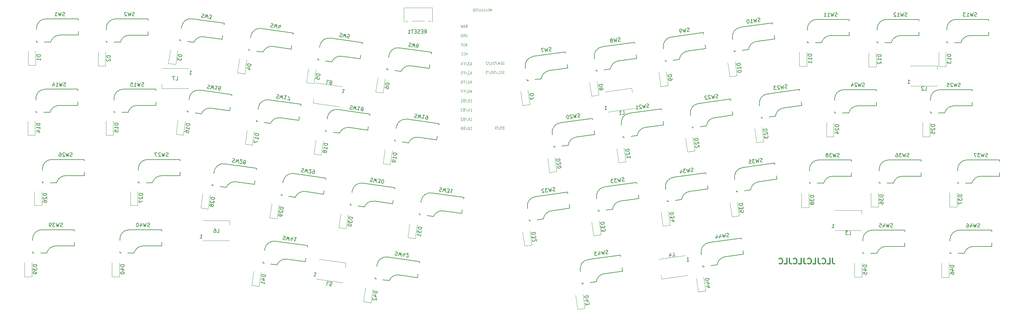
<source format=gbr>
%TF.GenerationSoftware,KiCad,Pcbnew,(5.99.0-9176-ga1730d51ff)*%
%TF.CreationDate,2021-07-22T23:15:28-05:00*%
%TF.ProjectId,Sonata hotswap,536f6e61-7461-4206-986f-74737761702e,rev?*%
%TF.SameCoordinates,Original*%
%TF.FileFunction,Legend,Bot*%
%TF.FilePolarity,Positive*%
%FSLAX46Y46*%
G04 Gerber Fmt 4.6, Leading zero omitted, Abs format (unit mm)*
G04 Created by KiCad (PCBNEW (5.99.0-9176-ga1730d51ff)) date 2021-07-22 23:15:28*
%MOMM*%
%LPD*%
G01*
G04 APERTURE LIST*
%ADD10C,0.304800*%
%ADD11C,0.150000*%
%ADD12C,0.125000*%
%ADD13C,0.120000*%
G04 APERTURE END LIST*
D10*
X289879428Y-134015428D02*
X289879428Y-135104000D01*
X289952000Y-135321714D01*
X290097142Y-135466857D01*
X290314857Y-135539428D01*
X290460000Y-135539428D01*
X288428000Y-135539428D02*
X289153714Y-135539428D01*
X289153714Y-134015428D01*
X287049142Y-135394285D02*
X287121714Y-135466857D01*
X287339428Y-135539428D01*
X287484571Y-135539428D01*
X287702285Y-135466857D01*
X287847428Y-135321714D01*
X287920000Y-135176571D01*
X287992571Y-134886285D01*
X287992571Y-134668571D01*
X287920000Y-134378285D01*
X287847428Y-134233142D01*
X287702285Y-134088000D01*
X287484571Y-134015428D01*
X287339428Y-134015428D01*
X287121714Y-134088000D01*
X287049142Y-134160571D01*
X285960571Y-134015428D02*
X285960571Y-135104000D01*
X286033142Y-135321714D01*
X286178285Y-135466857D01*
X286396000Y-135539428D01*
X286541142Y-135539428D01*
X284509142Y-135539428D02*
X285234857Y-135539428D01*
X285234857Y-134015428D01*
X283130285Y-135394285D02*
X283202857Y-135466857D01*
X283420571Y-135539428D01*
X283565714Y-135539428D01*
X283783428Y-135466857D01*
X283928571Y-135321714D01*
X284001142Y-135176571D01*
X284073714Y-134886285D01*
X284073714Y-134668571D01*
X284001142Y-134378285D01*
X283928571Y-134233142D01*
X283783428Y-134088000D01*
X283565714Y-134015428D01*
X283420571Y-134015428D01*
X283202857Y-134088000D01*
X283130285Y-134160571D01*
X282041714Y-134015428D02*
X282041714Y-135104000D01*
X282114285Y-135321714D01*
X282259428Y-135466857D01*
X282477142Y-135539428D01*
X282622285Y-135539428D01*
X280590285Y-135539428D02*
X281316000Y-135539428D01*
X281316000Y-134015428D01*
X279211428Y-135394285D02*
X279284000Y-135466857D01*
X279501714Y-135539428D01*
X279646857Y-135539428D01*
X279864571Y-135466857D01*
X280009714Y-135321714D01*
X280082285Y-135176571D01*
X280154857Y-134886285D01*
X280154857Y-134668571D01*
X280082285Y-134378285D01*
X280009714Y-134233142D01*
X279864571Y-134088000D01*
X279646857Y-134015428D01*
X279501714Y-134015428D01*
X279284000Y-134088000D01*
X279211428Y-134160571D01*
X278122857Y-134015428D02*
X278122857Y-135104000D01*
X278195428Y-135321714D01*
X278340571Y-135466857D01*
X278558285Y-135539428D01*
X278703428Y-135539428D01*
X276671428Y-135539428D02*
X277397142Y-135539428D01*
X277397142Y-134015428D01*
X275292571Y-135394285D02*
X275365142Y-135466857D01*
X275582857Y-135539428D01*
X275728000Y-135539428D01*
X275945714Y-135466857D01*
X276090857Y-135321714D01*
X276163428Y-135176571D01*
X276236000Y-134886285D01*
X276236000Y-134668571D01*
X276163428Y-134378285D01*
X276090857Y-134233142D01*
X275945714Y-134088000D01*
X275728000Y-134015428D01*
X275582857Y-134015428D01*
X275365142Y-134088000D01*
X275292571Y-134160571D01*
D11*
%TO.C,SW24*%
X298609523Y-86969761D02*
X298466666Y-87017380D01*
X298228571Y-87017380D01*
X298133333Y-86969761D01*
X298085714Y-86922142D01*
X298038095Y-86826904D01*
X298038095Y-86731666D01*
X298085714Y-86636428D01*
X298133333Y-86588809D01*
X298228571Y-86541190D01*
X298419047Y-86493571D01*
X298514285Y-86445952D01*
X298561904Y-86398333D01*
X298609523Y-86303095D01*
X298609523Y-86207857D01*
X298561904Y-86112619D01*
X298514285Y-86065000D01*
X298419047Y-86017380D01*
X298180952Y-86017380D01*
X298038095Y-86065000D01*
X297704761Y-86017380D02*
X297466666Y-87017380D01*
X297276190Y-86303095D01*
X297085714Y-87017380D01*
X296847619Y-86017380D01*
X296514285Y-86112619D02*
X296466666Y-86065000D01*
X296371428Y-86017380D01*
X296133333Y-86017380D01*
X296038095Y-86065000D01*
X295990476Y-86112619D01*
X295942857Y-86207857D01*
X295942857Y-86303095D01*
X295990476Y-86445952D01*
X296561904Y-87017380D01*
X295942857Y-87017380D01*
X295085714Y-86350714D02*
X295085714Y-87017380D01*
X295323809Y-85969761D02*
X295561904Y-86684047D01*
X294942857Y-86684047D01*
%TO.C,SW39*%
X79519523Y-125309761D02*
X79376666Y-125357380D01*
X79138571Y-125357380D01*
X79043333Y-125309761D01*
X78995714Y-125262142D01*
X78948095Y-125166904D01*
X78948095Y-125071666D01*
X78995714Y-124976428D01*
X79043333Y-124928809D01*
X79138571Y-124881190D01*
X79329047Y-124833571D01*
X79424285Y-124785952D01*
X79471904Y-124738333D01*
X79519523Y-124643095D01*
X79519523Y-124547857D01*
X79471904Y-124452619D01*
X79424285Y-124405000D01*
X79329047Y-124357380D01*
X79090952Y-124357380D01*
X78948095Y-124405000D01*
X78614761Y-124357380D02*
X78376666Y-125357380D01*
X78186190Y-124643095D01*
X77995714Y-125357380D01*
X77757619Y-124357380D01*
X77471904Y-124357380D02*
X76852857Y-124357380D01*
X77186190Y-124738333D01*
X77043333Y-124738333D01*
X76948095Y-124785952D01*
X76900476Y-124833571D01*
X76852857Y-124928809D01*
X76852857Y-125166904D01*
X76900476Y-125262142D01*
X76948095Y-125309761D01*
X77043333Y-125357380D01*
X77329047Y-125357380D01*
X77424285Y-125309761D01*
X77471904Y-125262142D01*
X76376666Y-125357380D02*
X76186190Y-125357380D01*
X76090952Y-125309761D01*
X76043333Y-125262142D01*
X75948095Y-125119285D01*
X75900476Y-124928809D01*
X75900476Y-124547857D01*
X75948095Y-124452619D01*
X75995714Y-124405000D01*
X76090952Y-124357380D01*
X76281428Y-124357380D01*
X76376666Y-124405000D01*
X76424285Y-124452619D01*
X76471904Y-124547857D01*
X76471904Y-124785952D01*
X76424285Y-124881190D01*
X76376666Y-124928809D01*
X76281428Y-124976428D01*
X76090952Y-124976428D01*
X75995714Y-124928809D01*
X75948095Y-124881190D01*
X75900476Y-124785952D01*
%TO.C,SW43*%
X228569371Y-132704322D02*
X228434532Y-132771360D01*
X228198753Y-132804496D01*
X228097815Y-132770595D01*
X228044032Y-132730067D01*
X227983622Y-132642383D01*
X227970367Y-132548072D01*
X228004268Y-132447133D01*
X228044797Y-132393350D01*
X228132481Y-132332940D01*
X228314476Y-132259275D01*
X228402160Y-132198865D01*
X228442688Y-132145082D01*
X228476589Y-132044144D01*
X228463334Y-131949832D01*
X228402924Y-131862148D01*
X228349141Y-131821620D01*
X228248203Y-131787719D01*
X228012425Y-131820855D01*
X227877585Y-131887893D01*
X227540868Y-131887128D02*
X227444263Y-132910533D01*
X227156232Y-132229708D01*
X227067018Y-132963551D01*
X226692067Y-132006420D01*
X225936813Y-132449173D02*
X226029595Y-133109352D01*
X226119573Y-132038791D02*
X226454760Y-132712989D01*
X225841737Y-132799144D01*
X225466021Y-132178729D02*
X224852998Y-132264884D01*
X225236106Y-132595738D01*
X225094639Y-132615620D01*
X225006955Y-132676030D01*
X224966427Y-132729813D01*
X224932525Y-132830751D01*
X224965662Y-133066529D01*
X225026072Y-133154213D01*
X225079855Y-133194742D01*
X225180794Y-133228643D01*
X225463727Y-133188879D01*
X225551411Y-133128469D01*
X225591940Y-133074686D01*
%TO.C,SW8*%
X231947815Y-74530595D02*
X231812975Y-74597633D01*
X231577197Y-74630769D01*
X231476259Y-74596868D01*
X231422476Y-74556340D01*
X231362066Y-74468656D01*
X231348811Y-74374345D01*
X231382712Y-74273406D01*
X231423240Y-74219623D01*
X231510924Y-74159213D01*
X231692919Y-74085548D01*
X231780603Y-74025138D01*
X231821132Y-73971355D01*
X231855033Y-73870416D01*
X231841778Y-73776105D01*
X231781368Y-73688421D01*
X231727585Y-73647893D01*
X231626647Y-73613992D01*
X231390868Y-73647128D01*
X231256029Y-73714166D01*
X230919312Y-73713401D02*
X230822707Y-74736806D01*
X230534675Y-74055981D01*
X230445462Y-74789824D01*
X230070511Y-73832692D01*
X229611445Y-74329993D02*
X229699129Y-74269583D01*
X229739657Y-74215800D01*
X229773558Y-74114862D01*
X229766931Y-74067706D01*
X229706521Y-73980022D01*
X229652738Y-73939494D01*
X229551799Y-73905593D01*
X229363177Y-73932102D01*
X229275493Y-73992512D01*
X229234964Y-74046295D01*
X229201063Y-74147233D01*
X229207691Y-74194389D01*
X229268101Y-74282073D01*
X229321884Y-74322601D01*
X229422822Y-74356502D01*
X229611445Y-74329993D01*
X229712383Y-74363894D01*
X229766166Y-74404423D01*
X229826576Y-74492107D01*
X229853086Y-74680729D01*
X229819185Y-74781668D01*
X229778656Y-74835451D01*
X229690972Y-74895861D01*
X229502350Y-74922370D01*
X229401411Y-74888469D01*
X229347628Y-74847941D01*
X229287218Y-74760257D01*
X229260709Y-74571634D01*
X229294610Y-74470696D01*
X229335138Y-74416913D01*
X229422822Y-74356502D01*
%TO.C,SW4*%
X136504848Y-69768950D02*
X136652942Y-69741676D01*
X136888720Y-69774812D01*
X136976404Y-69835222D01*
X137016933Y-69889005D01*
X137050834Y-69989944D01*
X137037579Y-70084255D01*
X136977169Y-70171939D01*
X136923386Y-70212467D01*
X136822447Y-70246369D01*
X136627198Y-70267015D01*
X136526259Y-70300916D01*
X136472476Y-70341444D01*
X136412066Y-70429128D01*
X136398811Y-70523440D01*
X136432712Y-70624378D01*
X136473241Y-70678161D01*
X136560925Y-70738571D01*
X136796703Y-70771708D01*
X136944797Y-70744434D01*
X137268259Y-70837981D02*
X137643210Y-69880849D01*
X137732423Y-70614692D01*
X138020455Y-69933867D01*
X138117060Y-70957272D01*
X138965097Y-70739846D02*
X139057879Y-70079668D01*
X138676300Y-71083955D02*
X138539932Y-70343484D01*
X139152955Y-70429639D01*
%TO.C,SW46*%
X330129523Y-125459761D02*
X329986666Y-125507380D01*
X329748571Y-125507380D01*
X329653333Y-125459761D01*
X329605714Y-125412142D01*
X329558095Y-125316904D01*
X329558095Y-125221666D01*
X329605714Y-125126428D01*
X329653333Y-125078809D01*
X329748571Y-125031190D01*
X329939047Y-124983571D01*
X330034285Y-124935952D01*
X330081904Y-124888333D01*
X330129523Y-124793095D01*
X330129523Y-124697857D01*
X330081904Y-124602619D01*
X330034285Y-124555000D01*
X329939047Y-124507380D01*
X329700952Y-124507380D01*
X329558095Y-124555000D01*
X329224761Y-124507380D02*
X328986666Y-125507380D01*
X328796190Y-124793095D01*
X328605714Y-125507380D01*
X328367619Y-124507380D01*
X327558095Y-124840714D02*
X327558095Y-125507380D01*
X327796190Y-124459761D02*
X328034285Y-125174047D01*
X327415238Y-125174047D01*
X326605714Y-124507380D02*
X326796190Y-124507380D01*
X326891428Y-124555000D01*
X326939047Y-124602619D01*
X327034285Y-124745476D01*
X327081904Y-124935952D01*
X327081904Y-125316904D01*
X327034285Y-125412142D01*
X326986666Y-125459761D01*
X326891428Y-125507380D01*
X326700952Y-125507380D01*
X326605714Y-125459761D01*
X326558095Y-125412142D01*
X326510476Y-125316904D01*
X326510476Y-125078809D01*
X326558095Y-124983571D01*
X326605714Y-124935952D01*
X326700952Y-124888333D01*
X326891428Y-124888333D01*
X326986666Y-124935952D01*
X327034285Y-124983571D01*
X327081904Y-125078809D01*
%TO.C,SW2*%
X99153333Y-67599761D02*
X99010476Y-67647380D01*
X98772380Y-67647380D01*
X98677142Y-67599761D01*
X98629523Y-67552142D01*
X98581904Y-67456904D01*
X98581904Y-67361666D01*
X98629523Y-67266428D01*
X98677142Y-67218809D01*
X98772380Y-67171190D01*
X98962857Y-67123571D01*
X99058095Y-67075952D01*
X99105714Y-67028333D01*
X99153333Y-66933095D01*
X99153333Y-66837857D01*
X99105714Y-66742619D01*
X99058095Y-66695000D01*
X98962857Y-66647380D01*
X98724761Y-66647380D01*
X98581904Y-66695000D01*
X98248571Y-66647380D02*
X98010476Y-67647380D01*
X97820000Y-66933095D01*
X97629523Y-67647380D01*
X97391428Y-66647380D01*
X97058095Y-66742619D02*
X97010476Y-66695000D01*
X96915238Y-66647380D01*
X96677142Y-66647380D01*
X96581904Y-66695000D01*
X96534285Y-66742619D01*
X96486666Y-66837857D01*
X96486666Y-66933095D01*
X96534285Y-67075952D01*
X97105714Y-67647380D01*
X96486666Y-67647380D01*
%TO.C,SW17*%
X138103292Y-89232677D02*
X138251386Y-89205403D01*
X138487164Y-89238539D01*
X138574848Y-89298950D01*
X138615376Y-89352732D01*
X138649277Y-89453671D01*
X138636023Y-89547982D01*
X138575613Y-89635666D01*
X138521830Y-89676195D01*
X138420891Y-89710096D01*
X138225641Y-89730742D01*
X138124703Y-89764643D01*
X138070920Y-89805171D01*
X138010510Y-89892855D01*
X137997255Y-89987167D01*
X138031156Y-90088105D01*
X138071685Y-90141888D01*
X138159369Y-90202298D01*
X138395147Y-90235435D01*
X138543241Y-90208161D01*
X138866703Y-90301708D02*
X139241654Y-89344576D01*
X139330867Y-90078420D01*
X139618899Y-89397594D01*
X139715504Y-90420999D01*
X140750634Y-89556649D02*
X140184766Y-89477122D01*
X140467700Y-89516886D02*
X140328527Y-90507154D01*
X140254098Y-90352432D01*
X140173041Y-90244866D01*
X140085357Y-90184456D01*
X140941550Y-90593308D02*
X141601729Y-90686090D01*
X141316501Y-89636177D01*
%TO.C,SW33*%
X233019371Y-112834322D02*
X232884532Y-112901360D01*
X232648753Y-112934496D01*
X232547815Y-112900595D01*
X232494032Y-112860067D01*
X232433622Y-112772383D01*
X232420367Y-112678072D01*
X232454268Y-112577133D01*
X232494797Y-112523350D01*
X232582481Y-112462940D01*
X232764476Y-112389275D01*
X232852160Y-112328865D01*
X232892688Y-112275082D01*
X232926589Y-112174144D01*
X232913334Y-112079832D01*
X232852924Y-111992148D01*
X232799141Y-111951620D01*
X232698203Y-111917719D01*
X232462425Y-111950855D01*
X232327585Y-112017893D01*
X231990868Y-112017128D02*
X231894263Y-113040533D01*
X231606232Y-112359708D01*
X231517018Y-113093551D01*
X231142067Y-112136420D01*
X230859134Y-112176183D02*
X230246110Y-112262338D01*
X230629218Y-112593192D01*
X230487751Y-112613074D01*
X230400067Y-112673484D01*
X230359539Y-112727267D01*
X230325638Y-112828206D01*
X230358774Y-113063984D01*
X230419185Y-113151668D01*
X230472968Y-113192196D01*
X230573906Y-113226097D01*
X230856840Y-113186333D01*
X230944524Y-113125923D01*
X230985052Y-113072140D01*
X229916021Y-112308729D02*
X229302998Y-112394884D01*
X229686106Y-112725738D01*
X229544639Y-112745620D01*
X229456955Y-112806030D01*
X229416427Y-112859813D01*
X229382525Y-112960751D01*
X229415662Y-113196529D01*
X229476072Y-113284213D01*
X229529855Y-113324742D01*
X229630794Y-113358643D01*
X229913727Y-113318879D01*
X230001411Y-113258469D01*
X230041940Y-113204686D01*
%TO.C,SW7*%
X213087815Y-77170595D02*
X212952975Y-77237633D01*
X212717197Y-77270769D01*
X212616259Y-77236868D01*
X212562476Y-77196340D01*
X212502066Y-77108656D01*
X212488811Y-77014345D01*
X212522712Y-76913406D01*
X212563240Y-76859623D01*
X212650924Y-76799213D01*
X212832919Y-76725548D01*
X212920603Y-76665138D01*
X212961132Y-76611355D01*
X212995033Y-76510416D01*
X212981778Y-76416105D01*
X212921368Y-76328421D01*
X212867585Y-76287893D01*
X212766647Y-76253992D01*
X212530868Y-76287128D01*
X212396029Y-76354166D01*
X212059312Y-76353401D02*
X211962707Y-77376806D01*
X211674675Y-76695981D01*
X211585462Y-77429824D01*
X211210511Y-76472692D01*
X210927577Y-76512456D02*
X210267399Y-76605238D01*
X210830972Y-77535861D01*
%TO.C,SW26*%
X82199523Y-106079761D02*
X82056666Y-106127380D01*
X81818571Y-106127380D01*
X81723333Y-106079761D01*
X81675714Y-106032142D01*
X81628095Y-105936904D01*
X81628095Y-105841666D01*
X81675714Y-105746428D01*
X81723333Y-105698809D01*
X81818571Y-105651190D01*
X82009047Y-105603571D01*
X82104285Y-105555952D01*
X82151904Y-105508333D01*
X82199523Y-105413095D01*
X82199523Y-105317857D01*
X82151904Y-105222619D01*
X82104285Y-105175000D01*
X82009047Y-105127380D01*
X81770952Y-105127380D01*
X81628095Y-105175000D01*
X81294761Y-105127380D02*
X81056666Y-106127380D01*
X80866190Y-105413095D01*
X80675714Y-106127380D01*
X80437619Y-105127380D01*
X80104285Y-105222619D02*
X80056666Y-105175000D01*
X79961428Y-105127380D01*
X79723333Y-105127380D01*
X79628095Y-105175000D01*
X79580476Y-105222619D01*
X79532857Y-105317857D01*
X79532857Y-105413095D01*
X79580476Y-105555952D01*
X80151904Y-106127380D01*
X79532857Y-106127380D01*
X78675714Y-105127380D02*
X78866190Y-105127380D01*
X78961428Y-105175000D01*
X79009047Y-105222619D01*
X79104285Y-105365476D01*
X79151904Y-105555952D01*
X79151904Y-105936904D01*
X79104285Y-106032142D01*
X79056666Y-106079761D01*
X78961428Y-106127380D01*
X78770952Y-106127380D01*
X78675714Y-106079761D01*
X78628095Y-106032142D01*
X78580476Y-105936904D01*
X78580476Y-105698809D01*
X78628095Y-105603571D01*
X78675714Y-105555952D01*
X78770952Y-105508333D01*
X78961428Y-105508333D01*
X79056666Y-105555952D01*
X79104285Y-105603571D01*
X79151904Y-105698809D01*
%TO.C,SW37*%
X332229523Y-106209761D02*
X332086666Y-106257380D01*
X331848571Y-106257380D01*
X331753333Y-106209761D01*
X331705714Y-106162142D01*
X331658095Y-106066904D01*
X331658095Y-105971666D01*
X331705714Y-105876428D01*
X331753333Y-105828809D01*
X331848571Y-105781190D01*
X332039047Y-105733571D01*
X332134285Y-105685952D01*
X332181904Y-105638333D01*
X332229523Y-105543095D01*
X332229523Y-105447857D01*
X332181904Y-105352619D01*
X332134285Y-105305000D01*
X332039047Y-105257380D01*
X331800952Y-105257380D01*
X331658095Y-105305000D01*
X331324761Y-105257380D02*
X331086666Y-106257380D01*
X330896190Y-105543095D01*
X330705714Y-106257380D01*
X330467619Y-105257380D01*
X330181904Y-105257380D02*
X329562857Y-105257380D01*
X329896190Y-105638333D01*
X329753333Y-105638333D01*
X329658095Y-105685952D01*
X329610476Y-105733571D01*
X329562857Y-105828809D01*
X329562857Y-106066904D01*
X329610476Y-106162142D01*
X329658095Y-106209761D01*
X329753333Y-106257380D01*
X330039047Y-106257380D01*
X330134285Y-106209761D01*
X330181904Y-106162142D01*
X329229523Y-105257380D02*
X328562857Y-105257380D01*
X328991428Y-106257380D01*
%TO.C,SW13*%
X329259523Y-67719761D02*
X329116666Y-67767380D01*
X328878571Y-67767380D01*
X328783333Y-67719761D01*
X328735714Y-67672142D01*
X328688095Y-67576904D01*
X328688095Y-67481666D01*
X328735714Y-67386428D01*
X328783333Y-67338809D01*
X328878571Y-67291190D01*
X329069047Y-67243571D01*
X329164285Y-67195952D01*
X329211904Y-67148333D01*
X329259523Y-67053095D01*
X329259523Y-66957857D01*
X329211904Y-66862619D01*
X329164285Y-66815000D01*
X329069047Y-66767380D01*
X328830952Y-66767380D01*
X328688095Y-66815000D01*
X328354761Y-66767380D02*
X328116666Y-67767380D01*
X327926190Y-67053095D01*
X327735714Y-67767380D01*
X327497619Y-66767380D01*
X326592857Y-67767380D02*
X327164285Y-67767380D01*
X326878571Y-67767380D02*
X326878571Y-66767380D01*
X326973809Y-66910238D01*
X327069047Y-67005476D01*
X327164285Y-67053095D01*
X326259523Y-66767380D02*
X325640476Y-66767380D01*
X325973809Y-67148333D01*
X325830952Y-67148333D01*
X325735714Y-67195952D01*
X325688095Y-67243571D01*
X325640476Y-67338809D01*
X325640476Y-67576904D01*
X325688095Y-67672142D01*
X325735714Y-67719761D01*
X325830952Y-67767380D01*
X326116666Y-67767380D01*
X326211904Y-67719761D01*
X326259523Y-67672142D01*
%TO.C,SW31*%
X182603292Y-114722677D02*
X182751386Y-114695403D01*
X182987164Y-114728539D01*
X183074848Y-114788950D01*
X183115376Y-114842732D01*
X183149277Y-114943671D01*
X183136023Y-115037982D01*
X183075613Y-115125666D01*
X183021830Y-115166195D01*
X182920891Y-115200096D01*
X182725641Y-115220742D01*
X182624703Y-115254643D01*
X182570920Y-115295171D01*
X182510510Y-115382855D01*
X182497255Y-115477167D01*
X182531156Y-115578105D01*
X182571685Y-115631888D01*
X182659369Y-115692298D01*
X182895147Y-115725435D01*
X183043241Y-115698161D01*
X183366703Y-115791708D02*
X183741654Y-114834576D01*
X183830867Y-115568420D01*
X184118899Y-114887594D01*
X184215504Y-115910999D01*
X184498438Y-115950763D02*
X185111461Y-116036917D01*
X184834390Y-115613281D01*
X184975857Y-115633163D01*
X185076795Y-115599262D01*
X185130578Y-115558734D01*
X185190988Y-115471050D01*
X185224125Y-115235272D01*
X185190224Y-115134333D01*
X185149695Y-115080550D01*
X185062011Y-115020140D01*
X184779078Y-114980376D01*
X184678139Y-115014277D01*
X184624356Y-115054806D01*
X186193746Y-115179195D02*
X185627879Y-115099668D01*
X185910813Y-115139431D02*
X185771640Y-116129699D01*
X185697210Y-115974978D01*
X185616154Y-115867412D01*
X185528470Y-115807002D01*
%TO.C,SW30*%
X163753292Y-112052677D02*
X163901386Y-112025403D01*
X164137164Y-112058539D01*
X164224848Y-112118950D01*
X164265376Y-112172732D01*
X164299277Y-112273671D01*
X164286023Y-112367982D01*
X164225613Y-112455666D01*
X164171830Y-112496195D01*
X164070891Y-112530096D01*
X163875641Y-112550742D01*
X163774703Y-112584643D01*
X163720920Y-112625171D01*
X163660510Y-112712855D01*
X163647255Y-112807167D01*
X163681156Y-112908105D01*
X163721685Y-112961888D01*
X163809369Y-113022298D01*
X164045147Y-113055435D01*
X164193241Y-113028161D01*
X164516703Y-113121708D02*
X164891654Y-112164576D01*
X164980867Y-112898420D01*
X165268899Y-112217594D01*
X165365504Y-113240999D01*
X165648438Y-113280763D02*
X166261461Y-113366917D01*
X165984390Y-112943281D01*
X166125857Y-112963163D01*
X166226795Y-112929262D01*
X166280578Y-112888734D01*
X166340988Y-112801050D01*
X166374125Y-112565272D01*
X166340224Y-112464333D01*
X166299695Y-112410550D01*
X166212011Y-112350140D01*
X165929078Y-112310376D01*
X165828139Y-112344277D01*
X165774356Y-112384806D01*
X166874484Y-113453072D02*
X166968795Y-113466327D01*
X167069734Y-113432426D01*
X167123517Y-113391897D01*
X167183927Y-113304213D01*
X167257592Y-113122218D01*
X167290728Y-112886440D01*
X167270082Y-112691190D01*
X167236181Y-112590252D01*
X167195652Y-112536469D01*
X167107968Y-112476059D01*
X167013657Y-112462804D01*
X166912719Y-112496705D01*
X166858936Y-112537233D01*
X166798525Y-112624917D01*
X166724861Y-112806913D01*
X166691724Y-113042691D01*
X166712371Y-113237941D01*
X166746272Y-113338879D01*
X166786800Y-113392662D01*
X166874484Y-113453072D01*
%TO.C,SW12*%
X310219523Y-67739761D02*
X310076666Y-67787380D01*
X309838571Y-67787380D01*
X309743333Y-67739761D01*
X309695714Y-67692142D01*
X309648095Y-67596904D01*
X309648095Y-67501666D01*
X309695714Y-67406428D01*
X309743333Y-67358809D01*
X309838571Y-67311190D01*
X310029047Y-67263571D01*
X310124285Y-67215952D01*
X310171904Y-67168333D01*
X310219523Y-67073095D01*
X310219523Y-66977857D01*
X310171904Y-66882619D01*
X310124285Y-66835000D01*
X310029047Y-66787380D01*
X309790952Y-66787380D01*
X309648095Y-66835000D01*
X309314761Y-66787380D02*
X309076666Y-67787380D01*
X308886190Y-67073095D01*
X308695714Y-67787380D01*
X308457619Y-66787380D01*
X307552857Y-67787380D02*
X308124285Y-67787380D01*
X307838571Y-67787380D02*
X307838571Y-66787380D01*
X307933809Y-66930238D01*
X308029047Y-67025476D01*
X308124285Y-67073095D01*
X307171904Y-66882619D02*
X307124285Y-66835000D01*
X307029047Y-66787380D01*
X306790952Y-66787380D01*
X306695714Y-66835000D01*
X306648095Y-66882619D01*
X306600476Y-66977857D01*
X306600476Y-67073095D01*
X306648095Y-67215952D01*
X307219523Y-67787380D01*
X306600476Y-67787380D01*
%TO.C,SW20*%
X220919371Y-95304322D02*
X220784532Y-95371360D01*
X220548753Y-95404496D01*
X220447815Y-95370595D01*
X220394032Y-95330067D01*
X220333622Y-95242383D01*
X220320367Y-95148072D01*
X220354268Y-95047133D01*
X220394797Y-94993350D01*
X220482481Y-94932940D01*
X220664476Y-94859275D01*
X220752160Y-94798865D01*
X220792688Y-94745082D01*
X220826589Y-94644144D01*
X220813334Y-94549832D01*
X220752924Y-94462148D01*
X220699141Y-94421620D01*
X220598203Y-94387719D01*
X220362425Y-94420855D01*
X220227585Y-94487893D01*
X219890868Y-94487128D02*
X219794263Y-95510533D01*
X219506232Y-94829708D01*
X219417018Y-95563551D01*
X219042067Y-94606420D01*
X218725233Y-94747122D02*
X218671450Y-94706593D01*
X218570511Y-94672692D01*
X218334733Y-94705829D01*
X218247049Y-94766239D01*
X218206521Y-94820022D01*
X218172620Y-94920961D01*
X218185874Y-95015272D01*
X218252912Y-95150111D01*
X218898307Y-95636451D01*
X218285284Y-95722606D01*
X217533087Y-94818493D02*
X217438776Y-94831747D01*
X217351092Y-94892158D01*
X217310564Y-94945941D01*
X217276663Y-95046879D01*
X217256016Y-95242129D01*
X217289153Y-95477907D01*
X217362818Y-95659902D01*
X217423228Y-95747586D01*
X217477011Y-95788114D01*
X217577949Y-95822015D01*
X217672260Y-95808761D01*
X217759944Y-95748351D01*
X217800473Y-95694568D01*
X217834374Y-95593629D01*
X217855020Y-95398379D01*
X217821884Y-95162601D01*
X217748219Y-94980606D01*
X217687809Y-94892922D01*
X217634026Y-94852394D01*
X217533087Y-94818493D01*
%TO.C,SW42*%
X170523292Y-132262677D02*
X170671386Y-132235403D01*
X170907164Y-132268539D01*
X170994848Y-132328950D01*
X171035376Y-132382732D01*
X171069277Y-132483671D01*
X171056023Y-132577982D01*
X170995613Y-132665666D01*
X170941830Y-132706195D01*
X170840891Y-132740096D01*
X170645641Y-132760742D01*
X170544703Y-132794643D01*
X170490920Y-132835171D01*
X170430510Y-132922855D01*
X170417255Y-133017167D01*
X170451156Y-133118105D01*
X170491685Y-133171888D01*
X170579369Y-133232298D01*
X170815147Y-133265435D01*
X170963241Y-133238161D01*
X171286703Y-133331708D02*
X171661654Y-132374576D01*
X171750867Y-133108420D01*
X172038899Y-132427594D01*
X172135504Y-133450999D01*
X172983541Y-133233573D02*
X173076323Y-132573395D01*
X172694744Y-133577682D02*
X172558375Y-132837211D01*
X173171399Y-132923366D01*
X173421960Y-133535624D02*
X173462489Y-133589407D01*
X173550173Y-133649818D01*
X173785951Y-133682954D01*
X173886889Y-133649053D01*
X173940672Y-133608525D01*
X174001082Y-133520841D01*
X174014337Y-133426529D01*
X173987063Y-133278435D01*
X173500723Y-132633040D01*
X174113746Y-132719195D01*
%TO.C,SW38*%
X291739523Y-106219761D02*
X291596666Y-106267380D01*
X291358571Y-106267380D01*
X291263333Y-106219761D01*
X291215714Y-106172142D01*
X291168095Y-106076904D01*
X291168095Y-105981666D01*
X291215714Y-105886428D01*
X291263333Y-105838809D01*
X291358571Y-105791190D01*
X291549047Y-105743571D01*
X291644285Y-105695952D01*
X291691904Y-105648333D01*
X291739523Y-105553095D01*
X291739523Y-105457857D01*
X291691904Y-105362619D01*
X291644285Y-105315000D01*
X291549047Y-105267380D01*
X291310952Y-105267380D01*
X291168095Y-105315000D01*
X290834761Y-105267380D02*
X290596666Y-106267380D01*
X290406190Y-105553095D01*
X290215714Y-106267380D01*
X289977619Y-105267380D01*
X289691904Y-105267380D02*
X289072857Y-105267380D01*
X289406190Y-105648333D01*
X289263333Y-105648333D01*
X289168095Y-105695952D01*
X289120476Y-105743571D01*
X289072857Y-105838809D01*
X289072857Y-106076904D01*
X289120476Y-106172142D01*
X289168095Y-106219761D01*
X289263333Y-106267380D01*
X289549047Y-106267380D01*
X289644285Y-106219761D01*
X289691904Y-106172142D01*
X288501428Y-105695952D02*
X288596666Y-105648333D01*
X288644285Y-105600714D01*
X288691904Y-105505476D01*
X288691904Y-105457857D01*
X288644285Y-105362619D01*
X288596666Y-105315000D01*
X288501428Y-105267380D01*
X288310952Y-105267380D01*
X288215714Y-105315000D01*
X288168095Y-105362619D01*
X288120476Y-105457857D01*
X288120476Y-105505476D01*
X288168095Y-105600714D01*
X288215714Y-105648333D01*
X288310952Y-105695952D01*
X288501428Y-105695952D01*
X288596666Y-105743571D01*
X288644285Y-105791190D01*
X288691904Y-105886428D01*
X288691904Y-106076904D01*
X288644285Y-106172142D01*
X288596666Y-106219761D01*
X288501428Y-106267380D01*
X288310952Y-106267380D01*
X288215714Y-106219761D01*
X288168095Y-106172142D01*
X288120476Y-106076904D01*
X288120476Y-105886428D01*
X288168095Y-105791190D01*
X288215714Y-105743571D01*
X288310952Y-105695952D01*
%TO.C,SW44*%
X261599371Y-128064322D02*
X261464532Y-128131360D01*
X261228753Y-128164496D01*
X261127815Y-128130595D01*
X261074032Y-128090067D01*
X261013622Y-128002383D01*
X261000367Y-127908072D01*
X261034268Y-127807133D01*
X261074797Y-127753350D01*
X261162481Y-127692940D01*
X261344476Y-127619275D01*
X261432160Y-127558865D01*
X261472688Y-127505082D01*
X261506589Y-127404144D01*
X261493334Y-127309832D01*
X261432924Y-127222148D01*
X261379141Y-127181620D01*
X261278203Y-127147719D01*
X261042425Y-127180855D01*
X260907585Y-127247893D01*
X260570868Y-127247128D02*
X260474263Y-128270533D01*
X260186232Y-127589708D01*
X260097018Y-128323551D01*
X259722067Y-127366420D01*
X258966813Y-127809173D02*
X259059595Y-128469352D01*
X259149573Y-127398791D02*
X259484760Y-128072989D01*
X258871737Y-128159144D01*
X258023700Y-127941719D02*
X258116482Y-128601897D01*
X258206460Y-127531337D02*
X258541648Y-128205535D01*
X257928624Y-128291690D01*
%TO.C,SW35*%
X270729371Y-107544322D02*
X270594532Y-107611360D01*
X270358753Y-107644496D01*
X270257815Y-107610595D01*
X270204032Y-107570067D01*
X270143622Y-107482383D01*
X270130367Y-107388072D01*
X270164268Y-107287133D01*
X270204797Y-107233350D01*
X270292481Y-107172940D01*
X270474476Y-107099275D01*
X270562160Y-107038865D01*
X270602688Y-106985082D01*
X270636589Y-106884144D01*
X270623334Y-106789832D01*
X270562924Y-106702148D01*
X270509141Y-106661620D01*
X270408203Y-106627719D01*
X270172425Y-106660855D01*
X270037585Y-106727893D01*
X269700868Y-106727128D02*
X269604263Y-107750533D01*
X269316232Y-107069708D01*
X269227018Y-107803551D01*
X268852067Y-106846420D01*
X268569134Y-106886183D02*
X267956110Y-106972338D01*
X268339218Y-107303192D01*
X268197751Y-107323074D01*
X268110067Y-107383484D01*
X268069539Y-107437267D01*
X268035638Y-107538206D01*
X268068774Y-107773984D01*
X268129185Y-107861668D01*
X268182968Y-107902196D01*
X268283906Y-107936097D01*
X268566840Y-107896333D01*
X268654524Y-107835923D01*
X268695052Y-107782140D01*
X267060154Y-107098257D02*
X267531710Y-107031984D01*
X267645138Y-107496913D01*
X267591355Y-107456384D01*
X267490417Y-107422483D01*
X267254639Y-107455620D01*
X267166955Y-107516030D01*
X267126427Y-107569813D01*
X267092525Y-107670751D01*
X267125662Y-107906529D01*
X267186072Y-107994213D01*
X267239855Y-108034742D01*
X267340794Y-108068643D01*
X267576572Y-108035506D01*
X267664256Y-107975096D01*
X267704784Y-107921313D01*
D12*
%TO.C,U1*%
X200173571Y-80908571D02*
X200077857Y-80944285D01*
X199918333Y-80944285D01*
X199854523Y-80908571D01*
X199822619Y-80872857D01*
X199790714Y-80801428D01*
X199790714Y-80730000D01*
X199822619Y-80658571D01*
X199854523Y-80622857D01*
X199918333Y-80587142D01*
X200045952Y-80551428D01*
X200109761Y-80515714D01*
X200141666Y-80480000D01*
X200173571Y-80408571D01*
X200173571Y-80337142D01*
X200141666Y-80265714D01*
X200109761Y-80230000D01*
X200045952Y-80194285D01*
X199886428Y-80194285D01*
X199790714Y-80230000D01*
X199503571Y-80944285D02*
X199503571Y-80194285D01*
X199344047Y-80194285D01*
X199248333Y-80230000D01*
X199184523Y-80301428D01*
X199152619Y-80372857D01*
X199120714Y-80515714D01*
X199120714Y-80622857D01*
X199152619Y-80765714D01*
X199184523Y-80837142D01*
X199248333Y-80908571D01*
X199344047Y-80944285D01*
X199503571Y-80944285D01*
X198865476Y-80730000D02*
X198546428Y-80730000D01*
X198929285Y-80944285D02*
X198705952Y-80194285D01*
X198482619Y-80944285D01*
X197780714Y-80158571D02*
X198355000Y-81122857D01*
X197557380Y-80944285D02*
X197557380Y-80194285D01*
X197397857Y-80194285D01*
X197302142Y-80230000D01*
X197238333Y-80301428D01*
X197206428Y-80372857D01*
X197174523Y-80515714D01*
X197174523Y-80622857D01*
X197206428Y-80765714D01*
X197238333Y-80837142D01*
X197302142Y-80908571D01*
X197397857Y-80944285D01*
X197557380Y-80944285D01*
X196536428Y-80944285D02*
X196919285Y-80944285D01*
X196727857Y-80944285D02*
X196727857Y-80194285D01*
X196791666Y-80301428D01*
X196855476Y-80372857D01*
X196919285Y-80408571D01*
X195770714Y-80158571D02*
X196345000Y-81122857D01*
X195579285Y-80265714D02*
X195547380Y-80230000D01*
X195483571Y-80194285D01*
X195324047Y-80194285D01*
X195260238Y-80230000D01*
X195228333Y-80265714D01*
X195196428Y-80337142D01*
X195196428Y-80408571D01*
X195228333Y-80515714D01*
X195611190Y-80944285D01*
X195196428Y-80944285D01*
X190967619Y-91194285D02*
X191350476Y-91194285D01*
X191159047Y-91194285D02*
X191159047Y-90444285D01*
X191222857Y-90551428D01*
X191286666Y-90622857D01*
X191350476Y-90658571D01*
X190361428Y-90444285D02*
X190680476Y-90444285D01*
X190712380Y-90801428D01*
X190680476Y-90765714D01*
X190616666Y-90730000D01*
X190457142Y-90730000D01*
X190393333Y-90765714D01*
X190361428Y-90801428D01*
X190329523Y-90872857D01*
X190329523Y-91051428D01*
X190361428Y-91122857D01*
X190393333Y-91158571D01*
X190457142Y-91194285D01*
X190616666Y-91194285D01*
X190680476Y-91158571D01*
X190712380Y-91122857D01*
X189563809Y-90408571D02*
X190138095Y-91372857D01*
X189117142Y-90801428D02*
X189021428Y-90837142D01*
X188989523Y-90872857D01*
X188957619Y-90944285D01*
X188957619Y-91051428D01*
X188989523Y-91122857D01*
X189021428Y-91158571D01*
X189085238Y-91194285D01*
X189340476Y-91194285D01*
X189340476Y-90444285D01*
X189117142Y-90444285D01*
X189053333Y-90480000D01*
X189021428Y-90515714D01*
X188989523Y-90587142D01*
X188989523Y-90658571D01*
X189021428Y-90730000D01*
X189053333Y-90765714D01*
X189117142Y-90801428D01*
X189340476Y-90801428D01*
X188319523Y-91194285D02*
X188702380Y-91194285D01*
X188510952Y-91194285D02*
X188510952Y-90444285D01*
X188574761Y-90551428D01*
X188638571Y-90622857D01*
X188702380Y-90658571D01*
X191270714Y-85880000D02*
X190951666Y-85880000D01*
X191334523Y-86094285D02*
X191111190Y-85344285D01*
X190887857Y-86094285D01*
X190313571Y-86094285D02*
X190696428Y-86094285D01*
X190505000Y-86094285D02*
X190505000Y-85344285D01*
X190568809Y-85451428D01*
X190632619Y-85522857D01*
X190696428Y-85558571D01*
X189547857Y-85308571D02*
X190122142Y-86272857D01*
X189101190Y-85701428D02*
X189324523Y-85701428D01*
X189324523Y-86094285D02*
X189324523Y-85344285D01*
X189005476Y-85344285D01*
X188463095Y-85344285D02*
X188590714Y-85344285D01*
X188654523Y-85380000D01*
X188686428Y-85415714D01*
X188750238Y-85522857D01*
X188782142Y-85665714D01*
X188782142Y-85951428D01*
X188750238Y-86022857D01*
X188718333Y-86058571D01*
X188654523Y-86094285D01*
X188526904Y-86094285D01*
X188463095Y-86058571D01*
X188431190Y-86022857D01*
X188399285Y-85951428D01*
X188399285Y-85772857D01*
X188431190Y-85701428D01*
X188463095Y-85665714D01*
X188526904Y-85630000D01*
X188654523Y-85630000D01*
X188718333Y-85665714D01*
X188750238Y-85701428D01*
X188782142Y-85772857D01*
X189745476Y-72680000D02*
X189809285Y-72644285D01*
X189905000Y-72644285D01*
X190000714Y-72680000D01*
X190064523Y-72751428D01*
X190096428Y-72822857D01*
X190128333Y-72965714D01*
X190128333Y-73072857D01*
X190096428Y-73215714D01*
X190064523Y-73287142D01*
X190000714Y-73358571D01*
X189905000Y-73394285D01*
X189841190Y-73394285D01*
X189745476Y-73358571D01*
X189713571Y-73322857D01*
X189713571Y-73072857D01*
X189841190Y-73072857D01*
X189426428Y-73394285D02*
X189426428Y-72644285D01*
X189043571Y-73394285D01*
X189043571Y-72644285D01*
X188724523Y-73394285D02*
X188724523Y-72644285D01*
X188565000Y-72644285D01*
X188469285Y-72680000D01*
X188405476Y-72751428D01*
X188373571Y-72822857D01*
X188341666Y-72965714D01*
X188341666Y-73072857D01*
X188373571Y-73215714D01*
X188405476Y-73287142D01*
X188469285Y-73358571D01*
X188565000Y-73394285D01*
X188724523Y-73394285D01*
D13*
X196626428Y-66394285D02*
X196626428Y-65644285D01*
X196376428Y-66180000D01*
X196126428Y-65644285D01*
X196126428Y-66394285D01*
X195769285Y-66394285D02*
X195769285Y-65894285D01*
X195769285Y-65644285D02*
X195805000Y-65680000D01*
X195769285Y-65715714D01*
X195733571Y-65680000D01*
X195769285Y-65644285D01*
X195769285Y-65715714D01*
X195090714Y-66358571D02*
X195162142Y-66394285D01*
X195305000Y-66394285D01*
X195376428Y-66358571D01*
X195412142Y-66322857D01*
X195447857Y-66251428D01*
X195447857Y-66037142D01*
X195412142Y-65965714D01*
X195376428Y-65930000D01*
X195305000Y-65894285D01*
X195162142Y-65894285D01*
X195090714Y-65930000D01*
X194769285Y-66394285D02*
X194769285Y-65894285D01*
X194769285Y-66037142D02*
X194733571Y-65965714D01*
X194697857Y-65930000D01*
X194626428Y-65894285D01*
X194555000Y-65894285D01*
X194197857Y-66394285D02*
X194269285Y-66358571D01*
X194305000Y-66322857D01*
X194340714Y-66251428D01*
X194340714Y-66037142D01*
X194305000Y-65965714D01*
X194269285Y-65930000D01*
X194197857Y-65894285D01*
X194090714Y-65894285D01*
X194019285Y-65930000D01*
X193983571Y-65965714D01*
X193947857Y-66037142D01*
X193947857Y-66251428D01*
X193983571Y-66322857D01*
X194019285Y-66358571D01*
X194090714Y-66394285D01*
X194197857Y-66394285D01*
X193626428Y-65644285D02*
X193626428Y-66251428D01*
X193590714Y-66322857D01*
X193555000Y-66358571D01*
X193483571Y-66394285D01*
X193340714Y-66394285D01*
X193269285Y-66358571D01*
X193233571Y-66322857D01*
X193197857Y-66251428D01*
X193197857Y-65644285D01*
X192876428Y-66358571D02*
X192769285Y-66394285D01*
X192590714Y-66394285D01*
X192519285Y-66358571D01*
X192483571Y-66322857D01*
X192447857Y-66251428D01*
X192447857Y-66180000D01*
X192483571Y-66108571D01*
X192519285Y-66072857D01*
X192590714Y-66037142D01*
X192733571Y-66001428D01*
X192805000Y-65965714D01*
X192840714Y-65930000D01*
X192876428Y-65858571D01*
X192876428Y-65787142D01*
X192840714Y-65715714D01*
X192805000Y-65680000D01*
X192733571Y-65644285D01*
X192555000Y-65644285D01*
X192447857Y-65680000D01*
X191876428Y-66001428D02*
X191769285Y-66037142D01*
X191733571Y-66072857D01*
X191697857Y-66144285D01*
X191697857Y-66251428D01*
X191733571Y-66322857D01*
X191769285Y-66358571D01*
X191840714Y-66394285D01*
X192126428Y-66394285D01*
X192126428Y-65644285D01*
X191876428Y-65644285D01*
X191805000Y-65680000D01*
X191769285Y-65715714D01*
X191733571Y-65787142D01*
X191733571Y-65858571D01*
X191769285Y-65930000D01*
X191805000Y-65965714D01*
X191876428Y-66001428D01*
X192126428Y-66001428D01*
D12*
X190967619Y-98794285D02*
X191350476Y-98794285D01*
X191159047Y-98794285D02*
X191159047Y-98044285D01*
X191222857Y-98151428D01*
X191286666Y-98222857D01*
X191350476Y-98258571D01*
X190552857Y-98044285D02*
X190489047Y-98044285D01*
X190425238Y-98080000D01*
X190393333Y-98115714D01*
X190361428Y-98187142D01*
X190329523Y-98330000D01*
X190329523Y-98508571D01*
X190361428Y-98651428D01*
X190393333Y-98722857D01*
X190425238Y-98758571D01*
X190489047Y-98794285D01*
X190552857Y-98794285D01*
X190616666Y-98758571D01*
X190648571Y-98722857D01*
X190680476Y-98651428D01*
X190712380Y-98508571D01*
X190712380Y-98330000D01*
X190680476Y-98187142D01*
X190648571Y-98115714D01*
X190616666Y-98080000D01*
X190552857Y-98044285D01*
X189563809Y-98008571D02*
X190138095Y-98972857D01*
X189117142Y-98401428D02*
X189021428Y-98437142D01*
X188989523Y-98472857D01*
X188957619Y-98544285D01*
X188957619Y-98651428D01*
X188989523Y-98722857D01*
X189021428Y-98758571D01*
X189085238Y-98794285D01*
X189340476Y-98794285D01*
X189340476Y-98044285D01*
X189117142Y-98044285D01*
X189053333Y-98080000D01*
X189021428Y-98115714D01*
X188989523Y-98187142D01*
X188989523Y-98258571D01*
X189021428Y-98330000D01*
X189053333Y-98365714D01*
X189117142Y-98401428D01*
X189340476Y-98401428D01*
X188383333Y-98044285D02*
X188510952Y-98044285D01*
X188574761Y-98080000D01*
X188606666Y-98115714D01*
X188670476Y-98222857D01*
X188702380Y-98365714D01*
X188702380Y-98651428D01*
X188670476Y-98722857D01*
X188638571Y-98758571D01*
X188574761Y-98794285D01*
X188447142Y-98794285D01*
X188383333Y-98758571D01*
X188351428Y-98722857D01*
X188319523Y-98651428D01*
X188319523Y-98472857D01*
X188351428Y-98401428D01*
X188383333Y-98365714D01*
X188447142Y-98330000D01*
X188574761Y-98330000D01*
X188638571Y-98365714D01*
X188670476Y-98401428D01*
X188702380Y-98472857D01*
X189697619Y-70844285D02*
X189920952Y-70487142D01*
X190080476Y-70844285D02*
X190080476Y-70094285D01*
X189825238Y-70094285D01*
X189761428Y-70130000D01*
X189729523Y-70165714D01*
X189697619Y-70237142D01*
X189697619Y-70344285D01*
X189729523Y-70415714D01*
X189761428Y-70451428D01*
X189825238Y-70487142D01*
X190080476Y-70487142D01*
X189442380Y-70630000D02*
X189123333Y-70630000D01*
X189506190Y-70844285D02*
X189282857Y-70094285D01*
X189059523Y-70844285D01*
X188900000Y-70094285D02*
X188740476Y-70844285D01*
X188612857Y-70308571D01*
X188485238Y-70844285D01*
X188325714Y-70094285D01*
X200157619Y-83408571D02*
X200061904Y-83444285D01*
X199902380Y-83444285D01*
X199838571Y-83408571D01*
X199806666Y-83372857D01*
X199774761Y-83301428D01*
X199774761Y-83230000D01*
X199806666Y-83158571D01*
X199838571Y-83122857D01*
X199902380Y-83087142D01*
X200030000Y-83051428D01*
X200093809Y-83015714D01*
X200125714Y-82980000D01*
X200157619Y-82908571D01*
X200157619Y-82837142D01*
X200125714Y-82765714D01*
X200093809Y-82730000D01*
X200030000Y-82694285D01*
X199870476Y-82694285D01*
X199774761Y-82730000D01*
X199104761Y-83372857D02*
X199136666Y-83408571D01*
X199232380Y-83444285D01*
X199296190Y-83444285D01*
X199391904Y-83408571D01*
X199455714Y-83337142D01*
X199487619Y-83265714D01*
X199519523Y-83122857D01*
X199519523Y-83015714D01*
X199487619Y-82872857D01*
X199455714Y-82801428D01*
X199391904Y-82730000D01*
X199296190Y-82694285D01*
X199232380Y-82694285D01*
X199136666Y-82730000D01*
X199104761Y-82765714D01*
X198498571Y-83444285D02*
X198817619Y-83444285D01*
X198817619Y-82694285D01*
X197796666Y-82658571D02*
X198370952Y-83622857D01*
X197573333Y-83444285D02*
X197573333Y-82694285D01*
X197413809Y-82694285D01*
X197318095Y-82730000D01*
X197254285Y-82801428D01*
X197222380Y-82872857D01*
X197190476Y-83015714D01*
X197190476Y-83122857D01*
X197222380Y-83265714D01*
X197254285Y-83337142D01*
X197318095Y-83408571D01*
X197413809Y-83444285D01*
X197573333Y-83444285D01*
X196775714Y-82694285D02*
X196711904Y-82694285D01*
X196648095Y-82730000D01*
X196616190Y-82765714D01*
X196584285Y-82837142D01*
X196552380Y-82980000D01*
X196552380Y-83158571D01*
X196584285Y-83301428D01*
X196616190Y-83372857D01*
X196648095Y-83408571D01*
X196711904Y-83444285D01*
X196775714Y-83444285D01*
X196839523Y-83408571D01*
X196871428Y-83372857D01*
X196903333Y-83301428D01*
X196935238Y-83158571D01*
X196935238Y-82980000D01*
X196903333Y-82837142D01*
X196871428Y-82765714D01*
X196839523Y-82730000D01*
X196775714Y-82694285D01*
X195786666Y-82658571D02*
X196360952Y-83622857D01*
X195627142Y-82694285D02*
X195212380Y-82694285D01*
X195435714Y-82980000D01*
X195340000Y-82980000D01*
X195276190Y-83015714D01*
X195244285Y-83051428D01*
X195212380Y-83122857D01*
X195212380Y-83301428D01*
X195244285Y-83372857D01*
X195276190Y-83408571D01*
X195340000Y-83444285D01*
X195531428Y-83444285D01*
X195595238Y-83408571D01*
X195627142Y-83372857D01*
X190967619Y-96294285D02*
X191350476Y-96294285D01*
X191159047Y-96294285D02*
X191159047Y-95544285D01*
X191222857Y-95651428D01*
X191286666Y-95722857D01*
X191350476Y-95758571D01*
X190393333Y-95544285D02*
X190520952Y-95544285D01*
X190584761Y-95580000D01*
X190616666Y-95615714D01*
X190680476Y-95722857D01*
X190712380Y-95865714D01*
X190712380Y-96151428D01*
X190680476Y-96222857D01*
X190648571Y-96258571D01*
X190584761Y-96294285D01*
X190457142Y-96294285D01*
X190393333Y-96258571D01*
X190361428Y-96222857D01*
X190329523Y-96151428D01*
X190329523Y-95972857D01*
X190361428Y-95901428D01*
X190393333Y-95865714D01*
X190457142Y-95830000D01*
X190584761Y-95830000D01*
X190648571Y-95865714D01*
X190680476Y-95901428D01*
X190712380Y-95972857D01*
X189563809Y-95508571D02*
X190138095Y-96472857D01*
X189117142Y-95901428D02*
X189021428Y-95937142D01*
X188989523Y-95972857D01*
X188957619Y-96044285D01*
X188957619Y-96151428D01*
X188989523Y-96222857D01*
X189021428Y-96258571D01*
X189085238Y-96294285D01*
X189340476Y-96294285D01*
X189340476Y-95544285D01*
X189117142Y-95544285D01*
X189053333Y-95580000D01*
X189021428Y-95615714D01*
X188989523Y-95687142D01*
X188989523Y-95758571D01*
X189021428Y-95830000D01*
X189053333Y-95865714D01*
X189117142Y-95901428D01*
X189340476Y-95901428D01*
X188702380Y-95615714D02*
X188670476Y-95580000D01*
X188606666Y-95544285D01*
X188447142Y-95544285D01*
X188383333Y-95580000D01*
X188351428Y-95615714D01*
X188319523Y-95687142D01*
X188319523Y-95758571D01*
X188351428Y-95865714D01*
X188734285Y-96294285D01*
X188319523Y-96294285D01*
X189601904Y-75944285D02*
X189825238Y-75587142D01*
X189984761Y-75944285D02*
X189984761Y-75194285D01*
X189729523Y-75194285D01*
X189665714Y-75230000D01*
X189633809Y-75265714D01*
X189601904Y-75337142D01*
X189601904Y-75444285D01*
X189633809Y-75515714D01*
X189665714Y-75551428D01*
X189729523Y-75587142D01*
X189984761Y-75587142D01*
X189346666Y-75908571D02*
X189250952Y-75944285D01*
X189091428Y-75944285D01*
X189027619Y-75908571D01*
X188995714Y-75872857D01*
X188963809Y-75801428D01*
X188963809Y-75730000D01*
X188995714Y-75658571D01*
X189027619Y-75622857D01*
X189091428Y-75587142D01*
X189219047Y-75551428D01*
X189282857Y-75515714D01*
X189314761Y-75480000D01*
X189346666Y-75408571D01*
X189346666Y-75337142D01*
X189314761Y-75265714D01*
X189282857Y-75230000D01*
X189219047Y-75194285D01*
X189059523Y-75194285D01*
X188963809Y-75230000D01*
X188772380Y-75194285D02*
X188389523Y-75194285D01*
X188580952Y-75944285D02*
X188580952Y-75194285D01*
X190967619Y-93744285D02*
X191350476Y-93744285D01*
X191159047Y-93744285D02*
X191159047Y-92994285D01*
X191222857Y-93101428D01*
X191286666Y-93172857D01*
X191350476Y-93208571D01*
X190393333Y-93244285D02*
X190393333Y-93744285D01*
X190552857Y-92958571D02*
X190712380Y-93494285D01*
X190297619Y-93494285D01*
X189563809Y-92958571D02*
X190138095Y-93922857D01*
X189117142Y-93351428D02*
X189021428Y-93387142D01*
X188989523Y-93422857D01*
X188957619Y-93494285D01*
X188957619Y-93601428D01*
X188989523Y-93672857D01*
X189021428Y-93708571D01*
X189085238Y-93744285D01*
X189340476Y-93744285D01*
X189340476Y-92994285D01*
X189117142Y-92994285D01*
X189053333Y-93030000D01*
X189021428Y-93065714D01*
X188989523Y-93137142D01*
X188989523Y-93208571D01*
X189021428Y-93280000D01*
X189053333Y-93315714D01*
X189117142Y-93351428D01*
X189340476Y-93351428D01*
X188734285Y-92994285D02*
X188319523Y-92994285D01*
X188542857Y-93280000D01*
X188447142Y-93280000D01*
X188383333Y-93315714D01*
X188351428Y-93351428D01*
X188319523Y-93422857D01*
X188319523Y-93601428D01*
X188351428Y-93672857D01*
X188383333Y-93708571D01*
X188447142Y-93744285D01*
X188638571Y-93744285D01*
X188702380Y-93708571D01*
X188734285Y-93672857D01*
X199876190Y-98251428D02*
X199780476Y-98287142D01*
X199748571Y-98322857D01*
X199716666Y-98394285D01*
X199716666Y-98501428D01*
X199748571Y-98572857D01*
X199780476Y-98608571D01*
X199844285Y-98644285D01*
X200099523Y-98644285D01*
X200099523Y-97894285D01*
X199876190Y-97894285D01*
X199812380Y-97930000D01*
X199780476Y-97965714D01*
X199748571Y-98037142D01*
X199748571Y-98108571D01*
X199780476Y-98180000D01*
X199812380Y-98215714D01*
X199876190Y-98251428D01*
X200099523Y-98251428D01*
X199110476Y-97894285D02*
X199429523Y-97894285D01*
X199461428Y-98251428D01*
X199429523Y-98215714D01*
X199365714Y-98180000D01*
X199206190Y-98180000D01*
X199142380Y-98215714D01*
X199110476Y-98251428D01*
X199078571Y-98322857D01*
X199078571Y-98501428D01*
X199110476Y-98572857D01*
X199142380Y-98608571D01*
X199206190Y-98644285D01*
X199365714Y-98644285D01*
X199429523Y-98608571D01*
X199461428Y-98572857D01*
X198312857Y-97858571D02*
X198887142Y-98822857D01*
X198057619Y-98644285D02*
X197930000Y-98644285D01*
X197866190Y-98608571D01*
X197834285Y-98572857D01*
X197770476Y-98465714D01*
X197738571Y-98322857D01*
X197738571Y-98037142D01*
X197770476Y-97965714D01*
X197802380Y-97930000D01*
X197866190Y-97894285D01*
X197993809Y-97894285D01*
X198057619Y-97930000D01*
X198089523Y-97965714D01*
X198121428Y-98037142D01*
X198121428Y-98215714D01*
X198089523Y-98287142D01*
X198057619Y-98322857D01*
X197993809Y-98358571D01*
X197866190Y-98358571D01*
X197802380Y-98322857D01*
X197770476Y-98287142D01*
X197738571Y-98215714D01*
X190128333Y-77644285D02*
X189905000Y-78394285D01*
X189681666Y-77644285D01*
X189075476Y-78322857D02*
X189107380Y-78358571D01*
X189203095Y-78394285D01*
X189266904Y-78394285D01*
X189362619Y-78358571D01*
X189426428Y-78287142D01*
X189458333Y-78215714D01*
X189490238Y-78072857D01*
X189490238Y-77965714D01*
X189458333Y-77822857D01*
X189426428Y-77751428D01*
X189362619Y-77680000D01*
X189266904Y-77644285D01*
X189203095Y-77644285D01*
X189107380Y-77680000D01*
X189075476Y-77715714D01*
X188405476Y-78322857D02*
X188437380Y-78358571D01*
X188533095Y-78394285D01*
X188596904Y-78394285D01*
X188692619Y-78358571D01*
X188756428Y-78287142D01*
X188788333Y-78215714D01*
X188820238Y-78072857D01*
X188820238Y-77965714D01*
X188788333Y-77822857D01*
X188756428Y-77751428D01*
X188692619Y-77680000D01*
X188596904Y-77644285D01*
X188533095Y-77644285D01*
X188437380Y-77680000D01*
X188405476Y-77715714D01*
X191270714Y-80880000D02*
X190951666Y-80880000D01*
X191334523Y-81094285D02*
X191111190Y-80344285D01*
X190887857Y-81094285D01*
X190728333Y-80344285D02*
X190313571Y-80344285D01*
X190536904Y-80630000D01*
X190441190Y-80630000D01*
X190377380Y-80665714D01*
X190345476Y-80701428D01*
X190313571Y-80772857D01*
X190313571Y-80951428D01*
X190345476Y-81022857D01*
X190377380Y-81058571D01*
X190441190Y-81094285D01*
X190632619Y-81094285D01*
X190696428Y-81058571D01*
X190728333Y-81022857D01*
X189547857Y-80308571D02*
X190122142Y-81272857D01*
X189101190Y-80701428D02*
X189324523Y-80701428D01*
X189324523Y-81094285D02*
X189324523Y-80344285D01*
X189005476Y-80344285D01*
X188463095Y-80594285D02*
X188463095Y-81094285D01*
X188622619Y-80308571D02*
X188782142Y-80844285D01*
X188367380Y-80844285D01*
X191270714Y-83380000D02*
X190951666Y-83380000D01*
X191334523Y-83594285D02*
X191111190Y-82844285D01*
X190887857Y-83594285D01*
X190696428Y-82915714D02*
X190664523Y-82880000D01*
X190600714Y-82844285D01*
X190441190Y-82844285D01*
X190377380Y-82880000D01*
X190345476Y-82915714D01*
X190313571Y-82987142D01*
X190313571Y-83058571D01*
X190345476Y-83165714D01*
X190728333Y-83594285D01*
X190313571Y-83594285D01*
X189547857Y-82808571D02*
X190122142Y-83772857D01*
X189101190Y-83201428D02*
X189324523Y-83201428D01*
X189324523Y-83594285D02*
X189324523Y-82844285D01*
X189005476Y-82844285D01*
X188431190Y-82844285D02*
X188750238Y-82844285D01*
X188782142Y-83201428D01*
X188750238Y-83165714D01*
X188686428Y-83130000D01*
X188526904Y-83130000D01*
X188463095Y-83165714D01*
X188431190Y-83201428D01*
X188399285Y-83272857D01*
X188399285Y-83451428D01*
X188431190Y-83522857D01*
X188463095Y-83558571D01*
X188526904Y-83594285D01*
X188686428Y-83594285D01*
X188750238Y-83558571D01*
X188782142Y-83522857D01*
X191270714Y-88430000D02*
X190951666Y-88430000D01*
X191334523Y-88644285D02*
X191111190Y-87894285D01*
X190887857Y-88644285D01*
X190536904Y-87894285D02*
X190473095Y-87894285D01*
X190409285Y-87930000D01*
X190377380Y-87965714D01*
X190345476Y-88037142D01*
X190313571Y-88180000D01*
X190313571Y-88358571D01*
X190345476Y-88501428D01*
X190377380Y-88572857D01*
X190409285Y-88608571D01*
X190473095Y-88644285D01*
X190536904Y-88644285D01*
X190600714Y-88608571D01*
X190632619Y-88572857D01*
X190664523Y-88501428D01*
X190696428Y-88358571D01*
X190696428Y-88180000D01*
X190664523Y-88037142D01*
X190632619Y-87965714D01*
X190600714Y-87930000D01*
X190536904Y-87894285D01*
X189547857Y-87858571D02*
X190122142Y-88822857D01*
X189101190Y-88251428D02*
X189324523Y-88251428D01*
X189324523Y-88644285D02*
X189324523Y-87894285D01*
X189005476Y-87894285D01*
X188814047Y-87894285D02*
X188367380Y-87894285D01*
X188654523Y-88644285D01*
D11*
%TO.C,SW6*%
X174244848Y-75068950D02*
X174392942Y-75041676D01*
X174628720Y-75074812D01*
X174716404Y-75135222D01*
X174756933Y-75189005D01*
X174790834Y-75289944D01*
X174777579Y-75384255D01*
X174717169Y-75471939D01*
X174663386Y-75512467D01*
X174562447Y-75546369D01*
X174367198Y-75567015D01*
X174266259Y-75600916D01*
X174212476Y-75641444D01*
X174152066Y-75729128D01*
X174138811Y-75823440D01*
X174172712Y-75924378D01*
X174213241Y-75978161D01*
X174300925Y-76038571D01*
X174536703Y-76071708D01*
X174684797Y-76044434D01*
X175008259Y-76137981D02*
X175383210Y-75180849D01*
X175472423Y-75914692D01*
X175760455Y-75233867D01*
X175857060Y-76257272D01*
X176658706Y-76369936D02*
X176470083Y-76343427D01*
X176382399Y-76283016D01*
X176341871Y-76229233D01*
X176267442Y-76074512D01*
X176246795Y-75879262D01*
X176299814Y-75502017D01*
X176360224Y-75414333D01*
X176414007Y-75373805D01*
X176514945Y-75339904D01*
X176703568Y-75366413D01*
X176791252Y-75426823D01*
X176831780Y-75480606D01*
X176865681Y-75581545D01*
X176832545Y-75817323D01*
X176772134Y-75905007D01*
X176718351Y-75945535D01*
X176617413Y-75979436D01*
X176428790Y-75952927D01*
X176341106Y-75892517D01*
X176300578Y-75838734D01*
X176266677Y-75737795D01*
%TO.C,SW11*%
X291179523Y-67729761D02*
X291036666Y-67777380D01*
X290798571Y-67777380D01*
X290703333Y-67729761D01*
X290655714Y-67682142D01*
X290608095Y-67586904D01*
X290608095Y-67491666D01*
X290655714Y-67396428D01*
X290703333Y-67348809D01*
X290798571Y-67301190D01*
X290989047Y-67253571D01*
X291084285Y-67205952D01*
X291131904Y-67158333D01*
X291179523Y-67063095D01*
X291179523Y-66967857D01*
X291131904Y-66872619D01*
X291084285Y-66825000D01*
X290989047Y-66777380D01*
X290750952Y-66777380D01*
X290608095Y-66825000D01*
X290274761Y-66777380D02*
X290036666Y-67777380D01*
X289846190Y-67063095D01*
X289655714Y-67777380D01*
X289417619Y-66777380D01*
X288512857Y-67777380D02*
X289084285Y-67777380D01*
X288798571Y-67777380D02*
X288798571Y-66777380D01*
X288893809Y-66920238D01*
X288989047Y-67015476D01*
X289084285Y-67063095D01*
X287560476Y-67777380D02*
X288131904Y-67777380D01*
X287846190Y-67777380D02*
X287846190Y-66777380D01*
X287941428Y-66920238D01*
X288036666Y-67015476D01*
X288131904Y-67063095D01*
%TO.C,SW41*%
X139873292Y-127942677D02*
X140021386Y-127915403D01*
X140257164Y-127948539D01*
X140344848Y-128008950D01*
X140385376Y-128062732D01*
X140419277Y-128163671D01*
X140406023Y-128257982D01*
X140345613Y-128345666D01*
X140291830Y-128386195D01*
X140190891Y-128420096D01*
X139995641Y-128440742D01*
X139894703Y-128474643D01*
X139840920Y-128515171D01*
X139780510Y-128602855D01*
X139767255Y-128697167D01*
X139801156Y-128798105D01*
X139841685Y-128851888D01*
X139929369Y-128912298D01*
X140165147Y-128945435D01*
X140313241Y-128918161D01*
X140636703Y-129011708D02*
X141011654Y-128054576D01*
X141100867Y-128788420D01*
X141388899Y-128107594D01*
X141485504Y-129130999D01*
X142333541Y-128913573D02*
X142426323Y-128253395D01*
X142044744Y-129257682D02*
X141908375Y-128517211D01*
X142521399Y-128603366D01*
X143463746Y-128399195D02*
X142897879Y-128319668D01*
X143180813Y-128359431D02*
X143041640Y-129349699D01*
X142967210Y-129194978D01*
X142886154Y-129087412D01*
X142798470Y-129027002D01*
%TO.C,SW22*%
X258659371Y-90004322D02*
X258524532Y-90071360D01*
X258288753Y-90104496D01*
X258187815Y-90070595D01*
X258134032Y-90030067D01*
X258073622Y-89942383D01*
X258060367Y-89848072D01*
X258094268Y-89747133D01*
X258134797Y-89693350D01*
X258222481Y-89632940D01*
X258404476Y-89559275D01*
X258492160Y-89498865D01*
X258532688Y-89445082D01*
X258566589Y-89344144D01*
X258553334Y-89249832D01*
X258492924Y-89162148D01*
X258439141Y-89121620D01*
X258338203Y-89087719D01*
X258102425Y-89120855D01*
X257967585Y-89187893D01*
X257630868Y-89187128D02*
X257534263Y-90210533D01*
X257246232Y-89529708D01*
X257157018Y-90263551D01*
X256782067Y-89306420D01*
X256465233Y-89447122D02*
X256411450Y-89406593D01*
X256310511Y-89372692D01*
X256074733Y-89405829D01*
X255987049Y-89466239D01*
X255946521Y-89520022D01*
X255912620Y-89620961D01*
X255925874Y-89715272D01*
X255992912Y-89850111D01*
X256638307Y-90336451D01*
X256025284Y-90422606D01*
X255522120Y-89579668D02*
X255468337Y-89539139D01*
X255367399Y-89505238D01*
X255131621Y-89538375D01*
X255043937Y-89598785D01*
X255003408Y-89652568D01*
X254969507Y-89753506D01*
X254982762Y-89847818D01*
X255049799Y-89982657D01*
X255695194Y-90468997D01*
X255082171Y-90555152D01*
%TO.C,SW27*%
X108399523Y-106079761D02*
X108256666Y-106127380D01*
X108018571Y-106127380D01*
X107923333Y-106079761D01*
X107875714Y-106032142D01*
X107828095Y-105936904D01*
X107828095Y-105841666D01*
X107875714Y-105746428D01*
X107923333Y-105698809D01*
X108018571Y-105651190D01*
X108209047Y-105603571D01*
X108304285Y-105555952D01*
X108351904Y-105508333D01*
X108399523Y-105413095D01*
X108399523Y-105317857D01*
X108351904Y-105222619D01*
X108304285Y-105175000D01*
X108209047Y-105127380D01*
X107970952Y-105127380D01*
X107828095Y-105175000D01*
X107494761Y-105127380D02*
X107256666Y-106127380D01*
X107066190Y-105413095D01*
X106875714Y-106127380D01*
X106637619Y-105127380D01*
X106304285Y-105222619D02*
X106256666Y-105175000D01*
X106161428Y-105127380D01*
X105923333Y-105127380D01*
X105828095Y-105175000D01*
X105780476Y-105222619D01*
X105732857Y-105317857D01*
X105732857Y-105413095D01*
X105780476Y-105555952D01*
X106351904Y-106127380D01*
X105732857Y-106127380D01*
X105399523Y-105127380D02*
X104732857Y-105127380D01*
X105161428Y-106127380D01*
%TO.C,SW16*%
X119233292Y-86582677D02*
X119381386Y-86555403D01*
X119617164Y-86588539D01*
X119704848Y-86648950D01*
X119745376Y-86702732D01*
X119779277Y-86803671D01*
X119766023Y-86897982D01*
X119705613Y-86985666D01*
X119651830Y-87026195D01*
X119550891Y-87060096D01*
X119355641Y-87080742D01*
X119254703Y-87114643D01*
X119200920Y-87155171D01*
X119140510Y-87242855D01*
X119127255Y-87337167D01*
X119161156Y-87438105D01*
X119201685Y-87491888D01*
X119289369Y-87552298D01*
X119525147Y-87585435D01*
X119673241Y-87558161D01*
X119996703Y-87651708D02*
X120371654Y-86694576D01*
X120460867Y-87428420D01*
X120748899Y-86747594D01*
X120845504Y-87770999D01*
X121880634Y-86906649D02*
X121314766Y-86827122D01*
X121597700Y-86866886D02*
X121458527Y-87857154D01*
X121384098Y-87702432D01*
X121303041Y-87594866D01*
X121215357Y-87534456D01*
X122590262Y-88016209D02*
X122401640Y-87989699D01*
X122313956Y-87929289D01*
X122273427Y-87875506D01*
X122198998Y-87720785D01*
X122178351Y-87525535D01*
X122231370Y-87148290D01*
X122291780Y-87060606D01*
X122345563Y-87020078D01*
X122446501Y-86986177D01*
X122635124Y-87012686D01*
X122722808Y-87073096D01*
X122763336Y-87126879D01*
X122797237Y-87227818D01*
X122764101Y-87463596D01*
X122703691Y-87551280D01*
X122649908Y-87591808D01*
X122548969Y-87625709D01*
X122360347Y-87599200D01*
X122272663Y-87538790D01*
X122232134Y-87485007D01*
X122198233Y-87384068D01*
%TO.C,SW1*%
X80113333Y-67589761D02*
X79970476Y-67637380D01*
X79732380Y-67637380D01*
X79637142Y-67589761D01*
X79589523Y-67542142D01*
X79541904Y-67446904D01*
X79541904Y-67351666D01*
X79589523Y-67256428D01*
X79637142Y-67208809D01*
X79732380Y-67161190D01*
X79922857Y-67113571D01*
X80018095Y-67065952D01*
X80065714Y-67018333D01*
X80113333Y-66923095D01*
X80113333Y-66827857D01*
X80065714Y-66732619D01*
X80018095Y-66685000D01*
X79922857Y-66637380D01*
X79684761Y-66637380D01*
X79541904Y-66685000D01*
X79208571Y-66637380D02*
X78970476Y-67637380D01*
X78780000Y-66923095D01*
X78589523Y-67637380D01*
X78351428Y-66637380D01*
X77446666Y-67637380D02*
X78018095Y-67637380D01*
X77732380Y-67637380D02*
X77732380Y-66637380D01*
X77827619Y-66780238D01*
X77922857Y-66875476D01*
X78018095Y-66923095D01*
%TO.C,SW3*%
X117634848Y-67108950D02*
X117782942Y-67081676D01*
X118018720Y-67114812D01*
X118106404Y-67175222D01*
X118146933Y-67229005D01*
X118180834Y-67329944D01*
X118167579Y-67424255D01*
X118107169Y-67511939D01*
X118053386Y-67552467D01*
X117952447Y-67586369D01*
X117757198Y-67607015D01*
X117656259Y-67640916D01*
X117602476Y-67681444D01*
X117542066Y-67769128D01*
X117528811Y-67863440D01*
X117562712Y-67964378D01*
X117603241Y-68018161D01*
X117690925Y-68078571D01*
X117926703Y-68111708D01*
X118074797Y-68084434D01*
X118398259Y-68177981D02*
X118773210Y-67220849D01*
X118862423Y-67954692D01*
X119150455Y-67273867D01*
X119247060Y-68297272D01*
X119529994Y-68337036D02*
X120143017Y-68423190D01*
X119865946Y-67999554D01*
X120007413Y-68019436D01*
X120108351Y-67985535D01*
X120162134Y-67945007D01*
X120222545Y-67857323D01*
X120255681Y-67621545D01*
X120221780Y-67520606D01*
X120181252Y-67466823D01*
X120093568Y-67406413D01*
X119810634Y-67366649D01*
X119709695Y-67400550D01*
X119655913Y-67441079D01*
%TO.C,SW34*%
X251879371Y-110194322D02*
X251744532Y-110261360D01*
X251508753Y-110294496D01*
X251407815Y-110260595D01*
X251354032Y-110220067D01*
X251293622Y-110132383D01*
X251280367Y-110038072D01*
X251314268Y-109937133D01*
X251354797Y-109883350D01*
X251442481Y-109822940D01*
X251624476Y-109749275D01*
X251712160Y-109688865D01*
X251752688Y-109635082D01*
X251786589Y-109534144D01*
X251773334Y-109439832D01*
X251712924Y-109352148D01*
X251659141Y-109311620D01*
X251558203Y-109277719D01*
X251322425Y-109310855D01*
X251187585Y-109377893D01*
X250850868Y-109377128D02*
X250754263Y-110400533D01*
X250466232Y-109719708D01*
X250377018Y-110453551D01*
X250002067Y-109496420D01*
X249719134Y-109536183D02*
X249106110Y-109622338D01*
X249489218Y-109953192D01*
X249347751Y-109973074D01*
X249260067Y-110033484D01*
X249219539Y-110087267D01*
X249185638Y-110188206D01*
X249218774Y-110423984D01*
X249279185Y-110511668D01*
X249332968Y-110552196D01*
X249433906Y-110586097D01*
X249716840Y-110546333D01*
X249804524Y-110485923D01*
X249845052Y-110432140D01*
X248303700Y-110071719D02*
X248396482Y-110731897D01*
X248486460Y-109661337D02*
X248821648Y-110335535D01*
X248208624Y-110421690D01*
%TO.C,SW28*%
X126013292Y-106762677D02*
X126161386Y-106735403D01*
X126397164Y-106768539D01*
X126484848Y-106828950D01*
X126525376Y-106882732D01*
X126559277Y-106983671D01*
X126546023Y-107077982D01*
X126485613Y-107165666D01*
X126431830Y-107206195D01*
X126330891Y-107240096D01*
X126135641Y-107260742D01*
X126034703Y-107294643D01*
X125980920Y-107335171D01*
X125920510Y-107422855D01*
X125907255Y-107517167D01*
X125941156Y-107618105D01*
X125981685Y-107671888D01*
X126069369Y-107732298D01*
X126305147Y-107765435D01*
X126453241Y-107738161D01*
X126776703Y-107831708D02*
X127151654Y-106874576D01*
X127240867Y-107608420D01*
X127528899Y-106927594D01*
X127625504Y-107950999D01*
X127968848Y-107903079D02*
X128009376Y-107956862D01*
X128097060Y-108017272D01*
X128332838Y-108050408D01*
X128433777Y-108016507D01*
X128487560Y-107975979D01*
X128547970Y-107888295D01*
X128561225Y-107793984D01*
X128533951Y-107645889D01*
X128047611Y-107000495D01*
X128660634Y-107086649D01*
X129146974Y-107732044D02*
X129046035Y-107765945D01*
X128992252Y-107806474D01*
X128931842Y-107894158D01*
X128925215Y-107941313D01*
X128959116Y-108042252D01*
X128999644Y-108096035D01*
X129087328Y-108156445D01*
X129275951Y-108182954D01*
X129376889Y-108149053D01*
X129430672Y-108108525D01*
X129491082Y-108020841D01*
X129497710Y-107973685D01*
X129463809Y-107872747D01*
X129423280Y-107818964D01*
X129335596Y-107758553D01*
X129146974Y-107732044D01*
X129059290Y-107671634D01*
X129018762Y-107617851D01*
X128984861Y-107516913D01*
X129011370Y-107328290D01*
X129071780Y-107240606D01*
X129125563Y-107200078D01*
X129226501Y-107166177D01*
X129415124Y-107192686D01*
X129502808Y-107253096D01*
X129543336Y-107306879D01*
X129577237Y-107407818D01*
X129550728Y-107596440D01*
X129490318Y-107684124D01*
X129436535Y-107724652D01*
X129335596Y-107758553D01*
%TO.C,SW15*%
X101739523Y-86839761D02*
X101596666Y-86887380D01*
X101358571Y-86887380D01*
X101263333Y-86839761D01*
X101215714Y-86792142D01*
X101168095Y-86696904D01*
X101168095Y-86601666D01*
X101215714Y-86506428D01*
X101263333Y-86458809D01*
X101358571Y-86411190D01*
X101549047Y-86363571D01*
X101644285Y-86315952D01*
X101691904Y-86268333D01*
X101739523Y-86173095D01*
X101739523Y-86077857D01*
X101691904Y-85982619D01*
X101644285Y-85935000D01*
X101549047Y-85887380D01*
X101310952Y-85887380D01*
X101168095Y-85935000D01*
X100834761Y-85887380D02*
X100596666Y-86887380D01*
X100406190Y-86173095D01*
X100215714Y-86887380D01*
X99977619Y-85887380D01*
X99072857Y-86887380D02*
X99644285Y-86887380D01*
X99358571Y-86887380D02*
X99358571Y-85887380D01*
X99453809Y-86030238D01*
X99549047Y-86125476D01*
X99644285Y-86173095D01*
X98168095Y-85887380D02*
X98644285Y-85887380D01*
X98691904Y-86363571D01*
X98644285Y-86315952D01*
X98549047Y-86268333D01*
X98310952Y-86268333D01*
X98215714Y-86315952D01*
X98168095Y-86363571D01*
X98120476Y-86458809D01*
X98120476Y-86696904D01*
X98168095Y-86792142D01*
X98215714Y-86839761D01*
X98310952Y-86887380D01*
X98549047Y-86887380D01*
X98644285Y-86839761D01*
X98691904Y-86792142D01*
%TO.C,SW29*%
X144883292Y-109412677D02*
X145031386Y-109385403D01*
X145267164Y-109418539D01*
X145354848Y-109478950D01*
X145395376Y-109532732D01*
X145429277Y-109633671D01*
X145416023Y-109727982D01*
X145355613Y-109815666D01*
X145301830Y-109856195D01*
X145200891Y-109890096D01*
X145005641Y-109910742D01*
X144904703Y-109944643D01*
X144850920Y-109985171D01*
X144790510Y-110072855D01*
X144777255Y-110167167D01*
X144811156Y-110268105D01*
X144851685Y-110321888D01*
X144939369Y-110382298D01*
X145175147Y-110415435D01*
X145323241Y-110388161D01*
X145646703Y-110481708D02*
X146021654Y-109524576D01*
X146110867Y-110258420D01*
X146398899Y-109577594D01*
X146495504Y-110600999D01*
X146838848Y-110553079D02*
X146879376Y-110606862D01*
X146967060Y-110667272D01*
X147202838Y-110700408D01*
X147303777Y-110666507D01*
X147357560Y-110625979D01*
X147417970Y-110538295D01*
X147431225Y-110443984D01*
X147403951Y-110295889D01*
X146917611Y-109650495D01*
X147530634Y-109736649D01*
X148002190Y-109802922D02*
X148190813Y-109829431D01*
X148278497Y-109889842D01*
X148319025Y-109943625D01*
X148393454Y-110098346D01*
X148414101Y-110293596D01*
X148361082Y-110670841D01*
X148300672Y-110758525D01*
X148246889Y-110799053D01*
X148145951Y-110832954D01*
X147957328Y-110806445D01*
X147869644Y-110746035D01*
X147829116Y-110692252D01*
X147795215Y-110591313D01*
X147828351Y-110355535D01*
X147888762Y-110267851D01*
X147942545Y-110227323D01*
X148043483Y-110193422D01*
X148232106Y-110219931D01*
X148319790Y-110280341D01*
X148360318Y-110334124D01*
X148394219Y-110435063D01*
%TO.C,SW14*%
X80399523Y-86839761D02*
X80256666Y-86887380D01*
X80018571Y-86887380D01*
X79923333Y-86839761D01*
X79875714Y-86792142D01*
X79828095Y-86696904D01*
X79828095Y-86601666D01*
X79875714Y-86506428D01*
X79923333Y-86458809D01*
X80018571Y-86411190D01*
X80209047Y-86363571D01*
X80304285Y-86315952D01*
X80351904Y-86268333D01*
X80399523Y-86173095D01*
X80399523Y-86077857D01*
X80351904Y-85982619D01*
X80304285Y-85935000D01*
X80209047Y-85887380D01*
X79970952Y-85887380D01*
X79828095Y-85935000D01*
X79494761Y-85887380D02*
X79256666Y-86887380D01*
X79066190Y-86173095D01*
X78875714Y-86887380D01*
X78637619Y-85887380D01*
X77732857Y-86887380D02*
X78304285Y-86887380D01*
X78018571Y-86887380D02*
X78018571Y-85887380D01*
X78113809Y-86030238D01*
X78209047Y-86125476D01*
X78304285Y-86173095D01*
X76875714Y-86220714D02*
X76875714Y-86887380D01*
X77113809Y-85839761D02*
X77351904Y-86554047D01*
X76732857Y-86554047D01*
%TO.C,SW5*%
X155364848Y-72418950D02*
X155512942Y-72391676D01*
X155748720Y-72424812D01*
X155836404Y-72485222D01*
X155876933Y-72539005D01*
X155910834Y-72639944D01*
X155897579Y-72734255D01*
X155837169Y-72821939D01*
X155783386Y-72862467D01*
X155682447Y-72896369D01*
X155487198Y-72917015D01*
X155386259Y-72950916D01*
X155332476Y-72991444D01*
X155272066Y-73079128D01*
X155258811Y-73173440D01*
X155292712Y-73274378D01*
X155333241Y-73328161D01*
X155420925Y-73388571D01*
X155656703Y-73421708D01*
X155804797Y-73394434D01*
X156128259Y-73487981D02*
X156503210Y-72530849D01*
X156592423Y-73264692D01*
X156880455Y-72583867D01*
X156977060Y-73607272D01*
X157825861Y-73726563D02*
X157354305Y-73660290D01*
X157373423Y-73182107D01*
X157413951Y-73235889D01*
X157501635Y-73296300D01*
X157737413Y-73329436D01*
X157838351Y-73295535D01*
X157892134Y-73255007D01*
X157952545Y-73167323D01*
X157985681Y-72931545D01*
X157951780Y-72830606D01*
X157911252Y-72776823D01*
X157823568Y-72716413D01*
X157587790Y-72683277D01*
X157486851Y-72717178D01*
X157433068Y-72757706D01*
%TO.C,SW25*%
X324789523Y-86979761D02*
X324646666Y-87027380D01*
X324408571Y-87027380D01*
X324313333Y-86979761D01*
X324265714Y-86932142D01*
X324218095Y-86836904D01*
X324218095Y-86741666D01*
X324265714Y-86646428D01*
X324313333Y-86598809D01*
X324408571Y-86551190D01*
X324599047Y-86503571D01*
X324694285Y-86455952D01*
X324741904Y-86408333D01*
X324789523Y-86313095D01*
X324789523Y-86217857D01*
X324741904Y-86122619D01*
X324694285Y-86075000D01*
X324599047Y-86027380D01*
X324360952Y-86027380D01*
X324218095Y-86075000D01*
X323884761Y-86027380D02*
X323646666Y-87027380D01*
X323456190Y-86313095D01*
X323265714Y-87027380D01*
X323027619Y-86027380D01*
X322694285Y-86122619D02*
X322646666Y-86075000D01*
X322551428Y-86027380D01*
X322313333Y-86027380D01*
X322218095Y-86075000D01*
X322170476Y-86122619D01*
X322122857Y-86217857D01*
X322122857Y-86313095D01*
X322170476Y-86455952D01*
X322741904Y-87027380D01*
X322122857Y-87027380D01*
X321218095Y-86027380D02*
X321694285Y-86027380D01*
X321741904Y-86503571D01*
X321694285Y-86455952D01*
X321599047Y-86408333D01*
X321360952Y-86408333D01*
X321265714Y-86455952D01*
X321218095Y-86503571D01*
X321170476Y-86598809D01*
X321170476Y-86836904D01*
X321218095Y-86932142D01*
X321265714Y-86979761D01*
X321360952Y-87027380D01*
X321599047Y-87027380D01*
X321694285Y-86979761D01*
X321741904Y-86932142D01*
%TO.C,SW19*%
X175823292Y-94542677D02*
X175971386Y-94515403D01*
X176207164Y-94548539D01*
X176294848Y-94608950D01*
X176335376Y-94662732D01*
X176369277Y-94763671D01*
X176356023Y-94857982D01*
X176295613Y-94945666D01*
X176241830Y-94986195D01*
X176140891Y-95020096D01*
X175945641Y-95040742D01*
X175844703Y-95074643D01*
X175790920Y-95115171D01*
X175730510Y-95202855D01*
X175717255Y-95297167D01*
X175751156Y-95398105D01*
X175791685Y-95451888D01*
X175879369Y-95512298D01*
X176115147Y-95545435D01*
X176263241Y-95518161D01*
X176586703Y-95611708D02*
X176961654Y-94654576D01*
X177050867Y-95388420D01*
X177338899Y-94707594D01*
X177435504Y-95730999D01*
X178470634Y-94866649D02*
X177904766Y-94787122D01*
X178187700Y-94826886D02*
X178048527Y-95817154D01*
X177974098Y-95662432D01*
X177893041Y-95554866D01*
X177805357Y-95494456D01*
X178942190Y-94932922D02*
X179130813Y-94959431D01*
X179218497Y-95019842D01*
X179259025Y-95073625D01*
X179333454Y-95228346D01*
X179354101Y-95423596D01*
X179301082Y-95800841D01*
X179240672Y-95888525D01*
X179186889Y-95929053D01*
X179085951Y-95962954D01*
X178897328Y-95936445D01*
X178809644Y-95876035D01*
X178769116Y-95822252D01*
X178735215Y-95721313D01*
X178768351Y-95485535D01*
X178828762Y-95397851D01*
X178882545Y-95357323D01*
X178983483Y-95323422D01*
X179172106Y-95349931D01*
X179259790Y-95410341D01*
X179300318Y-95464124D01*
X179334219Y-95565063D01*
%TO.C,SW21*%
X239789371Y-92654322D02*
X239654532Y-92721360D01*
X239418753Y-92754496D01*
X239317815Y-92720595D01*
X239264032Y-92680067D01*
X239203622Y-92592383D01*
X239190367Y-92498072D01*
X239224268Y-92397133D01*
X239264797Y-92343350D01*
X239352481Y-92282940D01*
X239534476Y-92209275D01*
X239622160Y-92148865D01*
X239662688Y-92095082D01*
X239696589Y-91994144D01*
X239683334Y-91899832D01*
X239622924Y-91812148D01*
X239569141Y-91771620D01*
X239468203Y-91737719D01*
X239232425Y-91770855D01*
X239097585Y-91837893D01*
X238760868Y-91837128D02*
X238664263Y-92860533D01*
X238376232Y-92179708D01*
X238287018Y-92913551D01*
X237912067Y-91956420D01*
X237595233Y-92097122D02*
X237541450Y-92056593D01*
X237440511Y-92022692D01*
X237204733Y-92055829D01*
X237117049Y-92116239D01*
X237076521Y-92170022D01*
X237042620Y-92270961D01*
X237055874Y-92365272D01*
X237122912Y-92500111D01*
X237768307Y-92986451D01*
X237155284Y-93072606D01*
X236212171Y-93205152D02*
X236778039Y-93125624D01*
X236495105Y-93165388D02*
X236355932Y-92175120D01*
X236470125Y-92303332D01*
X236577691Y-92384389D01*
X236678629Y-92418290D01*
%TO.C,SW10*%
X270149371Y-69134322D02*
X270014532Y-69201360D01*
X269778753Y-69234496D01*
X269677815Y-69200595D01*
X269624032Y-69160067D01*
X269563622Y-69072383D01*
X269550367Y-68978072D01*
X269584268Y-68877133D01*
X269624797Y-68823350D01*
X269712481Y-68762940D01*
X269894476Y-68689275D01*
X269982160Y-68628865D01*
X270022688Y-68575082D01*
X270056589Y-68474144D01*
X270043334Y-68379832D01*
X269982924Y-68292148D01*
X269929141Y-68251620D01*
X269828203Y-68217719D01*
X269592425Y-68250855D01*
X269457585Y-68317893D01*
X269120868Y-68317128D02*
X269024263Y-69340533D01*
X268736232Y-68659708D01*
X268647018Y-69393551D01*
X268272067Y-68436420D01*
X267515284Y-69552606D02*
X268081151Y-69473079D01*
X267798217Y-69512842D02*
X267659044Y-68522574D01*
X267773237Y-68650787D01*
X267880803Y-68731843D01*
X267981742Y-68765744D01*
X266763087Y-68648493D02*
X266668776Y-68661747D01*
X266581092Y-68722158D01*
X266540564Y-68775941D01*
X266506663Y-68876879D01*
X266486016Y-69072129D01*
X266519153Y-69307907D01*
X266592818Y-69489902D01*
X266653228Y-69577586D01*
X266707011Y-69618114D01*
X266807949Y-69652015D01*
X266902260Y-69638761D01*
X266989944Y-69578351D01*
X267030473Y-69524568D01*
X267064374Y-69423629D01*
X267085020Y-69228379D01*
X267051884Y-68992601D01*
X266978219Y-68810606D01*
X266917809Y-68722922D01*
X266864026Y-68682394D01*
X266763087Y-68648493D01*
%TO.C,SW23*%
X277519371Y-87354322D02*
X277384532Y-87421360D01*
X277148753Y-87454496D01*
X277047815Y-87420595D01*
X276994032Y-87380067D01*
X276933622Y-87292383D01*
X276920367Y-87198072D01*
X276954268Y-87097133D01*
X276994797Y-87043350D01*
X277082481Y-86982940D01*
X277264476Y-86909275D01*
X277352160Y-86848865D01*
X277392688Y-86795082D01*
X277426589Y-86694144D01*
X277413334Y-86599832D01*
X277352924Y-86512148D01*
X277299141Y-86471620D01*
X277198203Y-86437719D01*
X276962425Y-86470855D01*
X276827585Y-86537893D01*
X276490868Y-86537128D02*
X276394263Y-87560533D01*
X276106232Y-86879708D01*
X276017018Y-87613551D01*
X275642067Y-86656420D01*
X275325233Y-86797122D02*
X275271450Y-86756593D01*
X275170511Y-86722692D01*
X274934733Y-86755829D01*
X274847049Y-86816239D01*
X274806521Y-86870022D01*
X274772620Y-86970961D01*
X274785874Y-87065272D01*
X274852912Y-87200111D01*
X275498307Y-87686451D01*
X274885284Y-87772606D01*
X274416021Y-86828729D02*
X273802998Y-86914884D01*
X274186106Y-87245738D01*
X274044639Y-87265620D01*
X273956955Y-87326030D01*
X273916427Y-87379813D01*
X273882525Y-87480751D01*
X273915662Y-87716529D01*
X273976072Y-87804213D01*
X274029855Y-87844742D01*
X274130794Y-87878643D01*
X274413727Y-87838879D01*
X274501411Y-87778469D01*
X274541940Y-87724686D01*
%TO.C,SW36*%
X310799523Y-106209761D02*
X310656666Y-106257380D01*
X310418571Y-106257380D01*
X310323333Y-106209761D01*
X310275714Y-106162142D01*
X310228095Y-106066904D01*
X310228095Y-105971666D01*
X310275714Y-105876428D01*
X310323333Y-105828809D01*
X310418571Y-105781190D01*
X310609047Y-105733571D01*
X310704285Y-105685952D01*
X310751904Y-105638333D01*
X310799523Y-105543095D01*
X310799523Y-105447857D01*
X310751904Y-105352619D01*
X310704285Y-105305000D01*
X310609047Y-105257380D01*
X310370952Y-105257380D01*
X310228095Y-105305000D01*
X309894761Y-105257380D02*
X309656666Y-106257380D01*
X309466190Y-105543095D01*
X309275714Y-106257380D01*
X309037619Y-105257380D01*
X308751904Y-105257380D02*
X308132857Y-105257380D01*
X308466190Y-105638333D01*
X308323333Y-105638333D01*
X308228095Y-105685952D01*
X308180476Y-105733571D01*
X308132857Y-105828809D01*
X308132857Y-106066904D01*
X308180476Y-106162142D01*
X308228095Y-106209761D01*
X308323333Y-106257380D01*
X308609047Y-106257380D01*
X308704285Y-106209761D01*
X308751904Y-106162142D01*
X307275714Y-105257380D02*
X307466190Y-105257380D01*
X307561428Y-105305000D01*
X307609047Y-105352619D01*
X307704285Y-105495476D01*
X307751904Y-105685952D01*
X307751904Y-106066904D01*
X307704285Y-106162142D01*
X307656666Y-106209761D01*
X307561428Y-106257380D01*
X307370952Y-106257380D01*
X307275714Y-106209761D01*
X307228095Y-106162142D01*
X307180476Y-106066904D01*
X307180476Y-105828809D01*
X307228095Y-105733571D01*
X307275714Y-105685952D01*
X307370952Y-105638333D01*
X307561428Y-105638333D01*
X307656666Y-105685952D01*
X307704285Y-105733571D01*
X307751904Y-105828809D01*
%TO.C,SW32*%
X214129371Y-115494322D02*
X213994532Y-115561360D01*
X213758753Y-115594496D01*
X213657815Y-115560595D01*
X213604032Y-115520067D01*
X213543622Y-115432383D01*
X213530367Y-115338072D01*
X213564268Y-115237133D01*
X213604797Y-115183350D01*
X213692481Y-115122940D01*
X213874476Y-115049275D01*
X213962160Y-114988865D01*
X214002688Y-114935082D01*
X214036589Y-114834144D01*
X214023334Y-114739832D01*
X213962924Y-114652148D01*
X213909141Y-114611620D01*
X213808203Y-114577719D01*
X213572425Y-114610855D01*
X213437585Y-114677893D01*
X213100868Y-114677128D02*
X213004263Y-115700533D01*
X212716232Y-115019708D01*
X212627018Y-115753551D01*
X212252067Y-114796420D01*
X211969134Y-114836183D02*
X211356110Y-114922338D01*
X211739218Y-115253192D01*
X211597751Y-115273074D01*
X211510067Y-115333484D01*
X211469539Y-115387267D01*
X211435638Y-115488206D01*
X211468774Y-115723984D01*
X211529185Y-115811668D01*
X211582968Y-115852196D01*
X211683906Y-115886097D01*
X211966840Y-115846333D01*
X212054524Y-115785923D01*
X212095052Y-115732140D01*
X210992120Y-115069668D02*
X210938337Y-115029139D01*
X210837399Y-114995238D01*
X210601621Y-115028375D01*
X210513937Y-115088785D01*
X210473408Y-115142568D01*
X210439507Y-115243506D01*
X210452762Y-115337818D01*
X210519799Y-115472657D01*
X211165194Y-115958997D01*
X210552171Y-116045152D01*
%TO.C,SW18*%
X158164418Y-92237340D02*
X158312512Y-92210066D01*
X158548290Y-92243202D01*
X158635974Y-92303613D01*
X158676502Y-92357395D01*
X158710403Y-92458334D01*
X158697149Y-92552645D01*
X158636739Y-92640329D01*
X158582956Y-92680858D01*
X158482017Y-92714759D01*
X158286767Y-92735405D01*
X158185829Y-92769306D01*
X158132046Y-92809834D01*
X158071636Y-92897518D01*
X158058381Y-92991830D01*
X158092282Y-93092768D01*
X158132811Y-93146551D01*
X158220495Y-93206961D01*
X158456273Y-93240098D01*
X158604367Y-93212824D01*
X158927829Y-93306371D02*
X159302780Y-92349239D01*
X159391993Y-93083083D01*
X159680025Y-92402257D01*
X159776630Y-93425662D01*
X160811760Y-92561312D02*
X160245892Y-92481785D01*
X160528826Y-92521549D02*
X160389653Y-93511817D01*
X160315224Y-93357095D01*
X160234167Y-93249529D01*
X160146483Y-93189119D01*
X161298100Y-93206707D02*
X161197161Y-93240608D01*
X161143378Y-93281137D01*
X161082968Y-93368821D01*
X161076341Y-93415976D01*
X161110242Y-93516915D01*
X161150770Y-93570698D01*
X161238454Y-93631108D01*
X161427077Y-93657617D01*
X161528015Y-93623716D01*
X161581798Y-93583188D01*
X161642208Y-93495504D01*
X161648836Y-93448348D01*
X161614935Y-93347410D01*
X161574406Y-93293627D01*
X161486722Y-93233216D01*
X161298100Y-93206707D01*
X161210416Y-93146297D01*
X161169888Y-93092514D01*
X161135987Y-92991576D01*
X161162496Y-92802953D01*
X161222906Y-92715269D01*
X161276689Y-92674741D01*
X161377627Y-92640840D01*
X161566250Y-92667349D01*
X161653934Y-92727759D01*
X161694462Y-92781542D01*
X161728363Y-92882481D01*
X161701854Y-93071103D01*
X161641444Y-93158787D01*
X161587661Y-93199315D01*
X161486722Y-93233216D01*
%TO.C,SW40*%
X103349523Y-125329761D02*
X103206666Y-125377380D01*
X102968571Y-125377380D01*
X102873333Y-125329761D01*
X102825714Y-125282142D01*
X102778095Y-125186904D01*
X102778095Y-125091666D01*
X102825714Y-124996428D01*
X102873333Y-124948809D01*
X102968571Y-124901190D01*
X103159047Y-124853571D01*
X103254285Y-124805952D01*
X103301904Y-124758333D01*
X103349523Y-124663095D01*
X103349523Y-124567857D01*
X103301904Y-124472619D01*
X103254285Y-124425000D01*
X103159047Y-124377380D01*
X102920952Y-124377380D01*
X102778095Y-124425000D01*
X102444761Y-124377380D02*
X102206666Y-125377380D01*
X102016190Y-124663095D01*
X101825714Y-125377380D01*
X101587619Y-124377380D01*
X100778095Y-124710714D02*
X100778095Y-125377380D01*
X101016190Y-124329761D02*
X101254285Y-125044047D01*
X100635238Y-125044047D01*
X100063809Y-124377380D02*
X99968571Y-124377380D01*
X99873333Y-124425000D01*
X99825714Y-124472619D01*
X99778095Y-124567857D01*
X99730476Y-124758333D01*
X99730476Y-124996428D01*
X99778095Y-125186904D01*
X99825714Y-125282142D01*
X99873333Y-125329761D01*
X99968571Y-125377380D01*
X100063809Y-125377380D01*
X100159047Y-125329761D01*
X100206666Y-125282142D01*
X100254285Y-125186904D01*
X100301904Y-124996428D01*
X100301904Y-124758333D01*
X100254285Y-124567857D01*
X100206666Y-124472619D01*
X100159047Y-124425000D01*
X100063809Y-124377380D01*
%TO.C,SW9*%
X250807815Y-71860595D02*
X250672975Y-71927633D01*
X250437197Y-71960769D01*
X250336259Y-71926868D01*
X250282476Y-71886340D01*
X250222066Y-71798656D01*
X250208811Y-71704345D01*
X250242712Y-71603406D01*
X250283240Y-71549623D01*
X250370924Y-71489213D01*
X250552919Y-71415548D01*
X250640603Y-71355138D01*
X250681132Y-71301355D01*
X250715033Y-71200416D01*
X250701778Y-71106105D01*
X250641368Y-71018421D01*
X250587585Y-70977893D01*
X250486647Y-70943992D01*
X250250868Y-70977128D01*
X250116029Y-71044166D01*
X249779312Y-71043401D02*
X249682707Y-72066806D01*
X249394675Y-71385981D01*
X249305462Y-72119824D01*
X248930511Y-71162692D01*
X248645284Y-72212606D02*
X248456661Y-72239115D01*
X248355723Y-72205214D01*
X248301940Y-72164686D01*
X248187747Y-72036474D01*
X248114082Y-71854478D01*
X248061063Y-71477233D01*
X248094964Y-71376295D01*
X248135493Y-71322512D01*
X248223177Y-71262102D01*
X248411799Y-71235593D01*
X248512738Y-71269494D01*
X248566521Y-71310022D01*
X248626931Y-71397706D01*
X248660067Y-71633484D01*
X248626166Y-71734423D01*
X248585638Y-71788206D01*
X248497954Y-71848616D01*
X248309332Y-71875125D01*
X248208393Y-71841224D01*
X248154610Y-71800696D01*
X248094200Y-71713012D01*
%TO.C,SW45*%
X306309523Y-125439761D02*
X306166666Y-125487380D01*
X305928571Y-125487380D01*
X305833333Y-125439761D01*
X305785714Y-125392142D01*
X305738095Y-125296904D01*
X305738095Y-125201666D01*
X305785714Y-125106428D01*
X305833333Y-125058809D01*
X305928571Y-125011190D01*
X306119047Y-124963571D01*
X306214285Y-124915952D01*
X306261904Y-124868333D01*
X306309523Y-124773095D01*
X306309523Y-124677857D01*
X306261904Y-124582619D01*
X306214285Y-124535000D01*
X306119047Y-124487380D01*
X305880952Y-124487380D01*
X305738095Y-124535000D01*
X305404761Y-124487380D02*
X305166666Y-125487380D01*
X304976190Y-124773095D01*
X304785714Y-125487380D01*
X304547619Y-124487380D01*
X303738095Y-124820714D02*
X303738095Y-125487380D01*
X303976190Y-124439761D02*
X304214285Y-125154047D01*
X303595238Y-125154047D01*
X302738095Y-124487380D02*
X303214285Y-124487380D01*
X303261904Y-124963571D01*
X303214285Y-124915952D01*
X303119047Y-124868333D01*
X302880952Y-124868333D01*
X302785714Y-124915952D01*
X302738095Y-124963571D01*
X302690476Y-125058809D01*
X302690476Y-125296904D01*
X302738095Y-125392142D01*
X302785714Y-125439761D01*
X302880952Y-125487380D01*
X303119047Y-125487380D01*
X303214285Y-125439761D01*
X303261904Y-125392142D01*
%TO.C,D2*%
X92617380Y-78518904D02*
X91617380Y-78518904D01*
X91617380Y-78757000D01*
X91665000Y-78899857D01*
X91760238Y-78995095D01*
X91855476Y-79042714D01*
X92045952Y-79090333D01*
X92188809Y-79090333D01*
X92379285Y-79042714D01*
X92474523Y-78995095D01*
X92569761Y-78899857D01*
X92617380Y-78757000D01*
X92617380Y-78518904D01*
X91712619Y-79471285D02*
X91665000Y-79518904D01*
X91617380Y-79614142D01*
X91617380Y-79852238D01*
X91665000Y-79947476D01*
X91712619Y-79995095D01*
X91807857Y-80042714D01*
X91903095Y-80042714D01*
X92045952Y-79995095D01*
X92617380Y-79423666D01*
X92617380Y-80042714D01*
%TO.C,D37*%
X325227380Y-116642714D02*
X324227380Y-116642714D01*
X324227380Y-116880809D01*
X324275000Y-117023666D01*
X324370238Y-117118904D01*
X324465476Y-117166523D01*
X324655952Y-117214142D01*
X324798809Y-117214142D01*
X324989285Y-117166523D01*
X325084523Y-117118904D01*
X325179761Y-117023666D01*
X325227380Y-116880809D01*
X325227380Y-116642714D01*
X324227380Y-117547476D02*
X324227380Y-118166523D01*
X324608333Y-117833190D01*
X324608333Y-117976047D01*
X324655952Y-118071285D01*
X324703571Y-118118904D01*
X324798809Y-118166523D01*
X325036904Y-118166523D01*
X325132142Y-118118904D01*
X325179761Y-118071285D01*
X325227380Y-117976047D01*
X325227380Y-117690333D01*
X325179761Y-117595095D01*
X325132142Y-117547476D01*
X324227380Y-118499857D02*
X324227380Y-119166523D01*
X325227380Y-118737952D01*
%TO.C,D44*%
X256113118Y-139475211D02*
X255122850Y-139614384D01*
X255155986Y-139850162D01*
X255223024Y-139985002D01*
X255330590Y-140066058D01*
X255431528Y-140099959D01*
X255626778Y-140120606D01*
X255768245Y-140100724D01*
X255950240Y-140027059D01*
X256037924Y-139966649D01*
X256118981Y-139859083D01*
X256146254Y-139710989D01*
X256113118Y-139475211D01*
X255651758Y-140982662D02*
X256311937Y-140889880D01*
X255241377Y-140799902D02*
X255915574Y-140464714D01*
X256001729Y-141077737D01*
X255784304Y-141925774D02*
X256444483Y-141832992D01*
X255373922Y-141743014D02*
X256048120Y-141407827D01*
X256134275Y-142020850D01*
%TO.C,L1*%
X232525109Y-94580720D02*
X232996666Y-94514447D01*
X232857493Y-93524179D01*
X231676308Y-94700012D02*
X232242176Y-94620484D01*
X231959242Y-94660248D02*
X231820069Y-93669980D01*
X231934262Y-93798192D01*
X232041828Y-93879249D01*
X232142766Y-93913150D01*
X227703089Y-93339739D02*
X228268956Y-93260211D01*
X227986023Y-93299975D02*
X227846850Y-92309707D01*
X227961043Y-92437919D01*
X228068609Y-92518976D01*
X228169547Y-92552877D01*
%TO.C,D1*%
X73537380Y-78318904D02*
X72537380Y-78318904D01*
X72537380Y-78557000D01*
X72585000Y-78699857D01*
X72680238Y-78795095D01*
X72775476Y-78842714D01*
X72965952Y-78890333D01*
X73108809Y-78890333D01*
X73299285Y-78842714D01*
X73394523Y-78795095D01*
X73489761Y-78699857D01*
X73537380Y-78557000D01*
X73537380Y-78318904D01*
X73537380Y-79842714D02*
X73537380Y-79271285D01*
X73537380Y-79557000D02*
X72537380Y-79557000D01*
X72680238Y-79461761D01*
X72775476Y-79366523D01*
X72823095Y-79271285D01*
%TO.C,L7*%
X110506666Y-85242380D02*
X110982857Y-85242380D01*
X110982857Y-84242380D01*
X110268571Y-84242380D02*
X109601904Y-84242380D01*
X110030476Y-85242380D01*
X114204285Y-83622380D02*
X114775714Y-83622380D01*
X114490000Y-83622380D02*
X114490000Y-82622380D01*
X114585238Y-82765238D01*
X114680476Y-82860476D01*
X114775714Y-82908095D01*
%TO.C,D25*%
X317827380Y-97422714D02*
X316827380Y-97422714D01*
X316827380Y-97660809D01*
X316875000Y-97803666D01*
X316970238Y-97898904D01*
X317065476Y-97946523D01*
X317255952Y-97994142D01*
X317398809Y-97994142D01*
X317589285Y-97946523D01*
X317684523Y-97898904D01*
X317779761Y-97803666D01*
X317827380Y-97660809D01*
X317827380Y-97422714D01*
X316922619Y-98375095D02*
X316875000Y-98422714D01*
X316827380Y-98517952D01*
X316827380Y-98756047D01*
X316875000Y-98851285D01*
X316922619Y-98898904D01*
X317017857Y-98946523D01*
X317113095Y-98946523D01*
X317255952Y-98898904D01*
X317827380Y-98327476D01*
X317827380Y-98946523D01*
X316827380Y-99851285D02*
X316827380Y-99375095D01*
X317303571Y-99327476D01*
X317255952Y-99375095D01*
X317208333Y-99470333D01*
X317208333Y-99708428D01*
X317255952Y-99803666D01*
X317303571Y-99851285D01*
X317398809Y-99898904D01*
X317636904Y-99898904D01*
X317732142Y-99851285D01*
X317779761Y-99803666D01*
X317827380Y-99708428D01*
X317827380Y-99470333D01*
X317779761Y-99375095D01*
X317732142Y-99327476D01*
%TO.C,D24*%
X291607380Y-97442714D02*
X290607380Y-97442714D01*
X290607380Y-97680809D01*
X290655000Y-97823666D01*
X290750238Y-97918904D01*
X290845476Y-97966523D01*
X291035952Y-98014142D01*
X291178809Y-98014142D01*
X291369285Y-97966523D01*
X291464523Y-97918904D01*
X291559761Y-97823666D01*
X291607380Y-97680809D01*
X291607380Y-97442714D01*
X290702619Y-98395095D02*
X290655000Y-98442714D01*
X290607380Y-98537952D01*
X290607380Y-98776047D01*
X290655000Y-98871285D01*
X290702619Y-98918904D01*
X290797857Y-98966523D01*
X290893095Y-98966523D01*
X291035952Y-98918904D01*
X291607380Y-98347476D01*
X291607380Y-98966523D01*
X290940714Y-99823666D02*
X291607380Y-99823666D01*
X290559761Y-99585571D02*
X291274047Y-99347476D01*
X291274047Y-99966523D01*
%TO.C,D3*%
X112189487Y-78322936D02*
X111199219Y-78183763D01*
X111166082Y-78419541D01*
X111193356Y-78567635D01*
X111274413Y-78675201D01*
X111362097Y-78735611D01*
X111544092Y-78809276D01*
X111685559Y-78829157D01*
X111880809Y-78808511D01*
X111981747Y-78774610D01*
X112089313Y-78693553D01*
X112156350Y-78558714D01*
X112189487Y-78322936D01*
X111073300Y-79079719D02*
X110987146Y-79692742D01*
X111410782Y-79415671D01*
X111390900Y-79557138D01*
X111424801Y-79658077D01*
X111465329Y-79711860D01*
X111553013Y-79772270D01*
X111788791Y-79805406D01*
X111889730Y-79771505D01*
X111943513Y-79730977D01*
X112003923Y-79643293D01*
X112043687Y-79360359D01*
X112009785Y-79259421D01*
X111969257Y-79205638D01*
%TO.C,D30*%
X158795760Y-122811379D02*
X157805492Y-122672206D01*
X157772355Y-122907984D01*
X157799629Y-123056079D01*
X157880686Y-123163644D01*
X157968370Y-123224055D01*
X158150365Y-123297719D01*
X158291832Y-123317601D01*
X158487082Y-123296955D01*
X158588020Y-123263054D01*
X158695586Y-123181997D01*
X158762623Y-123047158D01*
X158795760Y-122811379D01*
X157679573Y-123568163D02*
X157593418Y-124181186D01*
X158017054Y-123904115D01*
X157997173Y-124045582D01*
X158031074Y-124146521D01*
X158071602Y-124200303D01*
X158159286Y-124260714D01*
X158395064Y-124293850D01*
X158496003Y-124259949D01*
X158549785Y-124219421D01*
X158610196Y-124131737D01*
X158649959Y-123848803D01*
X158616058Y-123747865D01*
X158575530Y-123694082D01*
X157507264Y-124794209D02*
X157494009Y-124888521D01*
X157527910Y-124989459D01*
X157568438Y-125043242D01*
X157656122Y-125103652D01*
X157838118Y-125177317D01*
X158073896Y-125210453D01*
X158269146Y-125189807D01*
X158370084Y-125155906D01*
X158423867Y-125115378D01*
X158484277Y-125027694D01*
X158497532Y-124933382D01*
X158463631Y-124832444D01*
X158423102Y-124778661D01*
X158335418Y-124718251D01*
X158153423Y-124644586D01*
X157917645Y-124611450D01*
X157722395Y-124632096D01*
X157621457Y-124665997D01*
X157567674Y-124706525D01*
X157507264Y-124794209D01*
%TO.C,D15*%
X94757380Y-96982714D02*
X93757380Y-96982714D01*
X93757380Y-97220809D01*
X93805000Y-97363666D01*
X93900238Y-97458904D01*
X93995476Y-97506523D01*
X94185952Y-97554142D01*
X94328809Y-97554142D01*
X94519285Y-97506523D01*
X94614523Y-97458904D01*
X94709761Y-97363666D01*
X94757380Y-97220809D01*
X94757380Y-96982714D01*
X94757380Y-98506523D02*
X94757380Y-97935095D01*
X94757380Y-98220809D02*
X93757380Y-98220809D01*
X93900238Y-98125571D01*
X93995476Y-98030333D01*
X94043095Y-97935095D01*
X93757380Y-99411285D02*
X93757380Y-98935095D01*
X94233571Y-98887476D01*
X94185952Y-98935095D01*
X94138333Y-99030333D01*
X94138333Y-99268428D01*
X94185952Y-99363666D01*
X94233571Y-99411285D01*
X94328809Y-99458904D01*
X94566904Y-99458904D01*
X94662142Y-99411285D01*
X94709761Y-99363666D01*
X94757380Y-99268428D01*
X94757380Y-99030333D01*
X94709761Y-98935095D01*
X94662142Y-98887476D01*
%TO.C,L2*%
X315036666Y-88012380D02*
X315512857Y-88012380D01*
X315512857Y-87012380D01*
X314750952Y-87107619D02*
X314703333Y-87060000D01*
X314608095Y-87012380D01*
X314370000Y-87012380D01*
X314274761Y-87060000D01*
X314227142Y-87107619D01*
X314179523Y-87202857D01*
X314179523Y-87298095D01*
X314227142Y-87440952D01*
X314798571Y-88012380D01*
X314179523Y-88012380D01*
X310434285Y-86112380D02*
X311005714Y-86112380D01*
X310720000Y-86112380D02*
X310720000Y-85112380D01*
X310815238Y-85255238D01*
X310910476Y-85350476D01*
X311005714Y-85398095D01*
%TO.C,D38*%
X284787380Y-116792714D02*
X283787380Y-116792714D01*
X283787380Y-117030809D01*
X283835000Y-117173666D01*
X283930238Y-117268904D01*
X284025476Y-117316523D01*
X284215952Y-117364142D01*
X284358809Y-117364142D01*
X284549285Y-117316523D01*
X284644523Y-117268904D01*
X284739761Y-117173666D01*
X284787380Y-117030809D01*
X284787380Y-116792714D01*
X283787380Y-117697476D02*
X283787380Y-118316523D01*
X284168333Y-117983190D01*
X284168333Y-118126047D01*
X284215952Y-118221285D01*
X284263571Y-118268904D01*
X284358809Y-118316523D01*
X284596904Y-118316523D01*
X284692142Y-118268904D01*
X284739761Y-118221285D01*
X284787380Y-118126047D01*
X284787380Y-117840333D01*
X284739761Y-117745095D01*
X284692142Y-117697476D01*
X284215952Y-118887952D02*
X284168333Y-118792714D01*
X284120714Y-118745095D01*
X284025476Y-118697476D01*
X283977857Y-118697476D01*
X283882619Y-118745095D01*
X283835000Y-118792714D01*
X283787380Y-118887952D01*
X283787380Y-119078428D01*
X283835000Y-119173666D01*
X283882619Y-119221285D01*
X283977857Y-119268904D01*
X284025476Y-119268904D01*
X284120714Y-119221285D01*
X284168333Y-119173666D01*
X284215952Y-119078428D01*
X284215952Y-118887952D01*
X284263571Y-118792714D01*
X284311190Y-118745095D01*
X284406428Y-118697476D01*
X284596904Y-118697476D01*
X284692142Y-118745095D01*
X284739761Y-118792714D01*
X284787380Y-118887952D01*
X284787380Y-119078428D01*
X284739761Y-119173666D01*
X284692142Y-119221285D01*
X284596904Y-119268904D01*
X284406428Y-119268904D01*
X284311190Y-119221285D01*
X284263571Y-119173666D01*
X284215952Y-119078428D01*
%TO.C,D39*%
X72537380Y-135762714D02*
X71537380Y-135762714D01*
X71537380Y-136000809D01*
X71585000Y-136143666D01*
X71680238Y-136238904D01*
X71775476Y-136286523D01*
X71965952Y-136334142D01*
X72108809Y-136334142D01*
X72299285Y-136286523D01*
X72394523Y-136238904D01*
X72489761Y-136143666D01*
X72537380Y-136000809D01*
X72537380Y-135762714D01*
X71537380Y-136667476D02*
X71537380Y-137286523D01*
X71918333Y-136953190D01*
X71918333Y-137096047D01*
X71965952Y-137191285D01*
X72013571Y-137238904D01*
X72108809Y-137286523D01*
X72346904Y-137286523D01*
X72442142Y-137238904D01*
X72489761Y-137191285D01*
X72537380Y-137096047D01*
X72537380Y-136810333D01*
X72489761Y-136715095D01*
X72442142Y-136667476D01*
X72537380Y-137762714D02*
X72537380Y-137953190D01*
X72489761Y-138048428D01*
X72442142Y-138096047D01*
X72299285Y-138191285D01*
X72108809Y-138238904D01*
X71727857Y-138238904D01*
X71632619Y-138191285D01*
X71585000Y-138143666D01*
X71537380Y-138048428D01*
X71537380Y-137857952D01*
X71585000Y-137762714D01*
X71632619Y-137715095D01*
X71727857Y-137667476D01*
X71965952Y-137667476D01*
X72061190Y-137715095D01*
X72108809Y-137762714D01*
X72156428Y-137857952D01*
X72156428Y-138048428D01*
X72108809Y-138143666D01*
X72061190Y-138191285D01*
X71965952Y-138238904D01*
%TO.C,D14*%
X73417380Y-97042714D02*
X72417380Y-97042714D01*
X72417380Y-97280809D01*
X72465000Y-97423666D01*
X72560238Y-97518904D01*
X72655476Y-97566523D01*
X72845952Y-97614142D01*
X72988809Y-97614142D01*
X73179285Y-97566523D01*
X73274523Y-97518904D01*
X73369761Y-97423666D01*
X73417380Y-97280809D01*
X73417380Y-97042714D01*
X73417380Y-98566523D02*
X73417380Y-97995095D01*
X73417380Y-98280809D02*
X72417380Y-98280809D01*
X72560238Y-98185571D01*
X72655476Y-98090333D01*
X72703095Y-97995095D01*
X72750714Y-99423666D02*
X73417380Y-99423666D01*
X72369761Y-99185571D02*
X73084047Y-98947476D01*
X73084047Y-99566523D01*
%TO.C,L8*%
X152345020Y-85312888D02*
X151873464Y-85246615D01*
X151734291Y-86236883D01*
X152737049Y-85945028D02*
X152636110Y-85978929D01*
X152582327Y-86019457D01*
X152521917Y-86107141D01*
X152515290Y-86154297D01*
X152549191Y-86255235D01*
X152589719Y-86309018D01*
X152677403Y-86369429D01*
X152866026Y-86395938D01*
X152966964Y-86362037D01*
X153020747Y-86321508D01*
X153081157Y-86233824D01*
X153087785Y-86186669D01*
X153053884Y-86085730D01*
X153013355Y-86031947D01*
X152925671Y-85971537D01*
X152737049Y-85945028D01*
X152649365Y-85884618D01*
X152608837Y-85830835D01*
X152574935Y-85729896D01*
X152601445Y-85541274D01*
X152661855Y-85453590D01*
X152715638Y-85413062D01*
X152816576Y-85379160D01*
X153005199Y-85405670D01*
X153092883Y-85466080D01*
X153133411Y-85519863D01*
X153167312Y-85620801D01*
X153140803Y-85809424D01*
X153080393Y-85897108D01*
X153026610Y-85937636D01*
X152925671Y-85971537D01*
X156638181Y-87834924D02*
X156072314Y-87755396D01*
X156355248Y-87795160D02*
X156216075Y-88785428D01*
X156141645Y-88630707D01*
X156060589Y-88523141D01*
X155972905Y-88462731D01*
%TO.C,D13*%
X322257380Y-78175214D02*
X321257380Y-78175214D01*
X321257380Y-78413309D01*
X321305000Y-78556166D01*
X321400238Y-78651404D01*
X321495476Y-78699023D01*
X321685952Y-78746642D01*
X321828809Y-78746642D01*
X322019285Y-78699023D01*
X322114523Y-78651404D01*
X322209761Y-78556166D01*
X322257380Y-78413309D01*
X322257380Y-78175214D01*
X322257380Y-79699023D02*
X322257380Y-79127595D01*
X322257380Y-79413309D02*
X321257380Y-79413309D01*
X321400238Y-79318071D01*
X321495476Y-79222833D01*
X321543095Y-79127595D01*
X321257380Y-80032357D02*
X321257380Y-80651404D01*
X321638333Y-80318071D01*
X321638333Y-80460928D01*
X321685952Y-80556166D01*
X321733571Y-80603785D01*
X321828809Y-80651404D01*
X322066904Y-80651404D01*
X322162142Y-80603785D01*
X322209761Y-80556166D01*
X322257380Y-80460928D01*
X322257380Y-80175214D01*
X322209761Y-80079976D01*
X322162142Y-80032357D01*
%TO.C,L5*%
X152310808Y-140474764D02*
X151839252Y-140408491D01*
X151700079Y-141398759D01*
X152973281Y-141577696D02*
X152501724Y-141511423D01*
X152520842Y-141033239D01*
X152561370Y-141087022D01*
X152649054Y-141147432D01*
X152884832Y-141180569D01*
X152985771Y-141146668D01*
X153039553Y-141106139D01*
X153099964Y-141018455D01*
X153133100Y-140782677D01*
X153099199Y-140681739D01*
X153058671Y-140627956D01*
X152970987Y-140567546D01*
X152735209Y-140534409D01*
X152634270Y-140568310D01*
X152580487Y-140608839D01*
X148913603Y-138078646D02*
X148347736Y-137999118D01*
X148630670Y-138038882D02*
X148491497Y-139029150D01*
X148417067Y-138874429D01*
X148336011Y-138766863D01*
X148248327Y-138706453D01*
%TO.C,D26*%
X75237380Y-116255214D02*
X74237380Y-116255214D01*
X74237380Y-116493309D01*
X74285000Y-116636166D01*
X74380238Y-116731404D01*
X74475476Y-116779023D01*
X74665952Y-116826642D01*
X74808809Y-116826642D01*
X74999285Y-116779023D01*
X75094523Y-116731404D01*
X75189761Y-116636166D01*
X75237380Y-116493309D01*
X75237380Y-116255214D01*
X74332619Y-117207595D02*
X74285000Y-117255214D01*
X74237380Y-117350452D01*
X74237380Y-117588547D01*
X74285000Y-117683785D01*
X74332619Y-117731404D01*
X74427857Y-117779023D01*
X74523095Y-117779023D01*
X74665952Y-117731404D01*
X75237380Y-117159976D01*
X75237380Y-117779023D01*
X74237380Y-118636166D02*
X74237380Y-118445690D01*
X74285000Y-118350452D01*
X74332619Y-118302833D01*
X74475476Y-118207595D01*
X74665952Y-118159976D01*
X75046904Y-118159976D01*
X75142142Y-118207595D01*
X75189761Y-118255214D01*
X75237380Y-118350452D01*
X75237380Y-118540928D01*
X75189761Y-118636166D01*
X75142142Y-118683785D01*
X75046904Y-118731404D01*
X74808809Y-118731404D01*
X74713571Y-118683785D01*
X74665952Y-118636166D01*
X74618333Y-118540928D01*
X74618333Y-118350452D01*
X74665952Y-118255214D01*
X74713571Y-118207595D01*
X74808809Y-118159976D01*
%TO.C,D6*%
X168819487Y-86102936D02*
X167829219Y-85963763D01*
X167796082Y-86199541D01*
X167823356Y-86347635D01*
X167904413Y-86455201D01*
X167992097Y-86515611D01*
X168174092Y-86589276D01*
X168315559Y-86609157D01*
X168510809Y-86588511D01*
X168611747Y-86554610D01*
X168719313Y-86473553D01*
X168786350Y-86338714D01*
X168819487Y-86102936D01*
X167630400Y-87378431D02*
X167656909Y-87189809D01*
X167717319Y-87102125D01*
X167771102Y-87061596D01*
X167925824Y-86987167D01*
X168121074Y-86966521D01*
X168498319Y-87019539D01*
X168586003Y-87079949D01*
X168626531Y-87133732D01*
X168660432Y-87234671D01*
X168633923Y-87423293D01*
X168573513Y-87510977D01*
X168519730Y-87551505D01*
X168418791Y-87585406D01*
X168183013Y-87552270D01*
X168095329Y-87491860D01*
X168054801Y-87438077D01*
X168020900Y-87337138D01*
X168047409Y-87148516D01*
X168107819Y-87060832D01*
X168161602Y-87020303D01*
X168262541Y-86986402D01*
%TO.C,RESET1*%
X178428571Y-72422380D02*
X178761904Y-71946190D01*
X179000000Y-72422380D02*
X179000000Y-71422380D01*
X178619047Y-71422380D01*
X178523809Y-71470000D01*
X178476190Y-71517619D01*
X178428571Y-71612857D01*
X178428571Y-71755714D01*
X178476190Y-71850952D01*
X178523809Y-71898571D01*
X178619047Y-71946190D01*
X179000000Y-71946190D01*
X178000000Y-71898571D02*
X177666666Y-71898571D01*
X177523809Y-72422380D02*
X178000000Y-72422380D01*
X178000000Y-71422380D01*
X177523809Y-71422380D01*
X177142857Y-72374761D02*
X177000000Y-72422380D01*
X176761904Y-72422380D01*
X176666666Y-72374761D01*
X176619047Y-72327142D01*
X176571428Y-72231904D01*
X176571428Y-72136666D01*
X176619047Y-72041428D01*
X176666666Y-71993809D01*
X176761904Y-71946190D01*
X176952380Y-71898571D01*
X177047619Y-71850952D01*
X177095238Y-71803333D01*
X177142857Y-71708095D01*
X177142857Y-71612857D01*
X177095238Y-71517619D01*
X177047619Y-71470000D01*
X176952380Y-71422380D01*
X176714285Y-71422380D01*
X176571428Y-71470000D01*
X176142857Y-71898571D02*
X175809523Y-71898571D01*
X175666666Y-72422380D02*
X176142857Y-72422380D01*
X176142857Y-71422380D01*
X175666666Y-71422380D01*
X175380952Y-71422380D02*
X174809523Y-71422380D01*
X175095238Y-72422380D02*
X175095238Y-71422380D01*
X173952380Y-72422380D02*
X174523809Y-72422380D01*
X174238095Y-72422380D02*
X174238095Y-71422380D01*
X174333333Y-71565238D01*
X174428571Y-71660476D01*
X174523809Y-71708095D01*
%TO.C,D5*%
X149919487Y-83592936D02*
X148929219Y-83453763D01*
X148896082Y-83689541D01*
X148923356Y-83837635D01*
X149004413Y-83945201D01*
X149092097Y-84005611D01*
X149274092Y-84079276D01*
X149415559Y-84099157D01*
X149610809Y-84078511D01*
X149711747Y-84044610D01*
X149819313Y-83963553D01*
X149886350Y-83828714D01*
X149919487Y-83592936D01*
X148723773Y-84915587D02*
X148790046Y-84444031D01*
X149268229Y-84463148D01*
X149214446Y-84503676D01*
X149154036Y-84591360D01*
X149120900Y-84827138D01*
X149154801Y-84928077D01*
X149195329Y-84981860D01*
X149283013Y-85042270D01*
X149518791Y-85075406D01*
X149619730Y-85041505D01*
X149673513Y-85000977D01*
X149733923Y-84913293D01*
X149767059Y-84677515D01*
X149733158Y-84576576D01*
X149692630Y-84522793D01*
%TO.C,D17*%
X133185760Y-99941379D02*
X132195492Y-99802206D01*
X132162355Y-100037984D01*
X132189629Y-100186079D01*
X132270686Y-100293644D01*
X132358370Y-100354055D01*
X132540365Y-100427719D01*
X132681832Y-100447601D01*
X132877082Y-100426955D01*
X132978020Y-100393054D01*
X133085586Y-100311997D01*
X133152623Y-100177158D01*
X133185760Y-99941379D01*
X132973687Y-101450359D02*
X133053214Y-100884492D01*
X133013450Y-101167426D02*
X132023182Y-101028252D01*
X132177904Y-100953823D01*
X132285469Y-100872766D01*
X132345880Y-100785082D01*
X131937027Y-101641276D02*
X131844245Y-102301454D01*
X132894159Y-102016227D01*
%TO.C,L3*%
X294346666Y-127532380D02*
X294822857Y-127532380D01*
X294822857Y-126532380D01*
X294108571Y-126532380D02*
X293489523Y-126532380D01*
X293822857Y-126913333D01*
X293680000Y-126913333D01*
X293584761Y-126960952D01*
X293537142Y-127008571D01*
X293489523Y-127103809D01*
X293489523Y-127341904D01*
X293537142Y-127437142D01*
X293584761Y-127484761D01*
X293680000Y-127532380D01*
X293965714Y-127532380D01*
X294060952Y-127484761D01*
X294108571Y-127437142D01*
X289744285Y-125632380D02*
X290315714Y-125632380D01*
X290030000Y-125632380D02*
X290030000Y-124632380D01*
X290125238Y-124775238D01*
X290220476Y-124870476D01*
X290315714Y-124918095D01*
%TO.C,L4*%
X246190897Y-133428844D02*
X246662454Y-133362571D01*
X246523281Y-132372303D01*
X245343625Y-132874702D02*
X245436407Y-133534881D01*
X245526385Y-132464321D02*
X245861573Y-133138519D01*
X245248550Y-133224674D01*
X250116961Y-134795745D02*
X250682828Y-134716217D01*
X250399895Y-134755981D02*
X250260722Y-133765713D01*
X250374915Y-133893925D01*
X250482481Y-133974982D01*
X250583419Y-134008883D01*
%TO.C,D35*%
X265283118Y-118945211D02*
X264292850Y-119084384D01*
X264325986Y-119320162D01*
X264393024Y-119455002D01*
X264500590Y-119536058D01*
X264601528Y-119569959D01*
X264796778Y-119590606D01*
X264938245Y-119570724D01*
X265120240Y-119497059D01*
X265207924Y-119436649D01*
X265288981Y-119329083D01*
X265316254Y-119180989D01*
X265283118Y-118945211D01*
X264418768Y-119980341D02*
X264504923Y-120593364D01*
X264835777Y-120210256D01*
X264855659Y-120351723D01*
X264916069Y-120439407D01*
X264969852Y-120479935D01*
X265070791Y-120513836D01*
X265306569Y-120480700D01*
X265394253Y-120420290D01*
X265434781Y-120366507D01*
X265468682Y-120265568D01*
X265428918Y-119982635D01*
X265368508Y-119894951D01*
X265314725Y-119854422D01*
X264630842Y-121489321D02*
X264564569Y-121017764D01*
X265029498Y-120904336D01*
X264988969Y-120958119D01*
X264955068Y-121059057D01*
X264988205Y-121294836D01*
X265048615Y-121382519D01*
X265102398Y-121423048D01*
X265203337Y-121456949D01*
X265439115Y-121423812D01*
X265526799Y-121363402D01*
X265567327Y-121309619D01*
X265601228Y-121208681D01*
X265568091Y-120972903D01*
X265507681Y-120885219D01*
X265453898Y-120844690D01*
%TO.C,D21*%
X234323118Y-104105211D02*
X233332850Y-104244384D01*
X233365986Y-104480162D01*
X233433024Y-104615002D01*
X233540590Y-104696058D01*
X233641528Y-104729959D01*
X233836778Y-104750606D01*
X233978245Y-104730724D01*
X234160240Y-104657059D01*
X234247924Y-104596649D01*
X234328981Y-104489083D01*
X234356254Y-104340989D01*
X234323118Y-104105211D01*
X233559707Y-105174242D02*
X233519179Y-105228025D01*
X233485278Y-105328963D01*
X233518414Y-105564741D01*
X233578824Y-105652425D01*
X233632607Y-105692954D01*
X233733546Y-105726855D01*
X233827857Y-105713600D01*
X233962697Y-105646563D01*
X234449037Y-105001168D01*
X234535191Y-105614191D01*
X234667737Y-106557303D02*
X234588210Y-105991436D01*
X234627973Y-106274369D02*
X233637705Y-106413543D01*
X233765918Y-106299349D01*
X233846974Y-106191784D01*
X233880875Y-106090845D01*
%TO.C,D32*%
X208643118Y-126875211D02*
X207652850Y-127014384D01*
X207685986Y-127250162D01*
X207753024Y-127385002D01*
X207860590Y-127466058D01*
X207961528Y-127499959D01*
X208156778Y-127520606D01*
X208298245Y-127500724D01*
X208480240Y-127427059D01*
X208567924Y-127366649D01*
X208648981Y-127259083D01*
X208676254Y-127110989D01*
X208643118Y-126875211D01*
X207778768Y-127910341D02*
X207864923Y-128523364D01*
X208195777Y-128140256D01*
X208215659Y-128281723D01*
X208276069Y-128369407D01*
X208329852Y-128409935D01*
X208430791Y-128443836D01*
X208666569Y-128410700D01*
X208754253Y-128350290D01*
X208794781Y-128296507D01*
X208828682Y-128195568D01*
X208788918Y-127912635D01*
X208728508Y-127824951D01*
X208674725Y-127784422D01*
X208012253Y-128887354D02*
X207971724Y-128941137D01*
X207937823Y-129042076D01*
X207970960Y-129277854D01*
X208031370Y-129365538D01*
X208085153Y-129406066D01*
X208186092Y-129439967D01*
X208280403Y-129426713D01*
X208415242Y-129359675D01*
X208901582Y-128714280D01*
X208987737Y-129327303D01*
%TO.C,D36*%
X303757380Y-116665214D02*
X302757380Y-116665214D01*
X302757380Y-116903309D01*
X302805000Y-117046166D01*
X302900238Y-117141404D01*
X302995476Y-117189023D01*
X303185952Y-117236642D01*
X303328809Y-117236642D01*
X303519285Y-117189023D01*
X303614523Y-117141404D01*
X303709761Y-117046166D01*
X303757380Y-116903309D01*
X303757380Y-116665214D01*
X302757380Y-117569976D02*
X302757380Y-118189023D01*
X303138333Y-117855690D01*
X303138333Y-117998547D01*
X303185952Y-118093785D01*
X303233571Y-118141404D01*
X303328809Y-118189023D01*
X303566904Y-118189023D01*
X303662142Y-118141404D01*
X303709761Y-118093785D01*
X303757380Y-117998547D01*
X303757380Y-117712833D01*
X303709761Y-117617595D01*
X303662142Y-117569976D01*
X302757380Y-119046166D02*
X302757380Y-118855690D01*
X302805000Y-118760452D01*
X302852619Y-118712833D01*
X302995476Y-118617595D01*
X303185952Y-118569976D01*
X303566904Y-118569976D01*
X303662142Y-118617595D01*
X303709761Y-118665214D01*
X303757380Y-118760452D01*
X303757380Y-118950928D01*
X303709761Y-119046166D01*
X303662142Y-119093785D01*
X303566904Y-119141404D01*
X303328809Y-119141404D01*
X303233571Y-119093785D01*
X303185952Y-119046166D01*
X303138333Y-118950928D01*
X303138333Y-118760452D01*
X303185952Y-118665214D01*
X303233571Y-118617595D01*
X303328809Y-118569976D01*
%TO.C,D8*%
X226999391Y-86336767D02*
X226009123Y-86475940D01*
X226042259Y-86711718D01*
X226109297Y-86846558D01*
X226216863Y-86927615D01*
X226317801Y-86961516D01*
X226513051Y-86982162D01*
X226654518Y-86962280D01*
X226836513Y-86888615D01*
X226924197Y-86828205D01*
X227005254Y-86720639D01*
X227032527Y-86572545D01*
X226999391Y-86336767D01*
X226592578Y-87548030D02*
X226532168Y-87460346D01*
X226478385Y-87419817D01*
X226377447Y-87385916D01*
X226330291Y-87392543D01*
X226242607Y-87452954D01*
X226202079Y-87506737D01*
X226168178Y-87607675D01*
X226194687Y-87796298D01*
X226255097Y-87883982D01*
X226308880Y-87924510D01*
X226409819Y-87958411D01*
X226456974Y-87951784D01*
X226544658Y-87891373D01*
X226585187Y-87837591D01*
X226619088Y-87736652D01*
X226592578Y-87548030D01*
X226626479Y-87447091D01*
X226667008Y-87393308D01*
X226754692Y-87332898D01*
X226943314Y-87306389D01*
X227044253Y-87340290D01*
X227098036Y-87380818D01*
X227158446Y-87468502D01*
X227184955Y-87657125D01*
X227151054Y-87758063D01*
X227110526Y-87811846D01*
X227022842Y-87872256D01*
X226834219Y-87898765D01*
X226733281Y-87864864D01*
X226679498Y-87824336D01*
X226619088Y-87736652D01*
%TO.C,D11*%
X284197380Y-78125214D02*
X283197380Y-78125214D01*
X283197380Y-78363309D01*
X283245000Y-78506166D01*
X283340238Y-78601404D01*
X283435476Y-78649023D01*
X283625952Y-78696642D01*
X283768809Y-78696642D01*
X283959285Y-78649023D01*
X284054523Y-78601404D01*
X284149761Y-78506166D01*
X284197380Y-78363309D01*
X284197380Y-78125214D01*
X284197380Y-79649023D02*
X284197380Y-79077595D01*
X284197380Y-79363309D02*
X283197380Y-79363309D01*
X283340238Y-79268071D01*
X283435476Y-79172833D01*
X283483095Y-79077595D01*
X284197380Y-80601404D02*
X284197380Y-80029976D01*
X284197380Y-80315690D02*
X283197380Y-80315690D01*
X283340238Y-80220452D01*
X283435476Y-80125214D01*
X283483095Y-80029976D01*
%TO.C,D19*%
X170885760Y-105281379D02*
X169895492Y-105142206D01*
X169862355Y-105377984D01*
X169889629Y-105526079D01*
X169970686Y-105633644D01*
X170058370Y-105694055D01*
X170240365Y-105767719D01*
X170381832Y-105787601D01*
X170577082Y-105766955D01*
X170678020Y-105733054D01*
X170785586Y-105651997D01*
X170852623Y-105517158D01*
X170885760Y-105281379D01*
X170673687Y-106790359D02*
X170753214Y-106224492D01*
X170713450Y-106507426D02*
X169723182Y-106368252D01*
X169877904Y-106293823D01*
X169985469Y-106212766D01*
X170045880Y-106125082D01*
X170607414Y-107261916D02*
X170580904Y-107450538D01*
X170520494Y-107538222D01*
X170466711Y-107578750D01*
X170311990Y-107653180D01*
X170116740Y-107673826D01*
X169739495Y-107620808D01*
X169651811Y-107560398D01*
X169611283Y-107506615D01*
X169577382Y-107405676D01*
X169603891Y-107217054D01*
X169664301Y-107129370D01*
X169718084Y-107088841D01*
X169819023Y-107054940D01*
X170054801Y-107088077D01*
X170142485Y-107148487D01*
X170183013Y-107202270D01*
X170216914Y-107303208D01*
X170190405Y-107491831D01*
X170129995Y-107579515D01*
X170076212Y-107620043D01*
X169975273Y-107653944D01*
%TO.C,D18*%
X152015760Y-102661379D02*
X151025492Y-102522206D01*
X150992355Y-102757984D01*
X151019629Y-102906079D01*
X151100686Y-103013644D01*
X151188370Y-103074055D01*
X151370365Y-103147719D01*
X151511832Y-103167601D01*
X151707082Y-103146955D01*
X151808020Y-103113054D01*
X151915586Y-103031997D01*
X151982623Y-102897158D01*
X152015760Y-102661379D01*
X151803687Y-104170359D02*
X151883214Y-103604492D01*
X151843450Y-103887426D02*
X150853182Y-103748252D01*
X151007904Y-103673823D01*
X151115469Y-103592766D01*
X151175880Y-103505082D01*
X151158292Y-104656699D02*
X151124391Y-104555761D01*
X151083862Y-104501978D01*
X150996178Y-104441568D01*
X150949023Y-104434940D01*
X150848084Y-104468841D01*
X150794301Y-104509370D01*
X150733891Y-104597054D01*
X150707382Y-104785676D01*
X150741283Y-104886615D01*
X150781811Y-104940398D01*
X150869495Y-105000808D01*
X150916651Y-105007435D01*
X151017589Y-104973534D01*
X151071372Y-104933006D01*
X151131782Y-104845322D01*
X151158292Y-104656699D01*
X151218702Y-104569015D01*
X151272485Y-104528487D01*
X151373423Y-104494586D01*
X151562046Y-104521095D01*
X151649730Y-104581505D01*
X151690258Y-104635288D01*
X151724159Y-104736227D01*
X151697650Y-104924849D01*
X151637240Y-105012533D01*
X151583457Y-105053062D01*
X151482518Y-105086963D01*
X151293896Y-105060453D01*
X151206212Y-105000043D01*
X151165683Y-104946260D01*
X151131782Y-104845322D01*
%TO.C,L6*%
X121723430Y-126939110D02*
X122199621Y-126939110D01*
X122199621Y-125939110D01*
X120961525Y-125939110D02*
X121152002Y-125939110D01*
X121247240Y-125986730D01*
X121294859Y-126034349D01*
X121390097Y-126177206D01*
X121437716Y-126367682D01*
X121437716Y-126748634D01*
X121390097Y-126843872D01*
X121342478Y-126891491D01*
X121247240Y-126939110D01*
X121056764Y-126939110D01*
X120961525Y-126891491D01*
X120913906Y-126843872D01*
X120866287Y-126748634D01*
X120866287Y-126510539D01*
X120913906Y-126415301D01*
X120961525Y-126367682D01*
X121056764Y-126320063D01*
X121247240Y-126320063D01*
X121342478Y-126367682D01*
X121390097Y-126415301D01*
X121437716Y-126510539D01*
X117094285Y-128492380D02*
X117665714Y-128492380D01*
X117380000Y-128492380D02*
X117380000Y-127492380D01*
X117475238Y-127635238D01*
X117570476Y-127730476D01*
X117665714Y-127778095D01*
%TO.C,D4*%
X131059487Y-80892936D02*
X130069219Y-80753763D01*
X130036082Y-80989541D01*
X130063356Y-81137635D01*
X130144413Y-81245201D01*
X130232097Y-81305611D01*
X130414092Y-81379276D01*
X130555559Y-81399157D01*
X130750809Y-81378511D01*
X130851747Y-81344610D01*
X130959313Y-81263553D01*
X131026350Y-81128714D01*
X131059487Y-80892936D01*
X130200489Y-82214822D02*
X130860668Y-82307604D01*
X129856381Y-81926026D02*
X130596852Y-81789657D01*
X130510697Y-82402680D01*
%TO.C,D16*%
X114335760Y-97231379D02*
X113345492Y-97092206D01*
X113312355Y-97327984D01*
X113339629Y-97476079D01*
X113420686Y-97583644D01*
X113508370Y-97644055D01*
X113690365Y-97717719D01*
X113831832Y-97737601D01*
X114027082Y-97716955D01*
X114128020Y-97683054D01*
X114235586Y-97601997D01*
X114302623Y-97467158D01*
X114335760Y-97231379D01*
X114123687Y-98740359D02*
X114203214Y-98174492D01*
X114163450Y-98457426D02*
X113173182Y-98318252D01*
X113327904Y-98243823D01*
X113435469Y-98162766D01*
X113495880Y-98075082D01*
X113014127Y-99449987D02*
X113040636Y-99261365D01*
X113101047Y-99173681D01*
X113154830Y-99133153D01*
X113309551Y-99058723D01*
X113504801Y-99038077D01*
X113882046Y-99091095D01*
X113969730Y-99151505D01*
X114010258Y-99205288D01*
X114044159Y-99306227D01*
X114017650Y-99494849D01*
X113957240Y-99582533D01*
X113903457Y-99623062D01*
X113802518Y-99656963D01*
X113566740Y-99623826D01*
X113479056Y-99563416D01*
X113438528Y-99509633D01*
X113404627Y-99408694D01*
X113431136Y-99220072D01*
X113491546Y-99132388D01*
X113545329Y-99091860D01*
X113646268Y-99057959D01*
%TO.C,D23*%
X271983118Y-98585211D02*
X270992850Y-98724384D01*
X271025986Y-98960162D01*
X271093024Y-99095002D01*
X271200590Y-99176058D01*
X271301528Y-99209959D01*
X271496778Y-99230606D01*
X271638245Y-99210724D01*
X271820240Y-99137059D01*
X271907924Y-99076649D01*
X271988981Y-98969083D01*
X272016254Y-98820989D01*
X271983118Y-98585211D01*
X271219707Y-99654242D02*
X271179179Y-99708025D01*
X271145278Y-99808963D01*
X271178414Y-100044741D01*
X271238824Y-100132425D01*
X271292607Y-100172954D01*
X271393546Y-100206855D01*
X271487857Y-100193600D01*
X271622697Y-100126563D01*
X272109037Y-99481168D01*
X272195191Y-100094191D01*
X271251314Y-100563453D02*
X271337469Y-101176476D01*
X271668323Y-100793369D01*
X271688205Y-100934836D01*
X271748615Y-101022519D01*
X271802398Y-101063048D01*
X271903337Y-101096949D01*
X272139115Y-101063812D01*
X272226799Y-101003402D01*
X272267327Y-100949619D01*
X272301228Y-100848681D01*
X272261464Y-100565747D01*
X272201054Y-100478063D01*
X272147271Y-100437535D01*
%TO.C,D10*%
X264683118Y-80585211D02*
X263692850Y-80724384D01*
X263725986Y-80960162D01*
X263793024Y-81095002D01*
X263900590Y-81176058D01*
X264001528Y-81209959D01*
X264196778Y-81230606D01*
X264338245Y-81210724D01*
X264520240Y-81137059D01*
X264607924Y-81076649D01*
X264688981Y-80969083D01*
X264716254Y-80820989D01*
X264683118Y-80585211D01*
X264895191Y-82094191D02*
X264815664Y-81528323D01*
X264855428Y-81811257D02*
X263865159Y-81950430D01*
X263993372Y-81836237D01*
X264074428Y-81728671D01*
X264108329Y-81627733D01*
X263991078Y-82846387D02*
X264004333Y-82940698D01*
X264064743Y-83028382D01*
X264118526Y-83068911D01*
X264219464Y-83102812D01*
X264414714Y-83123458D01*
X264650492Y-83090322D01*
X264832487Y-83016657D01*
X264920171Y-82956247D01*
X264960700Y-82902464D01*
X264994601Y-82801525D01*
X264981346Y-82707214D01*
X264920936Y-82619530D01*
X264867153Y-82579002D01*
X264766214Y-82545101D01*
X264570965Y-82524454D01*
X264335187Y-82557591D01*
X264153191Y-82631255D01*
X264065507Y-82691666D01*
X264024979Y-82745448D01*
X263991078Y-82846387D01*
%TO.C,D27*%
X101437380Y-116225214D02*
X100437380Y-116225214D01*
X100437380Y-116463309D01*
X100485000Y-116606166D01*
X100580238Y-116701404D01*
X100675476Y-116749023D01*
X100865952Y-116796642D01*
X101008809Y-116796642D01*
X101199285Y-116749023D01*
X101294523Y-116701404D01*
X101389761Y-116606166D01*
X101437380Y-116463309D01*
X101437380Y-116225214D01*
X100532619Y-117177595D02*
X100485000Y-117225214D01*
X100437380Y-117320452D01*
X100437380Y-117558547D01*
X100485000Y-117653785D01*
X100532619Y-117701404D01*
X100627857Y-117749023D01*
X100723095Y-117749023D01*
X100865952Y-117701404D01*
X101437380Y-117129976D01*
X101437380Y-117749023D01*
X100437380Y-118082357D02*
X100437380Y-118749023D01*
X101437380Y-118320452D01*
%TO.C,D42*%
X165565760Y-143091379D02*
X164575492Y-142952206D01*
X164542355Y-143187984D01*
X164569629Y-143336079D01*
X164650686Y-143443644D01*
X164738370Y-143504055D01*
X164920365Y-143577719D01*
X165061832Y-143597601D01*
X165257082Y-143576955D01*
X165358020Y-143543054D01*
X165465586Y-143461997D01*
X165532623Y-143327158D01*
X165565760Y-143091379D01*
X164706762Y-144413266D02*
X165366941Y-144506048D01*
X164362654Y-144124470D02*
X165103125Y-143988101D01*
X165016970Y-144601124D01*
X164404711Y-144851686D02*
X164350928Y-144892214D01*
X164290518Y-144979898D01*
X164257382Y-145215676D01*
X164291283Y-145316615D01*
X164331811Y-145370398D01*
X164419495Y-145430808D01*
X164513806Y-145444062D01*
X164661901Y-145416789D01*
X165307295Y-144930449D01*
X165221141Y-145543472D01*
%TO.C,D20*%
X215433118Y-106785211D02*
X214442850Y-106924384D01*
X214475986Y-107160162D01*
X214543024Y-107295002D01*
X214650590Y-107376058D01*
X214751528Y-107409959D01*
X214946778Y-107430606D01*
X215088245Y-107410724D01*
X215270240Y-107337059D01*
X215357924Y-107276649D01*
X215438981Y-107169083D01*
X215466254Y-107020989D01*
X215433118Y-106785211D01*
X214669707Y-107854242D02*
X214629179Y-107908025D01*
X214595278Y-108008963D01*
X214628414Y-108244741D01*
X214688824Y-108332425D01*
X214742607Y-108372954D01*
X214843546Y-108406855D01*
X214937857Y-108393600D01*
X215072697Y-108326563D01*
X215559037Y-107681168D01*
X215645191Y-108294191D01*
X214741078Y-109046387D02*
X214754333Y-109140698D01*
X214814743Y-109228382D01*
X214868526Y-109268911D01*
X214969464Y-109302812D01*
X215164714Y-109323458D01*
X215400492Y-109290322D01*
X215582487Y-109216657D01*
X215670171Y-109156247D01*
X215710700Y-109102464D01*
X215744601Y-109001525D01*
X215731346Y-108907214D01*
X215670936Y-108819530D01*
X215617153Y-108779002D01*
X215516214Y-108745101D01*
X215320965Y-108724454D01*
X215085187Y-108757591D01*
X214903191Y-108831255D01*
X214815507Y-108891666D01*
X214774979Y-108945448D01*
X214741078Y-109046387D01*
%TO.C,D22*%
X253133118Y-101165211D02*
X252142850Y-101304384D01*
X252175986Y-101540162D01*
X252243024Y-101675002D01*
X252350590Y-101756058D01*
X252451528Y-101789959D01*
X252646778Y-101810606D01*
X252788245Y-101790724D01*
X252970240Y-101717059D01*
X253057924Y-101656649D01*
X253138981Y-101549083D01*
X253166254Y-101400989D01*
X253133118Y-101165211D01*
X252369707Y-102234242D02*
X252329179Y-102288025D01*
X252295278Y-102388963D01*
X252328414Y-102624741D01*
X252388824Y-102712425D01*
X252442607Y-102752954D01*
X252543546Y-102786855D01*
X252637857Y-102773600D01*
X252772697Y-102706563D01*
X253259037Y-102061168D01*
X253345191Y-102674191D01*
X252502253Y-103177354D02*
X252461724Y-103231137D01*
X252427823Y-103332076D01*
X252460960Y-103567854D01*
X252521370Y-103655538D01*
X252575153Y-103696066D01*
X252676092Y-103729967D01*
X252770403Y-103716713D01*
X252905242Y-103649675D01*
X253391582Y-103004280D01*
X253477737Y-103617303D01*
%TO.C,D31*%
X177675760Y-125541379D02*
X176685492Y-125402206D01*
X176652355Y-125637984D01*
X176679629Y-125786079D01*
X176760686Y-125893644D01*
X176848370Y-125954055D01*
X177030365Y-126027719D01*
X177171832Y-126047601D01*
X177367082Y-126026955D01*
X177468020Y-125993054D01*
X177575586Y-125911997D01*
X177642623Y-125777158D01*
X177675760Y-125541379D01*
X176559573Y-126298163D02*
X176473418Y-126911186D01*
X176897054Y-126634115D01*
X176877173Y-126775582D01*
X176911074Y-126876521D01*
X176951602Y-126930303D01*
X177039286Y-126990714D01*
X177275064Y-127023850D01*
X177376003Y-126989949D01*
X177429785Y-126949421D01*
X177490196Y-126861737D01*
X177529959Y-126578803D01*
X177496058Y-126477865D01*
X177455530Y-126424082D01*
X177331141Y-127993472D02*
X177410668Y-127427604D01*
X177370904Y-127710538D02*
X176380636Y-127571365D01*
X176535358Y-127496936D01*
X176642924Y-127415879D01*
X176703334Y-127328195D01*
%TO.C,D34*%
X246418276Y-121448836D02*
X245428008Y-121588009D01*
X245461144Y-121823787D01*
X245528182Y-121958627D01*
X245635748Y-122039683D01*
X245736686Y-122073584D01*
X245931936Y-122094231D01*
X246073403Y-122074349D01*
X246255398Y-122000684D01*
X246343082Y-121940274D01*
X246424139Y-121832708D01*
X246451412Y-121684614D01*
X246418276Y-121448836D01*
X245553926Y-122483966D02*
X245640081Y-123096989D01*
X245970935Y-122713881D01*
X245990817Y-122855348D01*
X246051227Y-122943032D01*
X246105010Y-122983560D01*
X246205949Y-123017461D01*
X246441727Y-122984325D01*
X246529411Y-122923915D01*
X246569939Y-122870132D01*
X246603840Y-122769193D01*
X246564076Y-122486260D01*
X246503666Y-122398576D01*
X246449883Y-122358047D01*
X246089462Y-123899399D02*
X246749641Y-123806617D01*
X245679080Y-123716639D02*
X246353278Y-123381452D01*
X246439433Y-123994475D01*
%TO.C,D41*%
X135015760Y-138591379D02*
X134025492Y-138452206D01*
X133992355Y-138687984D01*
X134019629Y-138836079D01*
X134100686Y-138943644D01*
X134188370Y-139004055D01*
X134370365Y-139077719D01*
X134511832Y-139097601D01*
X134707082Y-139076955D01*
X134808020Y-139043054D01*
X134915586Y-138961997D01*
X134982623Y-138827158D01*
X135015760Y-138591379D01*
X134156762Y-139913266D02*
X134816941Y-140006048D01*
X133812654Y-139624470D02*
X134553125Y-139488101D01*
X134466970Y-140101124D01*
X134671141Y-141043472D02*
X134750668Y-140477604D01*
X134710904Y-140760538D02*
X133720636Y-140621365D01*
X133875358Y-140546936D01*
X133982924Y-140465879D01*
X134043334Y-140378195D01*
%TO.C,D33*%
X227503118Y-124105211D02*
X226512850Y-124244384D01*
X226545986Y-124480162D01*
X226613024Y-124615002D01*
X226720590Y-124696058D01*
X226821528Y-124729959D01*
X227016778Y-124750606D01*
X227158245Y-124730724D01*
X227340240Y-124657059D01*
X227427924Y-124596649D01*
X227508981Y-124489083D01*
X227536254Y-124340989D01*
X227503118Y-124105211D01*
X226638768Y-125140341D02*
X226724923Y-125753364D01*
X227055777Y-125370256D01*
X227075659Y-125511723D01*
X227136069Y-125599407D01*
X227189852Y-125639935D01*
X227290791Y-125673836D01*
X227526569Y-125640700D01*
X227614253Y-125580290D01*
X227654781Y-125526507D01*
X227688682Y-125425568D01*
X227648918Y-125142635D01*
X227588508Y-125054951D01*
X227534725Y-125014422D01*
X226771314Y-126083453D02*
X226857469Y-126696476D01*
X227188323Y-126313369D01*
X227208205Y-126454836D01*
X227268615Y-126542519D01*
X227322398Y-126583048D01*
X227423337Y-126616949D01*
X227659115Y-126583812D01*
X227746799Y-126523402D01*
X227787327Y-126469619D01*
X227821228Y-126368681D01*
X227781464Y-126085747D01*
X227721054Y-125998063D01*
X227667271Y-125957535D01*
%TO.C,D43*%
X223123118Y-144225211D02*
X222132850Y-144364384D01*
X222165986Y-144600162D01*
X222233024Y-144735002D01*
X222340590Y-144816058D01*
X222441528Y-144849959D01*
X222636778Y-144870606D01*
X222778245Y-144850724D01*
X222960240Y-144777059D01*
X223047924Y-144716649D01*
X223128981Y-144609083D01*
X223156254Y-144460989D01*
X223123118Y-144225211D01*
X222661758Y-145732662D02*
X223321937Y-145639880D01*
X222251377Y-145549902D02*
X222925574Y-145214714D01*
X223011729Y-145827737D01*
X222391314Y-146203453D02*
X222477469Y-146816476D01*
X222808323Y-146433369D01*
X222828205Y-146574836D01*
X222888615Y-146662519D01*
X222942398Y-146703048D01*
X223043337Y-146736949D01*
X223279115Y-146703812D01*
X223366799Y-146643402D01*
X223407327Y-146589619D01*
X223441228Y-146488681D01*
X223401464Y-146205747D01*
X223341054Y-146118063D01*
X223287271Y-146077535D01*
%TO.C,D46*%
X323057380Y-135932714D02*
X322057380Y-135932714D01*
X322057380Y-136170809D01*
X322105000Y-136313666D01*
X322200238Y-136408904D01*
X322295476Y-136456523D01*
X322485952Y-136504142D01*
X322628809Y-136504142D01*
X322819285Y-136456523D01*
X322914523Y-136408904D01*
X323009761Y-136313666D01*
X323057380Y-136170809D01*
X323057380Y-135932714D01*
X322390714Y-137361285D02*
X323057380Y-137361285D01*
X322009761Y-137123190D02*
X322724047Y-136885095D01*
X322724047Y-137504142D01*
X322057380Y-138313666D02*
X322057380Y-138123190D01*
X322105000Y-138027952D01*
X322152619Y-137980333D01*
X322295476Y-137885095D01*
X322485952Y-137837476D01*
X322866904Y-137837476D01*
X322962142Y-137885095D01*
X323009761Y-137932714D01*
X323057380Y-138027952D01*
X323057380Y-138218428D01*
X323009761Y-138313666D01*
X322962142Y-138361285D01*
X322866904Y-138408904D01*
X322628809Y-138408904D01*
X322533571Y-138361285D01*
X322485952Y-138313666D01*
X322438333Y-138218428D01*
X322438333Y-138027952D01*
X322485952Y-137932714D01*
X322533571Y-137885095D01*
X322628809Y-137837476D01*
%TO.C,D7*%
X208159391Y-88896767D02*
X207169123Y-89035940D01*
X207202259Y-89271718D01*
X207269297Y-89406558D01*
X207376863Y-89487615D01*
X207477801Y-89521516D01*
X207673051Y-89542162D01*
X207814518Y-89522280D01*
X207996513Y-89448615D01*
X208084197Y-89388205D01*
X208165254Y-89280639D01*
X208192527Y-89132545D01*
X208159391Y-88896767D01*
X207295041Y-89931897D02*
X207387823Y-90592076D01*
X208318446Y-90028502D01*
%TO.C,D9*%
X245929391Y-83706767D02*
X244939123Y-83845940D01*
X244972259Y-84081718D01*
X245039297Y-84216558D01*
X245146863Y-84297615D01*
X245247801Y-84331516D01*
X245443051Y-84352162D01*
X245584518Y-84332280D01*
X245766513Y-84258615D01*
X245854197Y-84198205D01*
X245935254Y-84090639D01*
X245962527Y-83942545D01*
X245929391Y-83706767D01*
X246075191Y-84744191D02*
X246101700Y-84932813D01*
X246067799Y-85033752D01*
X246027271Y-85087535D01*
X245899059Y-85201728D01*
X245717064Y-85275393D01*
X245339819Y-85328411D01*
X245238880Y-85294510D01*
X245185097Y-85253982D01*
X245124687Y-85166298D01*
X245098178Y-84977675D01*
X245132079Y-84876737D01*
X245172607Y-84822954D01*
X245260291Y-84762543D01*
X245496069Y-84729407D01*
X245597008Y-84763308D01*
X245650791Y-84803836D01*
X245711201Y-84891520D01*
X245737710Y-85080143D01*
X245703809Y-85181081D01*
X245663281Y-85234864D01*
X245575597Y-85295274D01*
%TO.C,D28*%
X121095760Y-117431379D02*
X120105492Y-117292206D01*
X120072355Y-117527984D01*
X120099629Y-117676079D01*
X120180686Y-117783644D01*
X120268370Y-117844055D01*
X120450365Y-117917719D01*
X120591832Y-117937601D01*
X120787082Y-117916955D01*
X120888020Y-117883054D01*
X120995586Y-117801997D01*
X121062623Y-117667158D01*
X121095760Y-117431379D01*
X120067257Y-118248573D02*
X120013474Y-118289102D01*
X119953064Y-118376786D01*
X119919928Y-118612564D01*
X119953829Y-118713502D01*
X119994357Y-118767285D01*
X120082041Y-118827695D01*
X120176352Y-118840950D01*
X120324446Y-118813676D01*
X120969841Y-118327336D01*
X120883687Y-118940359D01*
X120238292Y-119426699D02*
X120204391Y-119325761D01*
X120163862Y-119271978D01*
X120076178Y-119211568D01*
X120029023Y-119204940D01*
X119928084Y-119238841D01*
X119874301Y-119279370D01*
X119813891Y-119367054D01*
X119787382Y-119555676D01*
X119821283Y-119656615D01*
X119861811Y-119710398D01*
X119949495Y-119770808D01*
X119996651Y-119777435D01*
X120097589Y-119743534D01*
X120151372Y-119703006D01*
X120211782Y-119615322D01*
X120238292Y-119426699D01*
X120298702Y-119339015D01*
X120352485Y-119298487D01*
X120453423Y-119264586D01*
X120642046Y-119291095D01*
X120729730Y-119351505D01*
X120770258Y-119405288D01*
X120804159Y-119506227D01*
X120777650Y-119694849D01*
X120717240Y-119782533D01*
X120663457Y-119823062D01*
X120562518Y-119856963D01*
X120373896Y-119830453D01*
X120286212Y-119770043D01*
X120245683Y-119716260D01*
X120211782Y-119615322D01*
%TO.C,D29*%
X139915760Y-120081379D02*
X138925492Y-119942206D01*
X138892355Y-120177984D01*
X138919629Y-120326079D01*
X139000686Y-120433644D01*
X139088370Y-120494055D01*
X139270365Y-120567719D01*
X139411832Y-120587601D01*
X139607082Y-120566955D01*
X139708020Y-120533054D01*
X139815586Y-120451997D01*
X139882623Y-120317158D01*
X139915760Y-120081379D01*
X138887257Y-120898573D02*
X138833474Y-120939102D01*
X138773064Y-121026786D01*
X138739928Y-121262564D01*
X138773829Y-121363502D01*
X138814357Y-121417285D01*
X138902041Y-121477695D01*
X138996352Y-121490950D01*
X139144446Y-121463676D01*
X139789841Y-120977336D01*
X139703687Y-121590359D01*
X139637414Y-122061916D02*
X139610904Y-122250538D01*
X139550494Y-122338222D01*
X139496711Y-122378750D01*
X139341990Y-122453180D01*
X139146740Y-122473826D01*
X138769495Y-122420808D01*
X138681811Y-122360398D01*
X138641283Y-122306615D01*
X138607382Y-122205676D01*
X138633891Y-122017054D01*
X138694301Y-121929370D01*
X138748084Y-121888841D01*
X138849023Y-121854940D01*
X139084801Y-121888077D01*
X139172485Y-121948487D01*
X139213013Y-122002270D01*
X139246914Y-122103208D01*
X139220405Y-122291831D01*
X139159995Y-122379515D01*
X139106212Y-122420043D01*
X139005273Y-122453944D01*
%TO.C,D45*%
X299257380Y-135892714D02*
X298257380Y-135892714D01*
X298257380Y-136130809D01*
X298305000Y-136273666D01*
X298400238Y-136368904D01*
X298495476Y-136416523D01*
X298685952Y-136464142D01*
X298828809Y-136464142D01*
X299019285Y-136416523D01*
X299114523Y-136368904D01*
X299209761Y-136273666D01*
X299257380Y-136130809D01*
X299257380Y-135892714D01*
X298590714Y-137321285D02*
X299257380Y-137321285D01*
X298209761Y-137083190D02*
X298924047Y-136845095D01*
X298924047Y-137464142D01*
X298257380Y-138321285D02*
X298257380Y-137845095D01*
X298733571Y-137797476D01*
X298685952Y-137845095D01*
X298638333Y-137940333D01*
X298638333Y-138178428D01*
X298685952Y-138273666D01*
X298733571Y-138321285D01*
X298828809Y-138368904D01*
X299066904Y-138368904D01*
X299162142Y-138321285D01*
X299209761Y-138273666D01*
X299257380Y-138178428D01*
X299257380Y-137940333D01*
X299209761Y-137845095D01*
X299162142Y-137797476D01*
%TO.C,D40*%
X96397380Y-135805214D02*
X95397380Y-135805214D01*
X95397380Y-136043309D01*
X95445000Y-136186166D01*
X95540238Y-136281404D01*
X95635476Y-136329023D01*
X95825952Y-136376642D01*
X95968809Y-136376642D01*
X96159285Y-136329023D01*
X96254523Y-136281404D01*
X96349761Y-136186166D01*
X96397380Y-136043309D01*
X96397380Y-135805214D01*
X95730714Y-137233785D02*
X96397380Y-137233785D01*
X95349761Y-136995690D02*
X96064047Y-136757595D01*
X96064047Y-137376642D01*
X95397380Y-137948071D02*
X95397380Y-138043309D01*
X95445000Y-138138547D01*
X95492619Y-138186166D01*
X95587857Y-138233785D01*
X95778333Y-138281404D01*
X96016428Y-138281404D01*
X96206904Y-138233785D01*
X96302142Y-138186166D01*
X96349761Y-138138547D01*
X96397380Y-138043309D01*
X96397380Y-137948071D01*
X96349761Y-137852833D01*
X96302142Y-137805214D01*
X96206904Y-137757595D01*
X96016428Y-137709976D01*
X95778333Y-137709976D01*
X95587857Y-137757595D01*
X95492619Y-137805214D01*
X95445000Y-137852833D01*
X95397380Y-137948071D01*
%TO.C,D12*%
X303157380Y-78292714D02*
X302157380Y-78292714D01*
X302157380Y-78530809D01*
X302205000Y-78673666D01*
X302300238Y-78768904D01*
X302395476Y-78816523D01*
X302585952Y-78864142D01*
X302728809Y-78864142D01*
X302919285Y-78816523D01*
X303014523Y-78768904D01*
X303109761Y-78673666D01*
X303157380Y-78530809D01*
X303157380Y-78292714D01*
X303157380Y-79816523D02*
X303157380Y-79245095D01*
X303157380Y-79530809D02*
X302157380Y-79530809D01*
X302300238Y-79435571D01*
X302395476Y-79340333D01*
X302443095Y-79245095D01*
X302252619Y-80197476D02*
X302205000Y-80245095D01*
X302157380Y-80340333D01*
X302157380Y-80578428D01*
X302205000Y-80673666D01*
X302252619Y-80721285D01*
X302347857Y-80768904D01*
X302443095Y-80768904D01*
X302585952Y-80721285D01*
X303157380Y-80149857D01*
X303157380Y-80768904D01*
%TO.C,SW24*%
X294335838Y-94185000D02*
X292609000Y-94185000D01*
X301880000Y-92280000D02*
X296800000Y-92280000D01*
X290450000Y-90375000D02*
X290450000Y-90756000D01*
X290831000Y-94185000D02*
X290450000Y-94185000D01*
X301880000Y-91264000D02*
X301880000Y-92280000D01*
X292990000Y-87835000D02*
X301880000Y-87835000D01*
X301880000Y-87835000D02*
X301880000Y-88216000D01*
X290450000Y-93804000D02*
X290450000Y-94185000D01*
X294335838Y-94203960D02*
G75*
G02*
X296800000Y-92280000I2464162J-616040D01*
G01*
X290450000Y-90375000D02*
G75*
G02*
X292990000Y-87835000I2540000J0D01*
G01*
%TO.C,SW39*%
X82790000Y-126175000D02*
X82790000Y-126556000D01*
X71360000Y-128715000D02*
X71360000Y-129096000D01*
X82790000Y-130620000D02*
X77710000Y-130620000D01*
X71360000Y-132144000D02*
X71360000Y-132525000D01*
X73900000Y-126175000D02*
X82790000Y-126175000D01*
X82790000Y-129604000D02*
X82790000Y-130620000D01*
X75245838Y-132525000D02*
X73519000Y-132525000D01*
X71741000Y-132525000D02*
X71360000Y-132525000D01*
X75245838Y-132543960D02*
G75*
G02*
X77710000Y-130620000I2464162J-616040D01*
G01*
X71360000Y-128715000D02*
G75*
G02*
X73900000Y-126175000I2540000J0D01*
G01*
%TO.C,SW43*%
X221870715Y-140931904D02*
X221493423Y-140984929D01*
X231928438Y-133105978D02*
X231981463Y-133483270D01*
X220963173Y-137212008D02*
X221016198Y-137589300D01*
X225341444Y-140444125D02*
X223631412Y-140684454D01*
X232547062Y-137507720D02*
X227516500Y-138214719D01*
X221440398Y-140607637D02*
X221493423Y-140984929D01*
X232405662Y-136501607D02*
X232547062Y-137507720D01*
X223124955Y-134343227D02*
X231928438Y-133105978D01*
X225344083Y-140462900D02*
G75*
G02*
X227516500Y-138214719I2525917J-267100D01*
G01*
X220963173Y-137212007D02*
G75*
G02*
X223124955Y-134343227I2515281J353499D01*
G01*
%TO.C,SW8*%
X225290398Y-82367637D02*
X225343423Y-82744929D01*
X236255662Y-78261607D02*
X236397062Y-79267720D01*
X224813173Y-78972008D02*
X224866198Y-79349300D01*
X229191444Y-82204125D02*
X227481412Y-82444454D01*
X236397062Y-79267720D02*
X231366500Y-79974719D01*
X226974955Y-76103227D02*
X235778438Y-74865978D01*
X225720715Y-82691904D02*
X225343423Y-82744929D01*
X235778438Y-74865978D02*
X235831463Y-75243270D01*
X229194083Y-82222900D02*
G75*
G02*
X231366500Y-79974719I2525917J-267100D01*
G01*
X224813173Y-78972007D02*
G75*
G02*
X226974955Y-76103227I2515281J353499D01*
G01*
%TO.C,SW4*%
X142145461Y-75715606D02*
X142004061Y-76721718D01*
X142004061Y-76721718D02*
X136973500Y-76014719D01*
X130473198Y-76640138D02*
X130420173Y-77017431D01*
X130950422Y-73244509D02*
X130897397Y-73621801D01*
X142622686Y-72319977D02*
X142569661Y-72697269D01*
X133819203Y-71082728D02*
X142622686Y-72319977D01*
X134268194Y-77558235D02*
X132558161Y-77317905D01*
X130797465Y-77070456D02*
X130420173Y-77017431D01*
X130950422Y-73244509D02*
G75*
G02*
X133819203Y-71082728I2515281J-353500D01*
G01*
X134265555Y-77577009D02*
G75*
G02*
X136973500Y-76014719I2354445J-952991D01*
G01*
%TO.C,SW46*%
X333400000Y-130770000D02*
X328320000Y-130770000D01*
X322351000Y-132675000D02*
X321970000Y-132675000D01*
X324510000Y-126325000D02*
X333400000Y-126325000D01*
X333400000Y-126325000D02*
X333400000Y-126706000D01*
X325855838Y-132675000D02*
X324129000Y-132675000D01*
X333400000Y-129754000D02*
X333400000Y-130770000D01*
X321970000Y-132294000D02*
X321970000Y-132675000D01*
X321970000Y-128865000D02*
X321970000Y-129246000D01*
X321970000Y-128865000D02*
G75*
G02*
X324510000Y-126325000I2540000J0D01*
G01*
X325855838Y-132693960D02*
G75*
G02*
X328320000Y-130770000I2464162J-616040D01*
G01*
%TO.C,SW2*%
X95355838Y-74815000D02*
X93629000Y-74815000D01*
X102900000Y-72910000D02*
X97820000Y-72910000D01*
X102900000Y-71894000D02*
X102900000Y-72910000D01*
X91470000Y-71005000D02*
X91470000Y-71386000D01*
X102900000Y-68465000D02*
X102900000Y-68846000D01*
X94010000Y-68465000D02*
X102900000Y-68465000D01*
X91470000Y-74434000D02*
X91470000Y-74815000D01*
X91851000Y-74815000D02*
X91470000Y-74815000D01*
X95355838Y-74833960D02*
G75*
G02*
X97820000Y-72910000I2464162J-616040D01*
G01*
X91470000Y-71005000D02*
G75*
G02*
X94010000Y-68465000I2540000J0D01*
G01*
%TO.C,SW17*%
X144215461Y-95245606D02*
X144074061Y-96251718D01*
X135889203Y-90612728D02*
X144692686Y-91849977D01*
X144074061Y-96251718D02*
X139043500Y-95544719D01*
X136338194Y-97088235D02*
X134628161Y-96847905D01*
X144692686Y-91849977D02*
X144639661Y-92227269D01*
X132543198Y-96170138D02*
X132490173Y-96547431D01*
X133020422Y-92774509D02*
X132967397Y-93151801D01*
X132867465Y-96600456D02*
X132490173Y-96547431D01*
X133020422Y-92774509D02*
G75*
G02*
X135889203Y-90612728I2515281J-353500D01*
G01*
X136335555Y-97107009D02*
G75*
G02*
X139043500Y-95544719I2354445J-952991D01*
G01*
%TO.C,SW33*%
X227574955Y-114473227D02*
X236378438Y-113235978D01*
X236855662Y-116631607D02*
X236997062Y-117637720D01*
X225413173Y-117342008D02*
X225466198Y-117719300D01*
X236997062Y-117637720D02*
X231966500Y-118344719D01*
X229791444Y-120574125D02*
X228081412Y-120814454D01*
X236378438Y-113235978D02*
X236431463Y-113613270D01*
X225890398Y-120737637D02*
X225943423Y-121114929D01*
X226320715Y-121061904D02*
X225943423Y-121114929D01*
X229794083Y-120592900D02*
G75*
G02*
X231966500Y-118344719I2525917J-267100D01*
G01*
X225413173Y-117342007D02*
G75*
G02*
X227574955Y-114473227I2515281J353499D01*
G01*
%TO.C,SW7*%
X217395662Y-80901607D02*
X217537062Y-81907720D01*
X205953173Y-81612008D02*
X206006198Y-81989300D01*
X216918438Y-77505978D02*
X216971463Y-77883270D01*
X210331444Y-84844125D02*
X208621412Y-85084454D01*
X206430398Y-85007637D02*
X206483423Y-85384929D01*
X208114955Y-78743227D02*
X216918438Y-77505978D01*
X217537062Y-81907720D02*
X212506500Y-82614719D01*
X206860715Y-85331904D02*
X206483423Y-85384929D01*
X205953173Y-81612007D02*
G75*
G02*
X208114955Y-78743227I2515281J353499D01*
G01*
X210334083Y-84862900D02*
G75*
G02*
X212506500Y-82614719I2525917J-267100D01*
G01*
%TO.C,SW26*%
X74421000Y-113295000D02*
X74040000Y-113295000D01*
X85470000Y-106945000D02*
X85470000Y-107326000D01*
X85470000Y-111390000D02*
X80390000Y-111390000D01*
X74040000Y-109485000D02*
X74040000Y-109866000D01*
X85470000Y-110374000D02*
X85470000Y-111390000D01*
X76580000Y-106945000D02*
X85470000Y-106945000D01*
X74040000Y-112914000D02*
X74040000Y-113295000D01*
X77925838Y-113295000D02*
X76199000Y-113295000D01*
X77925838Y-113313960D02*
G75*
G02*
X80390000Y-111390000I2464162J-616040D01*
G01*
X74040000Y-109485000D02*
G75*
G02*
X76580000Y-106945000I2540000J0D01*
G01*
%TO.C,SW37*%
X335500000Y-111520000D02*
X330420000Y-111520000D01*
X335500000Y-110504000D02*
X335500000Y-111520000D01*
X324070000Y-109615000D02*
X324070000Y-109996000D01*
X324070000Y-113044000D02*
X324070000Y-113425000D01*
X326610000Y-107075000D02*
X335500000Y-107075000D01*
X335500000Y-107075000D02*
X335500000Y-107456000D01*
X324451000Y-113425000D02*
X324070000Y-113425000D01*
X327955838Y-113425000D02*
X326229000Y-113425000D01*
X324070000Y-109615000D02*
G75*
G02*
X326610000Y-107075000I2540000J0D01*
G01*
X327955838Y-113443960D02*
G75*
G02*
X330420000Y-111520000I2464162J-616040D01*
G01*
%TO.C,SW13*%
X332530000Y-72014000D02*
X332530000Y-73030000D01*
X324985838Y-74935000D02*
X323259000Y-74935000D01*
X332530000Y-68585000D02*
X332530000Y-68966000D01*
X332530000Y-73030000D02*
X327450000Y-73030000D01*
X321100000Y-71125000D02*
X321100000Y-71506000D01*
X321100000Y-74554000D02*
X321100000Y-74935000D01*
X323640000Y-68585000D02*
X332530000Y-68585000D01*
X321481000Y-74935000D02*
X321100000Y-74935000D01*
X324985838Y-74953960D02*
G75*
G02*
X327450000Y-73030000I2464162J-616040D01*
G01*
X321100000Y-71125000D02*
G75*
G02*
X323640000Y-68585000I2540000J0D01*
G01*
%TO.C,SW31*%
X180838194Y-122578235D02*
X179128161Y-122337905D01*
X177367465Y-122090456D02*
X176990173Y-122037431D01*
X177043198Y-121660138D02*
X176990173Y-122037431D01*
X188715461Y-120735606D02*
X188574061Y-121741718D01*
X177520422Y-118264509D02*
X177467397Y-118641801D01*
X188574061Y-121741718D02*
X183543500Y-121034719D01*
X180389203Y-116102728D02*
X189192686Y-117339977D01*
X189192686Y-117339977D02*
X189139661Y-117717269D01*
X177520422Y-118264509D02*
G75*
G02*
X180389203Y-116102728I2515281J-353500D01*
G01*
X180835555Y-122597009D02*
G75*
G02*
X183543500Y-121034719I2354445J-952991D01*
G01*
%TO.C,SW30*%
X169865461Y-118065606D02*
X169724061Y-119071718D01*
X158670422Y-115594509D02*
X158617397Y-115971801D01*
X158193198Y-118990138D02*
X158140173Y-119367431D01*
X158517465Y-119420456D02*
X158140173Y-119367431D01*
X161539203Y-113432728D02*
X170342686Y-114669977D01*
X169724061Y-119071718D02*
X164693500Y-118364719D01*
X170342686Y-114669977D02*
X170289661Y-115047269D01*
X161988194Y-119908235D02*
X160278161Y-119667905D01*
X158670422Y-115594509D02*
G75*
G02*
X161539203Y-113432728I2515281J-353500D01*
G01*
X161985555Y-119927009D02*
G75*
G02*
X164693500Y-118364719I2354445J-952991D01*
G01*
%TO.C,SW12*%
X302060000Y-74574000D02*
X302060000Y-74955000D01*
X302441000Y-74955000D02*
X302060000Y-74955000D01*
X302060000Y-71145000D02*
X302060000Y-71526000D01*
X304600000Y-68605000D02*
X313490000Y-68605000D01*
X313490000Y-72034000D02*
X313490000Y-73050000D01*
X313490000Y-73050000D02*
X308410000Y-73050000D01*
X313490000Y-68605000D02*
X313490000Y-68986000D01*
X305945838Y-74955000D02*
X304219000Y-74955000D01*
X302060000Y-71145000D02*
G75*
G02*
X304600000Y-68605000I2540000J0D01*
G01*
X305945838Y-74973960D02*
G75*
G02*
X308410000Y-73050000I2464162J-616040D01*
G01*
%TO.C,SW20*%
X224278438Y-95705978D02*
X224331463Y-96083270D01*
X213313173Y-99812008D02*
X213366198Y-100189300D01*
X224755662Y-99101607D02*
X224897062Y-100107720D01*
X215474955Y-96943227D02*
X224278438Y-95705978D01*
X224897062Y-100107720D02*
X219866500Y-100814719D01*
X213790398Y-103207637D02*
X213843423Y-103584929D01*
X214220715Y-103531904D02*
X213843423Y-103584929D01*
X217691444Y-103044125D02*
X215981412Y-103284454D01*
X213313173Y-99812007D02*
G75*
G02*
X215474955Y-96943227I2515281J353499D01*
G01*
X217694083Y-103062900D02*
G75*
G02*
X219866500Y-100814719I2525917J-267100D01*
G01*
%TO.C,SW42*%
X177112686Y-134879977D02*
X177059661Y-135257269D01*
X165287465Y-139630456D02*
X164910173Y-139577431D01*
X165440422Y-135804509D02*
X165387397Y-136181801D01*
X168758194Y-140118235D02*
X167048161Y-139877905D01*
X164963198Y-139200138D02*
X164910173Y-139577431D01*
X176494061Y-139281718D02*
X171463500Y-138574719D01*
X176635461Y-138275606D02*
X176494061Y-139281718D01*
X168309203Y-133642728D02*
X177112686Y-134879977D01*
X165440422Y-135804509D02*
G75*
G02*
X168309203Y-133642728I2515281J-353500D01*
G01*
X168755555Y-140137009D02*
G75*
G02*
X171463500Y-138574719I2354445J-952991D01*
G01*
%TO.C,SW38*%
X295010000Y-107085000D02*
X295010000Y-107466000D01*
X286120000Y-107085000D02*
X295010000Y-107085000D01*
X295010000Y-110514000D02*
X295010000Y-111530000D01*
X283580000Y-113054000D02*
X283580000Y-113435000D01*
X287465838Y-113435000D02*
X285739000Y-113435000D01*
X283961000Y-113435000D02*
X283580000Y-113435000D01*
X295010000Y-111530000D02*
X289930000Y-111530000D01*
X283580000Y-109625000D02*
X283580000Y-110006000D01*
X283580000Y-109625000D02*
G75*
G02*
X286120000Y-107085000I2540000J0D01*
G01*
X287465838Y-113453960D02*
G75*
G02*
X289930000Y-111530000I2464162J-616040D01*
G01*
%TO.C,SW44*%
X264958438Y-128465978D02*
X265011463Y-128843270D01*
X265435662Y-131861607D02*
X265577062Y-132867720D01*
X265577062Y-132867720D02*
X260546500Y-133574719D01*
X254900715Y-136291904D02*
X254523423Y-136344929D01*
X253993173Y-132572008D02*
X254046198Y-132949300D01*
X258371444Y-135804125D02*
X256661412Y-136044454D01*
X256154955Y-129703227D02*
X264958438Y-128465978D01*
X254470398Y-135967637D02*
X254523423Y-136344929D01*
X253993173Y-132572007D02*
G75*
G02*
X256154955Y-129703227I2515281J353499D01*
G01*
X258374083Y-135822900D02*
G75*
G02*
X260546500Y-133574719I2525917J-267100D01*
G01*
%TO.C,SW35*%
X267501444Y-115284125D02*
X265791412Y-115524454D01*
X263123173Y-112052008D02*
X263176198Y-112429300D01*
X263600398Y-115447637D02*
X263653423Y-115824929D01*
X264030715Y-115771904D02*
X263653423Y-115824929D01*
X274565662Y-111341607D02*
X274707062Y-112347720D01*
X274707062Y-112347720D02*
X269676500Y-113054719D01*
X274088438Y-107945978D02*
X274141463Y-108323270D01*
X265284955Y-109183227D02*
X274088438Y-107945978D01*
X263123173Y-112052007D02*
G75*
G02*
X265284955Y-109183227I2515281J353499D01*
G01*
X267504083Y-115302900D02*
G75*
G02*
X269676500Y-113054719I2525917J-267100D01*
G01*
%TO.C,SW6*%
X168690422Y-78544509D02*
X168637397Y-78921801D01*
X172008194Y-82858235D02*
X170298161Y-82617905D01*
X179744061Y-82021718D02*
X174713500Y-81314719D01*
X168213198Y-81940138D02*
X168160173Y-82317431D01*
X179885461Y-81015606D02*
X179744061Y-82021718D01*
X180362686Y-77619977D02*
X180309661Y-77997269D01*
X171559203Y-76382728D02*
X180362686Y-77619977D01*
X168537465Y-82370456D02*
X168160173Y-82317431D01*
X168690422Y-78544509D02*
G75*
G02*
X171559203Y-76382728I2515281J-353500D01*
G01*
X172005555Y-82877009D02*
G75*
G02*
X174713500Y-81314719I2354445J-952991D01*
G01*
%TO.C,SW11*%
X283401000Y-74945000D02*
X283020000Y-74945000D01*
X294450000Y-68595000D02*
X294450000Y-68976000D01*
X283020000Y-71135000D02*
X283020000Y-71516000D01*
X285560000Y-68595000D02*
X294450000Y-68595000D01*
X294450000Y-73040000D02*
X289370000Y-73040000D01*
X286905838Y-74945000D02*
X285179000Y-74945000D01*
X294450000Y-72024000D02*
X294450000Y-73040000D01*
X283020000Y-74564000D02*
X283020000Y-74945000D01*
X283020000Y-71135000D02*
G75*
G02*
X285560000Y-68595000I2540000J0D01*
G01*
X286905838Y-74963960D02*
G75*
G02*
X289370000Y-73040000I2464162J-616040D01*
G01*
%TO.C,SW41*%
X134790422Y-131484509D02*
X134737397Y-131861801D01*
X137659203Y-129322728D02*
X146462686Y-130559977D01*
X146462686Y-130559977D02*
X146409661Y-130937269D01*
X145844061Y-134961718D02*
X140813500Y-134254719D01*
X134637465Y-135310456D02*
X134260173Y-135257431D01*
X145985461Y-133955606D02*
X145844061Y-134961718D01*
X138108194Y-135798235D02*
X136398161Y-135557905D01*
X134313198Y-134880138D02*
X134260173Y-135257431D01*
X138105555Y-135817009D02*
G75*
G02*
X140813500Y-134254719I2354445J-952991D01*
G01*
X134790422Y-131484509D02*
G75*
G02*
X137659203Y-129322728I2515281J-353500D01*
G01*
%TO.C,SW22*%
X262018438Y-90405978D02*
X262071463Y-90783270D01*
X262495662Y-93801607D02*
X262637062Y-94807720D01*
X251053173Y-94512008D02*
X251106198Y-94889300D01*
X255431444Y-97744125D02*
X253721412Y-97984454D01*
X251530398Y-97907637D02*
X251583423Y-98284929D01*
X251960715Y-98231904D02*
X251583423Y-98284929D01*
X253214955Y-91643227D02*
X262018438Y-90405978D01*
X262637062Y-94807720D02*
X257606500Y-95514719D01*
X255434083Y-97762900D02*
G75*
G02*
X257606500Y-95514719I2525917J-267100D01*
G01*
X251053173Y-94512007D02*
G75*
G02*
X253214955Y-91643227I2515281J353499D01*
G01*
%TO.C,SW27*%
X104125838Y-113295000D02*
X102399000Y-113295000D01*
X111670000Y-111390000D02*
X106590000Y-111390000D01*
X100240000Y-109485000D02*
X100240000Y-109866000D01*
X102780000Y-106945000D02*
X111670000Y-106945000D01*
X100240000Y-112914000D02*
X100240000Y-113295000D01*
X111670000Y-106945000D02*
X111670000Y-107326000D01*
X111670000Y-110374000D02*
X111670000Y-111390000D01*
X100621000Y-113295000D02*
X100240000Y-113295000D01*
X104125838Y-113313960D02*
G75*
G02*
X106590000Y-111390000I2464162J-616040D01*
G01*
X100240000Y-109485000D02*
G75*
G02*
X102780000Y-106945000I2540000J0D01*
G01*
%TO.C,SW16*%
X117468194Y-94438235D02*
X115758161Y-94197905D01*
X125204061Y-93601718D02*
X120173500Y-92894719D01*
X114150422Y-90124509D02*
X114097397Y-90501801D01*
X117019203Y-87962728D02*
X125822686Y-89199977D01*
X113997465Y-93950456D02*
X113620173Y-93897431D01*
X113673198Y-93520138D02*
X113620173Y-93897431D01*
X125822686Y-89199977D02*
X125769661Y-89577269D01*
X125345461Y-92595606D02*
X125204061Y-93601718D01*
X117465555Y-94457009D02*
G75*
G02*
X120173500Y-92894719I2354445J-952991D01*
G01*
X114150422Y-90124509D02*
G75*
G02*
X117019203Y-87962728I2515281J-353500D01*
G01*
%TO.C,SW1*%
X72430000Y-70995000D02*
X72430000Y-71376000D01*
X83860000Y-68455000D02*
X83860000Y-68836000D01*
X83860000Y-71884000D02*
X83860000Y-72900000D01*
X72430000Y-74424000D02*
X72430000Y-74805000D01*
X74970000Y-68455000D02*
X83860000Y-68455000D01*
X76315838Y-74805000D02*
X74589000Y-74805000D01*
X72811000Y-74805000D02*
X72430000Y-74805000D01*
X83860000Y-72900000D02*
X78780000Y-72900000D01*
X76315838Y-74823960D02*
G75*
G02*
X78780000Y-72900000I2464162J-616040D01*
G01*
X72430000Y-70995000D02*
G75*
G02*
X74970000Y-68455000I2540000J0D01*
G01*
%TO.C,SW3*%
X115398194Y-74898235D02*
X113688161Y-74657905D01*
X112080422Y-70584509D02*
X112027397Y-70961801D01*
X114949203Y-68422728D02*
X123752686Y-69659977D01*
X123134061Y-74061718D02*
X118103500Y-73354719D01*
X123275461Y-73055606D02*
X123134061Y-74061718D01*
X111603198Y-73980138D02*
X111550173Y-74357431D01*
X123752686Y-69659977D02*
X123699661Y-70037269D01*
X111927465Y-74410456D02*
X111550173Y-74357431D01*
X115395555Y-74917009D02*
G75*
G02*
X118103500Y-73354719I2354445J-952991D01*
G01*
X112080422Y-70584509D02*
G75*
G02*
X114949203Y-68422728I2515281J-353500D01*
G01*
%TO.C,SW34*%
X246434955Y-111833227D02*
X255238438Y-110595978D01*
X255715662Y-113991607D02*
X255857062Y-114997720D01*
X245180715Y-118421904D02*
X244803423Y-118474929D01*
X255857062Y-114997720D02*
X250826500Y-115704719D01*
X244273173Y-114702008D02*
X244326198Y-115079300D01*
X244750398Y-118097637D02*
X244803423Y-118474929D01*
X255238438Y-110595978D02*
X255291463Y-110973270D01*
X248651444Y-117934125D02*
X246941412Y-118174454D01*
X244273173Y-114702007D02*
G75*
G02*
X246434955Y-111833227I2515281J353499D01*
G01*
X248654083Y-117952900D02*
G75*
G02*
X250826500Y-115704719I2525917J-267100D01*
G01*
%TO.C,SW28*%
X132125461Y-112775606D02*
X131984061Y-113781718D01*
X120930422Y-110304509D02*
X120877397Y-110681801D01*
X124248194Y-114618235D02*
X122538161Y-114377905D01*
X132602686Y-109379977D02*
X132549661Y-109757269D01*
X120777465Y-114130456D02*
X120400173Y-114077431D01*
X123799203Y-108142728D02*
X132602686Y-109379977D01*
X120453198Y-113700138D02*
X120400173Y-114077431D01*
X131984061Y-113781718D02*
X126953500Y-113074719D01*
X120930422Y-110304509D02*
G75*
G02*
X123799203Y-108142728I2515281J-353500D01*
G01*
X124245555Y-114637009D02*
G75*
G02*
X126953500Y-113074719I2354445J-952991D01*
G01*
%TO.C,SW15*%
X93580000Y-93674000D02*
X93580000Y-94055000D01*
X105010000Y-92150000D02*
X99930000Y-92150000D01*
X93580000Y-90245000D02*
X93580000Y-90626000D01*
X105010000Y-91134000D02*
X105010000Y-92150000D01*
X93961000Y-94055000D02*
X93580000Y-94055000D01*
X97465838Y-94055000D02*
X95739000Y-94055000D01*
X96120000Y-87705000D02*
X105010000Y-87705000D01*
X105010000Y-87705000D02*
X105010000Y-88086000D01*
X93580000Y-90245000D02*
G75*
G02*
X96120000Y-87705000I2540000J0D01*
G01*
X97465838Y-94073960D02*
G75*
G02*
X99930000Y-92150000I2464162J-616040D01*
G01*
%TO.C,SW29*%
X139800422Y-112954509D02*
X139747397Y-113331801D01*
X143118194Y-117268235D02*
X141408161Y-117027905D01*
X139647465Y-116780456D02*
X139270173Y-116727431D01*
X139323198Y-116350138D02*
X139270173Y-116727431D01*
X150854061Y-116431718D02*
X145823500Y-115724719D01*
X142669203Y-110792728D02*
X151472686Y-112029977D01*
X150995461Y-115425606D02*
X150854061Y-116431718D01*
X151472686Y-112029977D02*
X151419661Y-112407269D01*
X143115555Y-117287009D02*
G75*
G02*
X145823500Y-115724719I2354445J-952991D01*
G01*
X139800422Y-112954509D02*
G75*
G02*
X142669203Y-110792728I2515281J-353500D01*
G01*
%TO.C,SW14*%
X83670000Y-87705000D02*
X83670000Y-88086000D01*
X72240000Y-93674000D02*
X72240000Y-94055000D01*
X72240000Y-90245000D02*
X72240000Y-90626000D01*
X74780000Y-87705000D02*
X83670000Y-87705000D01*
X76125838Y-94055000D02*
X74399000Y-94055000D01*
X83670000Y-92150000D02*
X78590000Y-92150000D01*
X83670000Y-91134000D02*
X83670000Y-92150000D01*
X72621000Y-94055000D02*
X72240000Y-94055000D01*
X72240000Y-90245000D02*
G75*
G02*
X74780000Y-87705000I2540000J0D01*
G01*
X76125838Y-94073960D02*
G75*
G02*
X78590000Y-92150000I2464162J-616040D01*
G01*
%TO.C,SW5*%
X149333198Y-79290138D02*
X149280173Y-79667431D01*
X149657465Y-79720456D02*
X149280173Y-79667431D01*
X161482686Y-74969977D02*
X161429661Y-75347269D01*
X152679203Y-73732728D02*
X161482686Y-74969977D01*
X161005461Y-78365606D02*
X160864061Y-79371718D01*
X149810422Y-75894509D02*
X149757397Y-76271801D01*
X160864061Y-79371718D02*
X155833500Y-78664719D01*
X153128194Y-80208235D02*
X151418161Y-79967905D01*
X153125555Y-80227009D02*
G75*
G02*
X155833500Y-78664719I2354445J-952991D01*
G01*
X149810422Y-75894509D02*
G75*
G02*
X152679203Y-73732728I2515281J-353500D01*
G01*
%TO.C,SW25*%
X317011000Y-94195000D02*
X316630000Y-94195000D01*
X328060000Y-87845000D02*
X328060000Y-88226000D01*
X316630000Y-93814000D02*
X316630000Y-94195000D01*
X320515838Y-94195000D02*
X318789000Y-94195000D01*
X316630000Y-90385000D02*
X316630000Y-90766000D01*
X328060000Y-92290000D02*
X322980000Y-92290000D01*
X328060000Y-91274000D02*
X328060000Y-92290000D01*
X319170000Y-87845000D02*
X328060000Y-87845000D01*
X316630000Y-90385000D02*
G75*
G02*
X319170000Y-87845000I2540000J0D01*
G01*
X320515838Y-94213960D02*
G75*
G02*
X322980000Y-92290000I2464162J-616040D01*
G01*
%TO.C,SW19*%
X174058194Y-102398235D02*
X172348161Y-102157905D01*
X173609203Y-95922728D02*
X182412686Y-97159977D01*
X182412686Y-97159977D02*
X182359661Y-97537269D01*
X170263198Y-101480138D02*
X170210173Y-101857431D01*
X170587465Y-101910456D02*
X170210173Y-101857431D01*
X170740422Y-98084509D02*
X170687397Y-98461801D01*
X181794061Y-101561718D02*
X176763500Y-100854719D01*
X181935461Y-100555606D02*
X181794061Y-101561718D01*
X170740422Y-98084509D02*
G75*
G02*
X173609203Y-95922728I2515281J-353500D01*
G01*
X174055555Y-102417009D02*
G75*
G02*
X176763500Y-100854719I2354445J-952991D01*
G01*
%TO.C,SW21*%
X236561444Y-100394125D02*
X234851412Y-100634454D01*
X233090715Y-100881904D02*
X232713423Y-100934929D01*
X232183173Y-97162008D02*
X232236198Y-97539300D01*
X234344955Y-94293227D02*
X243148438Y-93055978D01*
X243625662Y-96451607D02*
X243767062Y-97457720D01*
X232660398Y-100557637D02*
X232713423Y-100934929D01*
X243767062Y-97457720D02*
X238736500Y-98164719D01*
X243148438Y-93055978D02*
X243201463Y-93433270D01*
X232183173Y-97162007D02*
G75*
G02*
X234344955Y-94293227I2515281J353499D01*
G01*
X236564083Y-100412900D02*
G75*
G02*
X238736500Y-98164719I2525917J-267100D01*
G01*
%TO.C,SW10*%
X274127062Y-73937720D02*
X269096500Y-74644719D01*
X273985662Y-72931607D02*
X274127062Y-73937720D01*
X264704955Y-70773227D02*
X273508438Y-69535978D01*
X263020398Y-77037637D02*
X263073423Y-77414929D01*
X273508438Y-69535978D02*
X273561463Y-69913270D01*
X266921444Y-76874125D02*
X265211412Y-77114454D01*
X263450715Y-77361904D02*
X263073423Y-77414929D01*
X262543173Y-73642008D02*
X262596198Y-74019300D01*
X262543173Y-73642007D02*
G75*
G02*
X264704955Y-70773227I2515281J353499D01*
G01*
X266924083Y-76892900D02*
G75*
G02*
X269096500Y-74644719I2525917J-267100D01*
G01*
%TO.C,SW23*%
X269913173Y-91862008D02*
X269966198Y-92239300D01*
X272074955Y-88993227D02*
X280878438Y-87755978D01*
X270390398Y-95257637D02*
X270443423Y-95634929D01*
X281497062Y-92157720D02*
X276466500Y-92864719D01*
X280878438Y-87755978D02*
X280931463Y-88133270D01*
X270820715Y-95581904D02*
X270443423Y-95634929D01*
X274291444Y-95094125D02*
X272581412Y-95334454D01*
X281355662Y-91151607D02*
X281497062Y-92157720D01*
X274294083Y-95112900D02*
G75*
G02*
X276466500Y-92864719I2525917J-267100D01*
G01*
X269913173Y-91862007D02*
G75*
G02*
X272074955Y-88993227I2515281J353499D01*
G01*
%TO.C,SW36*%
X302640000Y-109615000D02*
X302640000Y-109996000D01*
X314070000Y-110504000D02*
X314070000Y-111520000D01*
X314070000Y-111520000D02*
X308990000Y-111520000D01*
X302640000Y-113044000D02*
X302640000Y-113425000D01*
X306525838Y-113425000D02*
X304799000Y-113425000D01*
X305180000Y-107075000D02*
X314070000Y-107075000D01*
X303021000Y-113425000D02*
X302640000Y-113425000D01*
X314070000Y-107075000D02*
X314070000Y-107456000D01*
X306525838Y-113443960D02*
G75*
G02*
X308990000Y-111520000I2464162J-616040D01*
G01*
X302640000Y-109615000D02*
G75*
G02*
X305180000Y-107075000I2540000J0D01*
G01*
%TO.C,SW32*%
X208684955Y-117133227D02*
X217488438Y-115895978D01*
X206523173Y-120002008D02*
X206576198Y-120379300D01*
X217965662Y-119291607D02*
X218107062Y-120297720D01*
X207430715Y-123721904D02*
X207053423Y-123774929D01*
X218107062Y-120297720D02*
X213076500Y-121004719D01*
X210901444Y-123234125D02*
X209191412Y-123474454D01*
X207000398Y-123397637D02*
X207053423Y-123774929D01*
X217488438Y-115895978D02*
X217541463Y-116273270D01*
X210904083Y-123252900D02*
G75*
G02*
X213076500Y-121004719I2525917J-267100D01*
G01*
X206523173Y-120002007D02*
G75*
G02*
X208684955Y-117133227I2515281J353499D01*
G01*
%TO.C,SW18*%
X162934061Y-98901718D02*
X157903500Y-98194719D01*
X163552686Y-94499977D02*
X163499661Y-94877269D01*
X163075461Y-97895606D02*
X162934061Y-98901718D01*
X151403198Y-98820138D02*
X151350173Y-99197431D01*
X151880422Y-95424509D02*
X151827397Y-95801801D01*
X155198194Y-99738235D02*
X153488161Y-99497905D01*
X151727465Y-99250456D02*
X151350173Y-99197431D01*
X154749203Y-93262728D02*
X163552686Y-94499977D01*
X151880422Y-95424509D02*
G75*
G02*
X154749203Y-93262728I2515281J-353500D01*
G01*
X155195555Y-99757009D02*
G75*
G02*
X157903500Y-98194719I2354445J-952991D01*
G01*
%TO.C,SW40*%
X97730000Y-126195000D02*
X106620000Y-126195000D01*
X95571000Y-132545000D02*
X95190000Y-132545000D01*
X106620000Y-126195000D02*
X106620000Y-126576000D01*
X95190000Y-128735000D02*
X95190000Y-129116000D01*
X95190000Y-132164000D02*
X95190000Y-132545000D01*
X106620000Y-129624000D02*
X106620000Y-130640000D01*
X99075838Y-132545000D02*
X97349000Y-132545000D01*
X106620000Y-130640000D02*
X101540000Y-130640000D01*
X95190000Y-128735000D02*
G75*
G02*
X97730000Y-126195000I2540000J0D01*
G01*
X99075838Y-132563960D02*
G75*
G02*
X101540000Y-130640000I2464162J-616040D01*
G01*
%TO.C,SW9*%
X255257062Y-76597720D02*
X250226500Y-77304719D01*
X243673173Y-76302008D02*
X243726198Y-76679300D01*
X254638438Y-72195978D02*
X254691463Y-72573270D01*
X245834955Y-73433227D02*
X254638438Y-72195978D01*
X255115662Y-75591607D02*
X255257062Y-76597720D01*
X244580715Y-80021904D02*
X244203423Y-80074929D01*
X248051444Y-79534125D02*
X246341412Y-79774454D01*
X244150398Y-79697637D02*
X244203423Y-80074929D01*
X243673173Y-76302007D02*
G75*
G02*
X245834955Y-73433227I2515281J353499D01*
G01*
X248054083Y-79552900D02*
G75*
G02*
X250226500Y-77304719I2525917J-267100D01*
G01*
%TO.C,SW45*%
X298531000Y-132655000D02*
X298150000Y-132655000D01*
X300690000Y-126305000D02*
X309580000Y-126305000D01*
X302035838Y-132655000D02*
X300309000Y-132655000D01*
X309580000Y-126305000D02*
X309580000Y-126686000D01*
X309580000Y-129734000D02*
X309580000Y-130750000D01*
X309580000Y-130750000D02*
X304500000Y-130750000D01*
X298150000Y-132274000D02*
X298150000Y-132655000D01*
X298150000Y-128845000D02*
X298150000Y-129226000D01*
X302035838Y-132673960D02*
G75*
G02*
X304500000Y-130750000I2464162J-616040D01*
G01*
X298150000Y-128845000D02*
G75*
G02*
X300690000Y-126305000I2540000J0D01*
G01*
D13*
%TO.C,D2*%
X89260000Y-81330000D02*
X89260000Y-77480000D01*
X91260000Y-81330000D02*
X91260000Y-77480000D01*
X91260000Y-81330000D02*
X89260000Y-81330000D01*
%TO.C,D37*%
X323870000Y-119930000D02*
X323870000Y-116080000D01*
X323870000Y-119930000D02*
X321870000Y-119930000D01*
X321870000Y-119930000D02*
X321870000Y-116080000D01*
%TO.C,D44*%
X253245913Y-143197763D02*
X252710096Y-139385231D01*
X255226449Y-142919417D02*
X253245913Y-143197763D01*
X255226449Y-142919417D02*
X254690632Y-139106885D01*
%TO.C,L1*%
X228578248Y-93921219D02*
X235807204Y-92905255D01*
X235041752Y-87458781D02*
X235201801Y-88597589D01*
X227812796Y-88474745D02*
X235041752Y-87458781D01*
%TO.C,D1*%
X70180000Y-81130000D02*
X70180000Y-77280000D01*
X72180000Y-81130000D02*
X70180000Y-81130000D01*
X72180000Y-81130000D02*
X72180000Y-77280000D01*
%TO.C,L7*%
X106690000Y-87520000D02*
X106690000Y-86370000D01*
X113990000Y-87520000D02*
X106690000Y-87520000D01*
X113990000Y-82020000D02*
X106690000Y-82020000D01*
%TO.C,D25*%
X316470000Y-100710000D02*
X316470000Y-96860000D01*
X314470000Y-100710000D02*
X314470000Y-96860000D01*
X316470000Y-100710000D02*
X314470000Y-100710000D01*
%TO.C,D24*%
X290250000Y-100730000D02*
X288250000Y-100730000D01*
X290250000Y-100730000D02*
X290250000Y-96880000D01*
X288250000Y-100730000D02*
X288250000Y-96880000D01*
%TO.C,D3*%
X110454087Y-80917763D02*
X110989904Y-77105231D01*
X108473551Y-80639417D02*
X109009368Y-76826885D01*
X110454087Y-80917763D02*
X108473551Y-80639417D01*
%TO.C,D30*%
X156994087Y-125877763D02*
X155013551Y-125599417D01*
X156994087Y-125877763D02*
X157529904Y-122065231D01*
X155013551Y-125599417D02*
X155549368Y-121786885D01*
%TO.C,D15*%
X93400000Y-100270000D02*
X93400000Y-96420000D01*
X93400000Y-100270000D02*
X91400000Y-100270000D01*
X91400000Y-100270000D02*
X91400000Y-96420000D01*
%TO.C,L2*%
X311220000Y-86810000D02*
X318520000Y-86810000D01*
X318520000Y-81310000D02*
X318520000Y-82460000D01*
X311220000Y-81310000D02*
X318520000Y-81310000D01*
%TO.C,D38*%
X283430000Y-120080000D02*
X281430000Y-120080000D01*
X281430000Y-120080000D02*
X281430000Y-116230000D01*
X283430000Y-120080000D02*
X283430000Y-116230000D01*
%TO.C,D39*%
X69180000Y-139050000D02*
X69180000Y-135200000D01*
X71180000Y-139050000D02*
X69180000Y-139050000D01*
X71180000Y-139050000D02*
X71180000Y-135200000D01*
%TO.C,D14*%
X72060000Y-100330000D02*
X70060000Y-100330000D01*
X72060000Y-100330000D02*
X72060000Y-96480000D01*
X70060000Y-100330000D02*
X70060000Y-96480000D01*
%TO.C,L8*%
X155191752Y-92481219D02*
X147962796Y-91465255D01*
X155957204Y-87034745D02*
X148728248Y-86018781D01*
X147962796Y-91465255D02*
X148122845Y-90326447D01*
%TO.C,D13*%
X320900000Y-81462500D02*
X318900000Y-81462500D01*
X320900000Y-81462500D02*
X320900000Y-77612500D01*
X318900000Y-81462500D02*
X318900000Y-77612500D01*
%TO.C,L5*%
X156897204Y-135264745D02*
X156737155Y-136403553D01*
X149668248Y-134248781D02*
X156897204Y-135264745D01*
X148902796Y-139695255D02*
X156131752Y-140711219D01*
%TO.C,D26*%
X71880000Y-119542500D02*
X71880000Y-115692500D01*
X73880000Y-119542500D02*
X73880000Y-115692500D01*
X73880000Y-119542500D02*
X71880000Y-119542500D01*
%TO.C,D6*%
X167084087Y-88697763D02*
X165103551Y-88419417D01*
X167084087Y-88697763D02*
X167619904Y-84885231D01*
X165103551Y-88419417D02*
X165639368Y-84606885D01*
%TO.C,RESET1*%
X180020000Y-69042500D02*
X180020000Y-69272500D01*
X178380000Y-69042500D02*
X174980000Y-69042500D01*
X180020000Y-69042500D02*
X179480000Y-69042500D01*
X180540000Y-65372500D02*
X180540000Y-69272500D01*
X172820000Y-65372500D02*
X172820000Y-69272500D01*
X180540000Y-65372500D02*
X172820000Y-65372500D01*
X173880000Y-69042500D02*
X173340000Y-69042500D01*
X173340000Y-69042500D02*
X173340000Y-69272500D01*
%TO.C,D5*%
X148184087Y-86187763D02*
X148719904Y-82375231D01*
X148184087Y-86187763D02*
X146203551Y-85909417D01*
X146203551Y-85909417D02*
X146739368Y-82096885D01*
%TO.C,D17*%
X131384087Y-103007763D02*
X129403551Y-102729417D01*
X131384087Y-103007763D02*
X131919904Y-99195231D01*
X129403551Y-102729417D02*
X129939368Y-98916885D01*
%TO.C,L3*%
X297830000Y-120830000D02*
X297830000Y-121980000D01*
X290530000Y-126330000D02*
X297830000Y-126330000D01*
X290530000Y-120830000D02*
X297830000Y-120830000D01*
%TO.C,L4*%
X243218248Y-139701219D02*
X243058199Y-138562411D01*
X249681752Y-133238781D02*
X242452796Y-134254745D01*
X250447204Y-138685255D02*
X243218248Y-139701219D01*
%TO.C,D35*%
X262415913Y-122667763D02*
X261880096Y-118855231D01*
X264396449Y-122389417D02*
X263860632Y-118576885D01*
X264396449Y-122389417D02*
X262415913Y-122667763D01*
%TO.C,D21*%
X231455913Y-107827763D02*
X230920096Y-104015231D01*
X233436449Y-107549417D02*
X232900632Y-103736885D01*
X233436449Y-107549417D02*
X231455913Y-107827763D01*
%TO.C,D32*%
X207756449Y-130319417D02*
X207220632Y-126506885D01*
X205775913Y-130597763D02*
X205240096Y-126785231D01*
X207756449Y-130319417D02*
X205775913Y-130597763D01*
%TO.C,D36*%
X300400000Y-119952500D02*
X300400000Y-116102500D01*
X302400000Y-119952500D02*
X300400000Y-119952500D01*
X302400000Y-119952500D02*
X302400000Y-116102500D01*
%TO.C,D8*%
X226046449Y-89309417D02*
X224065913Y-89587763D01*
X224065913Y-89587763D02*
X223530096Y-85775231D01*
X226046449Y-89309417D02*
X225510632Y-85496885D01*
%TO.C,D11*%
X282840000Y-81412500D02*
X282840000Y-77562500D01*
X282840000Y-81412500D02*
X280840000Y-81412500D01*
X280840000Y-81412500D02*
X280840000Y-77562500D01*
%TO.C,D19*%
X167103551Y-108069417D02*
X167639368Y-104256885D01*
X169084087Y-108347763D02*
X167103551Y-108069417D01*
X169084087Y-108347763D02*
X169619904Y-104535231D01*
%TO.C,D18*%
X150214087Y-105727763D02*
X150749904Y-101915231D01*
X148233551Y-105449417D02*
X148769368Y-101636885D01*
X150214087Y-105727763D02*
X148233551Y-105449417D01*
%TO.C,L6*%
X117880000Y-123690000D02*
X125180000Y-123690000D01*
X117880000Y-129190000D02*
X125180000Y-129190000D01*
X125180000Y-123690000D02*
X125180000Y-124840000D01*
%TO.C,D4*%
X127343551Y-83209417D02*
X127879368Y-79396885D01*
X129324087Y-83487763D02*
X129859904Y-79675231D01*
X129324087Y-83487763D02*
X127343551Y-83209417D01*
%TO.C,D16*%
X112534087Y-100297763D02*
X110553551Y-100019417D01*
X110553551Y-100019417D02*
X111089368Y-96206885D01*
X112534087Y-100297763D02*
X113069904Y-96485231D01*
%TO.C,D23*%
X269115913Y-102307763D02*
X268580096Y-98495231D01*
X271096449Y-102029417D02*
X269115913Y-102307763D01*
X271096449Y-102029417D02*
X270560632Y-98216885D01*
%TO.C,D10*%
X263796449Y-84029417D02*
X263260632Y-80216885D01*
X261815913Y-84307763D02*
X261280096Y-80495231D01*
X263796449Y-84029417D02*
X261815913Y-84307763D01*
%TO.C,D27*%
X98080000Y-119512500D02*
X98080000Y-115662500D01*
X100080000Y-119512500D02*
X100080000Y-115662500D01*
X100080000Y-119512500D02*
X98080000Y-119512500D01*
%TO.C,D42*%
X163764087Y-146157763D02*
X164299904Y-142345231D01*
X161783551Y-145879417D02*
X162319368Y-142066885D01*
X163764087Y-146157763D02*
X161783551Y-145879417D01*
%TO.C,D20*%
X214546449Y-110229417D02*
X212565913Y-110507763D01*
X212565913Y-110507763D02*
X212030096Y-106695231D01*
X214546449Y-110229417D02*
X214010632Y-106416885D01*
%TO.C,D22*%
X252246449Y-104609417D02*
X250265913Y-104887763D01*
X250265913Y-104887763D02*
X249730096Y-101075231D01*
X252246449Y-104609417D02*
X251710632Y-100796885D01*
%TO.C,D31*%
X173893551Y-128329417D02*
X174429368Y-124516885D01*
X175874087Y-128607763D02*
X173893551Y-128329417D01*
X175874087Y-128607763D02*
X176409904Y-124795231D01*
%TO.C,D34*%
X245531607Y-124893042D02*
X244995790Y-121080510D01*
X243551071Y-125171388D02*
X243015254Y-121358856D01*
X245531607Y-124893042D02*
X243551071Y-125171388D01*
%TO.C,D41*%
X133214087Y-141657763D02*
X133749904Y-137845231D01*
X131233551Y-141379417D02*
X131769368Y-137566885D01*
X133214087Y-141657763D02*
X131233551Y-141379417D01*
%TO.C,D33*%
X224635913Y-127827763D02*
X224100096Y-124015231D01*
X226616449Y-127549417D02*
X224635913Y-127827763D01*
X226616449Y-127549417D02*
X226080632Y-123736885D01*
%TO.C,D43*%
X222236449Y-147669417D02*
X220255913Y-147947763D01*
X220255913Y-147947763D02*
X219720096Y-144135231D01*
X222236449Y-147669417D02*
X221700632Y-143856885D01*
%TO.C,D46*%
X321700000Y-139220000D02*
X319700000Y-139220000D01*
X321700000Y-139220000D02*
X321700000Y-135370000D01*
X319700000Y-139220000D02*
X319700000Y-135370000D01*
%TO.C,D7*%
X205225913Y-92147763D02*
X204690096Y-88335231D01*
X207206449Y-91869417D02*
X205225913Y-92147763D01*
X207206449Y-91869417D02*
X206670632Y-88056885D01*
%TO.C,D9*%
X244976449Y-86679417D02*
X242995913Y-86957763D01*
X244976449Y-86679417D02*
X244440632Y-82866885D01*
X242995913Y-86957763D02*
X242460096Y-83145231D01*
%TO.C,D28*%
X117313551Y-120219417D02*
X117849368Y-116406885D01*
X119294087Y-120497763D02*
X119829904Y-116685231D01*
X119294087Y-120497763D02*
X117313551Y-120219417D01*
%TO.C,D29*%
X138114087Y-123147763D02*
X138649904Y-119335231D01*
X136133551Y-122869417D02*
X136669368Y-119056885D01*
X138114087Y-123147763D02*
X136133551Y-122869417D01*
%TO.C,D45*%
X297900000Y-139180000D02*
X297900000Y-135330000D01*
X295900000Y-139180000D02*
X295900000Y-135330000D01*
X297900000Y-139180000D02*
X295900000Y-139180000D01*
%TO.C,D40*%
X95040000Y-139092500D02*
X95040000Y-135242500D01*
X93040000Y-139092500D02*
X93040000Y-135242500D01*
X95040000Y-139092500D02*
X93040000Y-139092500D01*
%TO.C,D12*%
X301800000Y-81580000D02*
X299800000Y-81580000D01*
X301800000Y-81580000D02*
X301800000Y-77730000D01*
X299800000Y-81580000D02*
X299800000Y-77730000D01*
%TD*%
M02*

</source>
